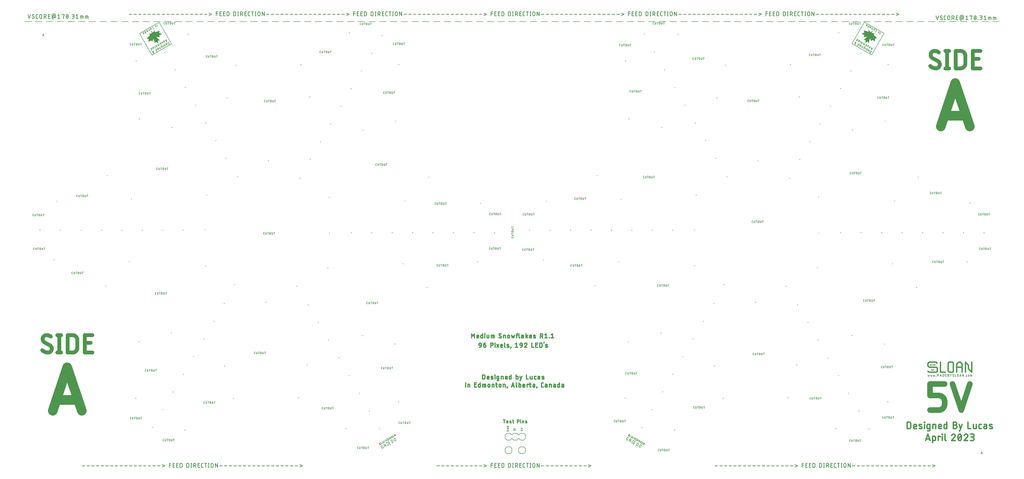
<source format=gbr>
G04 EAGLE Gerber RS-274X export*
G75*
%MOMM*%
%FSLAX34Y34*%
%LPD*%
%INSilkscreen Top*%
%IPPOS*%
%AMOC8*
5,1,8,0,0,1.08239X$1,22.5*%
G01*
%ADD10C,0.203200*%
%ADD11C,0.279400*%
%ADD12C,0.304800*%
%ADD13C,0.152400*%
%ADD14C,0.406400*%
%ADD15C,0.177800*%
%ADD16C,1.447800*%
%ADD17C,3.606800*%
%ADD18C,2.159000*%
%ADD19C,0.533400*%
%ADD20C,0.127000*%
%ADD21C,0.508000*%
%ADD22C,0.150000*%

G36*
X489374Y1620660D02*
X489374Y1620660D01*
X489377Y1620660D01*
X492968Y1627130D01*
X501809Y1621974D01*
X501810Y1621974D01*
X501810Y1621973D01*
X501812Y1621975D01*
X501815Y1621975D01*
X501815Y1621977D01*
X501816Y1621978D01*
X501770Y1632212D01*
X509170Y1632088D01*
X509171Y1632089D01*
X509173Y1632089D01*
X509173Y1632091D01*
X509175Y1632092D01*
X509173Y1632094D01*
X509173Y1632096D01*
X495894Y1644944D01*
X508489Y1643427D01*
X508490Y1643427D01*
X508491Y1643428D01*
X508494Y1643430D01*
X508493Y1643432D01*
X508494Y1643433D01*
X505785Y1650663D01*
X516315Y1655276D01*
X516315Y1655278D01*
X516317Y1655278D01*
X516316Y1655280D01*
X516317Y1655282D01*
X516315Y1655283D01*
X516315Y1655285D01*
X505740Y1660907D01*
X508697Y1668477D01*
X508697Y1668479D01*
X508698Y1668480D01*
X508696Y1668481D01*
X508695Y1668483D01*
X508693Y1668483D01*
X508691Y1668484D01*
X489661Y1663360D01*
X489661Y1663363D01*
X489661Y1663364D01*
X489662Y1663368D01*
X489662Y1663373D01*
X489665Y1663393D01*
X489665Y1663398D01*
X489666Y1663403D01*
X489666Y1663408D01*
X489668Y1663423D01*
X489669Y1663428D01*
X489669Y1663433D01*
X489670Y1663438D01*
X489672Y1663453D01*
X489672Y1663458D01*
X489673Y1663463D01*
X489674Y1663468D01*
X489676Y1663488D01*
X489677Y1663493D01*
X489677Y1663498D01*
X489678Y1663503D01*
X489680Y1663517D01*
X489680Y1663518D01*
X489680Y1663522D01*
X489680Y1663523D01*
X489681Y1663527D01*
X489681Y1663532D01*
X489684Y1663552D01*
X489684Y1663557D01*
X489685Y1663562D01*
X489686Y1663567D01*
X489687Y1663582D01*
X489688Y1663587D01*
X489689Y1663592D01*
X489689Y1663597D01*
X489692Y1663617D01*
X489692Y1663622D01*
X489693Y1663627D01*
X489693Y1663632D01*
X489695Y1663647D01*
X489696Y1663652D01*
X489696Y1663657D01*
X489697Y1663662D01*
X489699Y1663676D01*
X489699Y1663677D01*
X489699Y1663681D01*
X489699Y1663682D01*
X489700Y1663686D01*
X489701Y1663691D01*
X489703Y1663711D01*
X489704Y1663716D01*
X489704Y1663721D01*
X489705Y1663726D01*
X489707Y1663741D01*
X489707Y1663746D01*
X489708Y1663751D01*
X489708Y1663756D01*
X489711Y1663776D01*
X489711Y1663781D01*
X489712Y1663786D01*
X489713Y1663791D01*
X489714Y1663806D01*
X489715Y1663811D01*
X489716Y1663816D01*
X489716Y1663821D01*
X489719Y1663840D01*
X489719Y1663841D01*
X489719Y1663845D01*
X489720Y1663850D01*
X489720Y1663855D01*
X489722Y1663870D01*
X489723Y1663875D01*
X489723Y1663880D01*
X489724Y1663885D01*
X489726Y1663900D01*
X489726Y1663905D01*
X489727Y1663910D01*
X489728Y1663915D01*
X489730Y1663935D01*
X489731Y1663940D01*
X489731Y1663945D01*
X489732Y1663950D01*
X489734Y1663965D01*
X489734Y1663970D01*
X489735Y1663975D01*
X489735Y1663980D01*
X489738Y1663999D01*
X489738Y1664000D01*
X489738Y1664004D01*
X489739Y1664009D01*
X489739Y1664014D01*
X489740Y1664014D01*
X489741Y1664029D01*
X489742Y1664034D01*
X489742Y1664039D01*
X489743Y1664039D01*
X489742Y1664039D01*
X489743Y1664044D01*
X489745Y1664059D01*
X489745Y1664064D01*
X489746Y1664064D01*
X489745Y1664064D01*
X489746Y1664069D01*
X489747Y1664074D01*
X489749Y1664094D01*
X489750Y1664099D01*
X489750Y1664104D01*
X489751Y1664109D01*
X489753Y1664124D01*
X489753Y1664129D01*
X489754Y1664134D01*
X489754Y1664139D01*
X489757Y1664158D01*
X489757Y1664159D01*
X489757Y1664163D01*
X489758Y1664168D01*
X489759Y1664173D01*
X489760Y1664188D01*
X489761Y1664193D01*
X489762Y1664198D01*
X489762Y1664203D01*
X489765Y1664223D01*
X489765Y1664228D01*
X489766Y1664233D01*
X489766Y1664238D01*
X489768Y1664253D01*
X489769Y1664258D01*
X489769Y1664263D01*
X489770Y1664268D01*
X489772Y1664283D01*
X489772Y1664288D01*
X489773Y1664293D01*
X489774Y1664298D01*
X489776Y1664317D01*
X489776Y1664318D01*
X489777Y1664322D01*
X489777Y1664327D01*
X489778Y1664332D01*
X489780Y1664347D01*
X489780Y1664352D01*
X489781Y1664357D01*
X489781Y1664362D01*
X489784Y1664382D01*
X489784Y1664387D01*
X489785Y1664392D01*
X489786Y1664397D01*
X489787Y1664412D01*
X489788Y1664417D01*
X489789Y1664422D01*
X489789Y1664427D01*
X489792Y1664447D01*
X489792Y1664452D01*
X489793Y1664457D01*
X489793Y1664462D01*
X489795Y1664476D01*
X489795Y1664477D01*
X489796Y1664481D01*
X489796Y1664486D01*
X489797Y1664491D01*
X489799Y1664506D01*
X489799Y1664511D01*
X489800Y1664516D01*
X489801Y1664521D01*
X489803Y1664541D01*
X489804Y1664546D01*
X489804Y1664551D01*
X489805Y1664556D01*
X489807Y1664571D01*
X489807Y1664576D01*
X489808Y1664581D01*
X489808Y1664586D01*
X489811Y1664606D01*
X489811Y1664611D01*
X489812Y1664616D01*
X489813Y1664621D01*
X489814Y1664635D01*
X489814Y1664636D01*
X489815Y1664640D01*
X489816Y1664645D01*
X489816Y1664650D01*
X489818Y1664665D01*
X489819Y1664670D01*
X489819Y1664675D01*
X489820Y1664680D01*
X489822Y1664700D01*
X489823Y1664705D01*
X489823Y1664710D01*
X489824Y1664715D01*
X489826Y1664730D01*
X489826Y1664735D01*
X489827Y1664740D01*
X489827Y1664745D01*
X489828Y1664745D01*
X489827Y1664745D01*
X489830Y1664765D01*
X489830Y1664770D01*
X489831Y1664770D01*
X489830Y1664770D01*
X489831Y1664775D01*
X489832Y1664780D01*
X489833Y1664794D01*
X489834Y1664794D01*
X489833Y1664795D01*
X489834Y1664799D01*
X489835Y1664804D01*
X489835Y1664809D01*
X489838Y1664829D01*
X489838Y1664834D01*
X489839Y1664839D01*
X489839Y1664844D01*
X489841Y1664859D01*
X489842Y1664864D01*
X489842Y1664869D01*
X489843Y1664874D01*
X489845Y1664889D01*
X489845Y1664894D01*
X489846Y1664899D01*
X489847Y1664904D01*
X489849Y1664924D01*
X489850Y1664929D01*
X489850Y1664934D01*
X489851Y1664939D01*
X489853Y1664953D01*
X489853Y1664954D01*
X489853Y1664958D01*
X489854Y1664963D01*
X489854Y1664968D01*
X489857Y1664988D01*
X489857Y1664993D01*
X489858Y1664998D01*
X489859Y1665003D01*
X489860Y1665018D01*
X489861Y1665023D01*
X489862Y1665028D01*
X489862Y1665033D01*
X489865Y1665053D01*
X489865Y1665058D01*
X489866Y1665063D01*
X489866Y1665068D01*
X489868Y1665083D01*
X489869Y1665088D01*
X489869Y1665093D01*
X489870Y1665098D01*
X489872Y1665112D01*
X489872Y1665113D01*
X489872Y1665117D01*
X489873Y1665122D01*
X489874Y1665127D01*
X489876Y1665147D01*
X489877Y1665152D01*
X489877Y1665157D01*
X489878Y1665162D01*
X489880Y1665177D01*
X489880Y1665182D01*
X489881Y1665187D01*
X489881Y1665192D01*
X489884Y1665212D01*
X489884Y1665217D01*
X489885Y1665222D01*
X489886Y1665227D01*
X489887Y1665242D01*
X489888Y1665247D01*
X489889Y1665252D01*
X489889Y1665257D01*
X489891Y1665271D01*
X489891Y1665272D01*
X489892Y1665276D01*
X489892Y1665281D01*
X489893Y1665286D01*
X489895Y1665306D01*
X489896Y1665311D01*
X489896Y1665316D01*
X489897Y1665321D01*
X489899Y1665336D01*
X489899Y1665341D01*
X489900Y1665346D01*
X489901Y1665351D01*
X489903Y1665371D01*
X489904Y1665376D01*
X489904Y1665381D01*
X489905Y1665386D01*
X489907Y1665401D01*
X489907Y1665406D01*
X489908Y1665411D01*
X489908Y1665416D01*
X489911Y1665435D01*
X489911Y1665440D01*
X489912Y1665445D01*
X489912Y1665450D01*
X489913Y1665450D01*
X489914Y1665465D01*
X489915Y1665470D01*
X489915Y1665475D01*
X489916Y1665475D01*
X489915Y1665475D01*
X489916Y1665480D01*
X489918Y1665495D01*
X489918Y1665500D01*
X489919Y1665500D01*
X489918Y1665500D01*
X489919Y1665505D01*
X489920Y1665510D01*
X489922Y1665530D01*
X489923Y1665535D01*
X489923Y1665540D01*
X489924Y1665545D01*
X489926Y1665560D01*
X489926Y1665565D01*
X489927Y1665570D01*
X489927Y1665575D01*
X489930Y1665594D01*
X489930Y1665599D01*
X489931Y1665604D01*
X489932Y1665609D01*
X489933Y1665624D01*
X489934Y1665629D01*
X489935Y1665634D01*
X489935Y1665639D01*
X489938Y1665659D01*
X489938Y1665664D01*
X489939Y1665669D01*
X489939Y1665674D01*
X489941Y1665689D01*
X489942Y1665694D01*
X489942Y1665699D01*
X489943Y1665704D01*
X489945Y1665719D01*
X489945Y1665724D01*
X489946Y1665729D01*
X489947Y1665734D01*
X489949Y1665753D01*
X489950Y1665758D01*
X489950Y1665763D01*
X489951Y1665768D01*
X489953Y1665783D01*
X489953Y1665788D01*
X489954Y1665793D01*
X489954Y1665798D01*
X489957Y1665818D01*
X489957Y1665823D01*
X489958Y1665828D01*
X489959Y1665833D01*
X489960Y1665848D01*
X489961Y1665853D01*
X489962Y1665858D01*
X489962Y1665863D01*
X489965Y1665883D01*
X489965Y1665888D01*
X489966Y1665893D01*
X489968Y1665912D01*
X489969Y1665917D01*
X489969Y1665922D01*
X489970Y1665927D01*
X489972Y1665942D01*
X489972Y1665947D01*
X489973Y1665952D01*
X489974Y1665957D01*
X489976Y1665977D01*
X489977Y1665982D01*
X489977Y1665987D01*
X489978Y1665992D01*
X489980Y1666007D01*
X489980Y1666012D01*
X489981Y1666017D01*
X489981Y1666022D01*
X489984Y1666042D01*
X489984Y1666047D01*
X489985Y1666052D01*
X489986Y1666057D01*
X489987Y1666071D01*
X489988Y1666076D01*
X489989Y1666081D01*
X489989Y1666086D01*
X489991Y1666101D01*
X489992Y1666106D01*
X489992Y1666111D01*
X489993Y1666116D01*
X489995Y1666136D01*
X489996Y1666141D01*
X489996Y1666146D01*
X489997Y1666151D01*
X489999Y1666166D01*
X489999Y1666171D01*
X490000Y1666176D01*
X490000Y1666181D01*
X490001Y1666181D01*
X490000Y1666181D01*
X490003Y1666201D01*
X490003Y1666206D01*
X490004Y1666206D01*
X490003Y1666206D01*
X490004Y1666211D01*
X490005Y1666216D01*
X490006Y1666230D01*
X490007Y1666230D01*
X490006Y1666230D01*
X490007Y1666235D01*
X490008Y1666240D01*
X490008Y1666245D01*
X490011Y1666265D01*
X490011Y1666270D01*
X490012Y1666275D01*
X490012Y1666280D01*
X490014Y1666295D01*
X490015Y1666300D01*
X490015Y1666305D01*
X490016Y1666310D01*
X490018Y1666325D01*
X490018Y1666330D01*
X490019Y1666335D01*
X490020Y1666340D01*
X490022Y1666360D01*
X490023Y1666365D01*
X490023Y1666370D01*
X490024Y1666375D01*
X490026Y1666389D01*
X490026Y1666394D01*
X490027Y1666399D01*
X490027Y1666404D01*
X490030Y1666424D01*
X490030Y1666429D01*
X490031Y1666434D01*
X490032Y1666439D01*
X490033Y1666454D01*
X490034Y1666459D01*
X490035Y1666464D01*
X490035Y1666469D01*
X490038Y1666489D01*
X490038Y1666494D01*
X490039Y1666499D01*
X490041Y1666519D01*
X490042Y1666524D01*
X490042Y1666529D01*
X490043Y1666534D01*
X490045Y1666548D01*
X490045Y1666553D01*
X490046Y1666558D01*
X490047Y1666563D01*
X490049Y1666583D01*
X490050Y1666588D01*
X490050Y1666593D01*
X490051Y1666598D01*
X490053Y1666613D01*
X490053Y1666618D01*
X490054Y1666623D01*
X490054Y1666628D01*
X490057Y1666648D01*
X490057Y1666653D01*
X490058Y1666658D01*
X490059Y1666663D01*
X490060Y1666678D01*
X490061Y1666683D01*
X490062Y1666688D01*
X490062Y1666693D01*
X490064Y1666707D01*
X490065Y1666712D01*
X490065Y1666717D01*
X490066Y1666722D01*
X490068Y1666742D01*
X490069Y1666747D01*
X490069Y1666752D01*
X490070Y1666757D01*
X490072Y1666772D01*
X490072Y1666777D01*
X490073Y1666782D01*
X490074Y1666787D01*
X490076Y1666807D01*
X490077Y1666812D01*
X490077Y1666817D01*
X490078Y1666822D01*
X490080Y1666837D01*
X490080Y1666842D01*
X490081Y1666847D01*
X490081Y1666852D01*
X490084Y1666871D01*
X490084Y1666876D01*
X490085Y1666881D01*
X490085Y1666886D01*
X490086Y1666886D01*
X490087Y1666901D01*
X490088Y1666906D01*
X490088Y1666911D01*
X490089Y1666911D01*
X490088Y1666911D01*
X490089Y1666916D01*
X490091Y1666931D01*
X490091Y1666936D01*
X490092Y1666936D01*
X490091Y1666936D01*
X490092Y1666941D01*
X490093Y1666946D01*
X490095Y1666966D01*
X490096Y1666971D01*
X490096Y1666976D01*
X490097Y1666981D01*
X490099Y1666996D01*
X490099Y1667001D01*
X490100Y1667006D01*
X490100Y1667011D01*
X490103Y1667030D01*
X490103Y1667035D01*
X490104Y1667040D01*
X490105Y1667045D01*
X490106Y1667060D01*
X490107Y1667065D01*
X490108Y1667070D01*
X490108Y1667075D01*
X490111Y1667095D01*
X490111Y1667100D01*
X490112Y1667105D01*
X490112Y1667110D01*
X490114Y1667125D01*
X490115Y1667130D01*
X490115Y1667135D01*
X490116Y1667140D01*
X490118Y1667155D01*
X490118Y1667160D01*
X490119Y1667165D01*
X490120Y1667170D01*
X490122Y1667189D01*
X490123Y1667194D01*
X490123Y1667199D01*
X490124Y1667204D01*
X490126Y1667219D01*
X490126Y1667224D01*
X490127Y1667229D01*
X490127Y1667234D01*
X490130Y1667254D01*
X490130Y1667259D01*
X490131Y1667264D01*
X490132Y1667269D01*
X490133Y1667284D01*
X490134Y1667289D01*
X490135Y1667294D01*
X490135Y1667299D01*
X490137Y1667314D01*
X490138Y1667319D01*
X490138Y1667324D01*
X490139Y1667329D01*
X490141Y1667348D01*
X490142Y1667353D01*
X490142Y1667358D01*
X490143Y1667363D01*
X490145Y1667378D01*
X490145Y1667383D01*
X490146Y1667388D01*
X490147Y1667393D01*
X490149Y1667413D01*
X490150Y1667418D01*
X490150Y1667423D01*
X490151Y1667428D01*
X490153Y1667443D01*
X490153Y1667448D01*
X490154Y1667453D01*
X490154Y1667458D01*
X490157Y1667478D01*
X490157Y1667483D01*
X490158Y1667488D01*
X490159Y1667492D01*
X490159Y1667493D01*
X490160Y1667507D01*
X490161Y1667512D01*
X490162Y1667517D01*
X490162Y1667522D01*
X490164Y1667537D01*
X490165Y1667542D01*
X490165Y1667547D01*
X490166Y1667552D01*
X490168Y1667572D01*
X490169Y1667577D01*
X490169Y1667582D01*
X490170Y1667587D01*
X490172Y1667602D01*
X490172Y1667607D01*
X490173Y1667612D01*
X490173Y1667617D01*
X490174Y1667617D01*
X490173Y1667617D01*
X490176Y1667637D01*
X490176Y1667642D01*
X490177Y1667642D01*
X490176Y1667642D01*
X490177Y1667647D01*
X490178Y1667651D01*
X490178Y1667652D01*
X490179Y1667666D01*
X490180Y1667666D01*
X490179Y1667666D01*
X490180Y1667671D01*
X490181Y1667676D01*
X490181Y1667681D01*
X490184Y1667701D01*
X490184Y1667706D01*
X490185Y1667711D01*
X490185Y1667716D01*
X490187Y1667731D01*
X490188Y1667736D01*
X490188Y1667741D01*
X490189Y1667746D01*
X490191Y1667761D01*
X490191Y1667766D01*
X490192Y1667771D01*
X490193Y1667776D01*
X490195Y1667796D01*
X490196Y1667801D01*
X490196Y1667806D01*
X490197Y1667810D01*
X490197Y1667811D01*
X490199Y1667825D01*
X490199Y1667830D01*
X490200Y1667835D01*
X490200Y1667840D01*
X490203Y1667860D01*
X490203Y1667865D01*
X490204Y1667870D01*
X490205Y1667875D01*
X490206Y1667890D01*
X490207Y1667895D01*
X490208Y1667900D01*
X490208Y1667905D01*
X490210Y1667920D01*
X490211Y1667925D01*
X490211Y1667930D01*
X490212Y1667935D01*
X490214Y1667955D01*
X490215Y1667960D01*
X490215Y1667965D01*
X490216Y1667969D01*
X490216Y1667970D01*
X490218Y1667984D01*
X490218Y1667989D01*
X490219Y1667994D01*
X490220Y1667999D01*
X490222Y1668019D01*
X490223Y1668024D01*
X490223Y1668029D01*
X490224Y1668034D01*
X490226Y1668049D01*
X490226Y1668054D01*
X490227Y1668059D01*
X490227Y1668064D01*
X490230Y1668084D01*
X490230Y1668089D01*
X490231Y1668094D01*
X490232Y1668099D01*
X490233Y1668114D01*
X490234Y1668119D01*
X490235Y1668124D01*
X490235Y1668128D01*
X490235Y1668129D01*
X490237Y1668143D01*
X490238Y1668148D01*
X490238Y1668153D01*
X490239Y1668158D01*
X490241Y1668178D01*
X490242Y1668183D01*
X490242Y1668188D01*
X490243Y1668193D01*
X490245Y1668208D01*
X490245Y1668213D01*
X490246Y1668218D01*
X490247Y1668223D01*
X490249Y1668243D01*
X490250Y1668248D01*
X490250Y1668253D01*
X490251Y1668258D01*
X490253Y1668273D01*
X490253Y1668278D01*
X490254Y1668283D01*
X490254Y1668287D01*
X490254Y1668288D01*
X490257Y1668307D01*
X490257Y1668312D01*
X490258Y1668317D01*
X490258Y1668322D01*
X490259Y1668322D01*
X490260Y1668337D01*
X490261Y1668342D01*
X490261Y1668347D01*
X490262Y1668347D01*
X490261Y1668347D01*
X490262Y1668352D01*
X490264Y1668367D01*
X490264Y1668372D01*
X490265Y1668372D01*
X490264Y1668372D01*
X490265Y1668377D01*
X490266Y1668382D01*
X490268Y1668402D01*
X490269Y1668407D01*
X490269Y1668412D01*
X490270Y1668417D01*
X490272Y1668432D01*
X490272Y1668437D01*
X490273Y1668442D01*
X490273Y1668446D01*
X490273Y1668447D01*
X490276Y1668466D01*
X490276Y1668471D01*
X490277Y1668476D01*
X490278Y1668481D01*
X490279Y1668496D01*
X490280Y1668501D01*
X490281Y1668506D01*
X490281Y1668511D01*
X490283Y1668526D01*
X490284Y1668531D01*
X490284Y1668536D01*
X490285Y1668541D01*
X490287Y1668561D01*
X490288Y1668566D01*
X490288Y1668571D01*
X490289Y1668576D01*
X490291Y1668591D01*
X490291Y1668596D01*
X490292Y1668601D01*
X490293Y1668605D01*
X490293Y1668606D01*
X490295Y1668625D01*
X490296Y1668630D01*
X490296Y1668635D01*
X490297Y1668640D01*
X490299Y1668655D01*
X490299Y1668660D01*
X490300Y1668665D01*
X490300Y1668670D01*
X490303Y1668690D01*
X490303Y1668695D01*
X490304Y1668700D01*
X490305Y1668705D01*
X490306Y1668720D01*
X490307Y1668725D01*
X490308Y1668730D01*
X490308Y1668735D01*
X490310Y1668750D01*
X490311Y1668755D01*
X490311Y1668760D01*
X490312Y1668764D01*
X490312Y1668765D01*
X490314Y1668784D01*
X490315Y1668789D01*
X490315Y1668794D01*
X490316Y1668799D01*
X490318Y1668814D01*
X490318Y1668819D01*
X490319Y1668824D01*
X490320Y1668829D01*
X490322Y1668849D01*
X490323Y1668854D01*
X490323Y1668859D01*
X490324Y1668864D01*
X490326Y1668879D01*
X490326Y1668884D01*
X490327Y1668889D01*
X490327Y1668894D01*
X490330Y1668914D01*
X490330Y1668919D01*
X490331Y1668923D01*
X490331Y1668924D01*
X490332Y1668928D01*
X490332Y1668929D01*
X490333Y1668943D01*
X490334Y1668948D01*
X490335Y1668953D01*
X490335Y1668958D01*
X490337Y1668973D01*
X490338Y1668978D01*
X490338Y1668983D01*
X490339Y1668988D01*
X490341Y1669008D01*
X490342Y1669013D01*
X490342Y1669018D01*
X490343Y1669023D01*
X490345Y1669038D01*
X490345Y1669043D01*
X490346Y1669048D01*
X490346Y1669053D01*
X490347Y1669053D01*
X490346Y1669053D01*
X490349Y1669073D01*
X490349Y1669078D01*
X490350Y1669078D01*
X490349Y1669078D01*
X490350Y1669082D01*
X490350Y1669083D01*
X490351Y1669087D01*
X490351Y1669088D01*
X490352Y1669102D01*
X490353Y1669102D01*
X490352Y1669102D01*
X490353Y1669107D01*
X490354Y1669112D01*
X490354Y1669117D01*
X490357Y1669137D01*
X490357Y1669142D01*
X490358Y1669147D01*
X490360Y1669167D01*
X490361Y1669172D01*
X490361Y1669177D01*
X490362Y1669182D01*
X490364Y1669197D01*
X490364Y1669202D01*
X490365Y1669207D01*
X490366Y1669212D01*
X490368Y1669232D01*
X490369Y1669237D01*
X490369Y1669241D01*
X490369Y1669242D01*
X490370Y1669246D01*
X490370Y1669247D01*
X490372Y1669261D01*
X490372Y1669266D01*
X490373Y1669271D01*
X490373Y1669276D01*
X490376Y1669296D01*
X490376Y1669301D01*
X490377Y1669306D01*
X490378Y1669311D01*
X490379Y1669326D01*
X490380Y1669331D01*
X490381Y1669336D01*
X490381Y1669341D01*
X490383Y1669356D01*
X490384Y1669361D01*
X490384Y1669366D01*
X490385Y1669371D01*
X490387Y1669391D01*
X490388Y1669396D01*
X490388Y1669400D01*
X490388Y1669401D01*
X490389Y1669405D01*
X490389Y1669406D01*
X490391Y1669420D01*
X490391Y1669425D01*
X490392Y1669430D01*
X490393Y1669435D01*
X490395Y1669455D01*
X490396Y1669460D01*
X490396Y1669465D01*
X490397Y1669470D01*
X490399Y1669485D01*
X490399Y1669490D01*
X490400Y1669495D01*
X490400Y1669500D01*
X490403Y1669520D01*
X490403Y1669525D01*
X490404Y1669530D01*
X490405Y1669535D01*
X490406Y1669550D01*
X490407Y1669555D01*
X490408Y1669559D01*
X490408Y1669560D01*
X490408Y1669564D01*
X490408Y1669565D01*
X490410Y1669579D01*
X490411Y1669584D01*
X490411Y1669589D01*
X490412Y1669594D01*
X490414Y1669614D01*
X490415Y1669619D01*
X490415Y1669624D01*
X490416Y1669629D01*
X490418Y1669644D01*
X490418Y1669649D01*
X490419Y1669654D01*
X490419Y1669657D01*
X490418Y1669659D01*
X490419Y1669661D01*
X490417Y1669661D01*
X490416Y1669663D01*
X490414Y1669661D01*
X490411Y1669662D01*
X480687Y1661116D01*
X476880Y1667710D01*
X476877Y1667711D01*
X476876Y1667712D01*
X476875Y1667712D01*
X476874Y1667712D01*
X476874Y1667711D01*
X476873Y1667712D01*
X474674Y1666442D01*
X474672Y1666435D01*
X478479Y1659841D01*
X466216Y1655693D01*
X466215Y1655691D01*
X466213Y1655690D01*
X466214Y1655689D01*
X466213Y1655687D01*
X466215Y1655686D01*
X466216Y1655683D01*
X472048Y1653192D01*
X458096Y1639273D01*
X458096Y1639271D01*
X458095Y1639270D01*
X458096Y1639269D01*
X458095Y1639266D01*
X458098Y1639266D01*
X458099Y1639264D01*
X466134Y1638040D01*
X465714Y1626071D01*
X465715Y1626070D01*
X465715Y1626068D01*
X465717Y1626068D01*
X465719Y1626066D01*
X465720Y1626067D01*
X465722Y1626067D01*
X474982Y1632879D01*
X479889Y1626918D01*
X479890Y1626918D01*
X479890Y1626917D01*
X479892Y1626918D01*
X479896Y1626917D01*
X479896Y1626919D01*
X479898Y1626920D01*
X484881Y1638585D01*
X489368Y1620661D01*
X489369Y1620660D01*
X489369Y1620659D01*
X489371Y1620659D01*
X489373Y1620658D01*
X489374Y1620660D01*
G37*
G36*
X3174865Y1621752D02*
X3174865Y1621752D01*
X3174867Y1621751D01*
X3174868Y1621753D01*
X3174870Y1621754D01*
X3179357Y1639678D01*
X3184340Y1628012D01*
X3184341Y1628012D01*
X3184341Y1628011D01*
X3184343Y1628011D01*
X3184346Y1628010D01*
X3184347Y1628011D01*
X3184349Y1628011D01*
X3189256Y1633972D01*
X3198516Y1627160D01*
X3198517Y1627160D01*
X3198518Y1627159D01*
X3198520Y1627160D01*
X3198522Y1627160D01*
X3198522Y1627162D01*
X3198524Y1627164D01*
X3198104Y1639133D01*
X3206139Y1640357D01*
X3206140Y1640358D01*
X3206142Y1640358D01*
X3206142Y1640360D01*
X3206144Y1640362D01*
X3206142Y1640363D01*
X3206142Y1640365D01*
X3192190Y1654285D01*
X3198022Y1656776D01*
X3198023Y1656778D01*
X3198025Y1656779D01*
X3198024Y1656780D01*
X3198025Y1656782D01*
X3198023Y1656783D01*
X3198022Y1656785D01*
X3185759Y1660934D01*
X3189566Y1667528D01*
X3189565Y1667534D01*
X3189564Y1667534D01*
X3187365Y1668804D01*
X3187363Y1668804D01*
X3187363Y1668805D01*
X3187362Y1668805D01*
X3187361Y1668804D01*
X3187358Y1668803D01*
X3183551Y1662209D01*
X3173827Y1670755D01*
X3173825Y1670755D01*
X3173824Y1670756D01*
X3173823Y1670754D01*
X3173820Y1670754D01*
X3173820Y1670752D01*
X3173819Y1670750D01*
X3174577Y1664453D01*
X3155547Y1669577D01*
X3155545Y1669576D01*
X3155544Y1669577D01*
X3155543Y1669575D01*
X3155541Y1669574D01*
X3155542Y1669572D01*
X3155541Y1669570D01*
X3158498Y1662000D01*
X3147923Y1656378D01*
X3147922Y1656377D01*
X3147921Y1656376D01*
X3147922Y1656374D01*
X3147921Y1656372D01*
X3147923Y1656371D01*
X3147923Y1656369D01*
X3158453Y1651756D01*
X3155744Y1644526D01*
X3155745Y1644525D01*
X3155744Y1644524D01*
X3155745Y1644523D01*
X3155747Y1644520D01*
X3155748Y1644521D01*
X3155749Y1644520D01*
X3168344Y1646037D01*
X3155065Y1633189D01*
X3155065Y1633187D01*
X3155063Y1633186D01*
X3155064Y1633185D01*
X3155064Y1633183D01*
X3155067Y1633182D01*
X3155068Y1633181D01*
X3162468Y1633305D01*
X3162422Y1623071D01*
X3162423Y1623070D01*
X3162422Y1623069D01*
X3162424Y1623069D01*
X3162426Y1623066D01*
X3162428Y1623067D01*
X3162429Y1623067D01*
X3171270Y1628223D01*
X3174861Y1621753D01*
X3174863Y1621753D01*
X3174864Y1621751D01*
X3174865Y1621752D01*
G37*
D10*
X3666000Y1703141D02*
X3640549Y1703141D01*
X3625549Y1703141D02*
X3600099Y1703141D01*
X3585099Y1703141D02*
X3559648Y1703141D01*
X3544648Y1703141D02*
X3519198Y1703141D01*
X3504198Y1703141D02*
X3478747Y1703141D01*
X3463747Y1703141D02*
X3438297Y1703141D01*
X3423297Y1703141D02*
X3397846Y1703141D01*
X3382846Y1703141D02*
X3357396Y1703141D01*
X3342396Y1703141D02*
X3316945Y1703141D01*
X3301945Y1703141D02*
X3276495Y1703141D01*
X3261495Y1703141D02*
X3236044Y1703141D01*
X3221044Y1703141D02*
X3195593Y1703141D01*
X3180593Y1703141D02*
X3155143Y1703141D01*
X3140143Y1703141D02*
X3114692Y1703141D01*
X3099692Y1703141D02*
X3074242Y1703141D01*
X3059242Y1703141D02*
X3033791Y1703141D01*
X3018791Y1703141D02*
X2993341Y1703141D01*
X2978341Y1703141D02*
X2952890Y1703141D01*
X2937890Y1703141D02*
X2912440Y1703141D01*
X2897440Y1703141D02*
X2871989Y1703141D01*
X2856989Y1703141D02*
X2831538Y1703141D01*
X2816538Y1703141D02*
X2791088Y1703141D01*
X2776088Y1703141D02*
X2750637Y1703141D01*
X2735637Y1703141D02*
X2710187Y1703141D01*
X2695187Y1703141D02*
X2669736Y1703141D01*
X2654736Y1703141D02*
X2629286Y1703141D01*
X2614286Y1703141D02*
X2588835Y1703141D01*
X2573835Y1703141D02*
X2548385Y1703141D01*
X2533385Y1703141D02*
X2507934Y1703141D01*
X2492934Y1703141D02*
X2467484Y1703141D01*
X2452484Y1703141D02*
X2427033Y1703141D01*
X2412033Y1703141D02*
X2386582Y1703141D01*
X2371582Y1703141D02*
X2346132Y1703141D01*
X2331132Y1703141D02*
X2305681Y1703141D01*
X2290681Y1703141D02*
X2265231Y1703141D01*
X2250231Y1703141D02*
X2224780Y1703141D01*
X2209780Y1703141D02*
X2184330Y1703141D01*
X2169330Y1703141D02*
X2143879Y1703141D01*
X2128879Y1703141D02*
X2103429Y1703141D01*
X2088429Y1703141D02*
X2062978Y1703141D01*
X2047978Y1703141D02*
X2022527Y1703141D01*
X2007527Y1703141D02*
X1982077Y1703141D01*
X1967077Y1703141D02*
X1941626Y1703141D01*
X1926626Y1703141D02*
X1901176Y1703141D01*
X1886176Y1703141D02*
X1860725Y1703141D01*
X1845725Y1703141D02*
X1820275Y1703141D01*
X1805275Y1703141D02*
X1779824Y1703141D01*
X1764824Y1703141D02*
X1739374Y1703141D01*
X1724374Y1703141D02*
X1698923Y1703141D01*
X1683923Y1703141D02*
X1658473Y1703141D01*
X1643473Y1703141D02*
X1618022Y1703141D01*
X1603022Y1703141D02*
X1577571Y1703141D01*
X1562571Y1703141D02*
X1537121Y1703141D01*
X1522121Y1703141D02*
X1496670Y1703141D01*
X1481670Y1703141D02*
X1456220Y1703141D01*
X1441220Y1703141D02*
X1415769Y1703141D01*
X1400769Y1703141D02*
X1375319Y1703141D01*
X1360319Y1703141D02*
X1334868Y1703141D01*
X1319868Y1703141D02*
X1294418Y1703141D01*
X1279418Y1703141D02*
X1253967Y1703141D01*
X1238967Y1703141D02*
X1213516Y1703141D01*
X1198516Y1703141D02*
X1173066Y1703141D01*
X1158066Y1703141D02*
X1132615Y1703141D01*
X1117615Y1703141D02*
X1092165Y1703141D01*
X1077165Y1703141D02*
X1051714Y1703141D01*
X1036714Y1703141D02*
X1011264Y1703141D01*
X996264Y1703141D02*
X970813Y1703141D01*
X955813Y1703141D02*
X930363Y1703141D01*
X915363Y1703141D02*
X889912Y1703141D01*
X874912Y1703141D02*
X849462Y1703141D01*
X834462Y1703141D02*
X809011Y1703141D01*
X794011Y1703141D02*
X768560Y1703141D01*
X753560Y1703141D02*
X728110Y1703141D01*
X713110Y1703141D02*
X687659Y1703141D01*
X672659Y1703141D02*
X647209Y1703141D01*
X632209Y1703141D02*
X606758Y1703141D01*
X591758Y1703141D02*
X566308Y1703141D01*
X551308Y1703141D02*
X525857Y1703141D01*
X510857Y1703141D02*
X485407Y1703141D01*
X470407Y1703141D02*
X444956Y1703141D01*
X429956Y1703141D02*
X404506Y1703141D01*
X389506Y1703141D02*
X364055Y1703141D01*
X349055Y1703141D02*
X323604Y1703141D01*
X308604Y1703141D02*
X283154Y1703141D01*
X268154Y1703141D02*
X242703Y1703141D01*
X227703Y1703141D02*
X202253Y1703141D01*
X187253Y1703141D02*
X161802Y1703141D01*
X146802Y1703141D02*
X121352Y1703141D01*
X106352Y1703141D02*
X80901Y1703141D01*
X65901Y1703141D02*
X40451Y1703141D01*
X25451Y1703141D02*
X0Y1703141D01*
D11*
X16884Y1715152D02*
X11889Y1730138D01*
X21879Y1730138D02*
X16884Y1715152D01*
X32827Y1715152D02*
X32941Y1715154D01*
X33054Y1715160D01*
X33168Y1715169D01*
X33280Y1715183D01*
X33393Y1715200D01*
X33505Y1715222D01*
X33615Y1715247D01*
X33725Y1715275D01*
X33834Y1715308D01*
X33942Y1715344D01*
X34049Y1715384D01*
X34154Y1715428D01*
X34257Y1715475D01*
X34359Y1715525D01*
X34459Y1715579D01*
X34557Y1715637D01*
X34653Y1715698D01*
X34747Y1715762D01*
X34839Y1715829D01*
X34929Y1715899D01*
X35016Y1715972D01*
X35100Y1716048D01*
X35182Y1716127D01*
X35261Y1716209D01*
X35337Y1716294D01*
X35410Y1716380D01*
X35480Y1716470D01*
X35548Y1716562D01*
X35611Y1716656D01*
X35672Y1716752D01*
X35730Y1716850D01*
X35784Y1716950D01*
X35834Y1717052D01*
X35881Y1717155D01*
X35925Y1717260D01*
X35965Y1717367D01*
X36001Y1717475D01*
X36034Y1717584D01*
X36062Y1717694D01*
X36087Y1717804D01*
X36109Y1717916D01*
X36126Y1718029D01*
X36140Y1718141D01*
X36149Y1718255D01*
X36155Y1718368D01*
X36157Y1718482D01*
X32827Y1715152D02*
X32659Y1715154D01*
X32491Y1715160D01*
X32323Y1715170D01*
X32155Y1715184D01*
X31987Y1715202D01*
X31821Y1715224D01*
X31654Y1715250D01*
X31489Y1715280D01*
X31324Y1715314D01*
X31160Y1715352D01*
X30997Y1715394D01*
X30835Y1715440D01*
X30674Y1715490D01*
X30514Y1715543D01*
X30356Y1715600D01*
X30199Y1715661D01*
X30044Y1715726D01*
X29890Y1715794D01*
X29738Y1715867D01*
X29588Y1715942D01*
X29439Y1716022D01*
X29292Y1716104D01*
X29148Y1716191D01*
X29006Y1716280D01*
X28865Y1716374D01*
X28727Y1716470D01*
X28592Y1716570D01*
X28459Y1716673D01*
X28328Y1716779D01*
X28200Y1716888D01*
X28074Y1717000D01*
X27952Y1717115D01*
X27832Y1717233D01*
X28248Y1726807D02*
X28250Y1726921D01*
X28256Y1727034D01*
X28265Y1727148D01*
X28279Y1727260D01*
X28296Y1727373D01*
X28318Y1727485D01*
X28343Y1727595D01*
X28371Y1727705D01*
X28404Y1727814D01*
X28440Y1727922D01*
X28480Y1728029D01*
X28524Y1728134D01*
X28571Y1728237D01*
X28621Y1728339D01*
X28675Y1728439D01*
X28733Y1728537D01*
X28794Y1728633D01*
X28857Y1728727D01*
X28925Y1728819D01*
X28995Y1728909D01*
X29068Y1728995D01*
X29144Y1729080D01*
X29223Y1729162D01*
X29305Y1729241D01*
X29390Y1729317D01*
X29476Y1729390D01*
X29566Y1729460D01*
X29658Y1729528D01*
X29752Y1729591D01*
X29848Y1729652D01*
X29946Y1729710D01*
X30046Y1729764D01*
X30148Y1729814D01*
X30251Y1729861D01*
X30356Y1729905D01*
X30463Y1729945D01*
X30571Y1729981D01*
X30680Y1730014D01*
X30790Y1730042D01*
X30900Y1730067D01*
X31012Y1730089D01*
X31125Y1730106D01*
X31237Y1730120D01*
X31351Y1730129D01*
X31464Y1730135D01*
X31578Y1730137D01*
X31733Y1730135D01*
X31887Y1730129D01*
X32041Y1730120D01*
X32195Y1730106D01*
X32349Y1730089D01*
X32502Y1730068D01*
X32654Y1730044D01*
X32806Y1730015D01*
X32957Y1729983D01*
X33108Y1729947D01*
X33257Y1729907D01*
X33405Y1729864D01*
X33553Y1729817D01*
X33699Y1729766D01*
X33843Y1729712D01*
X33987Y1729654D01*
X34128Y1729592D01*
X34269Y1729528D01*
X34407Y1729459D01*
X34544Y1729388D01*
X34679Y1729312D01*
X34812Y1729234D01*
X34944Y1729152D01*
X35073Y1729067D01*
X35200Y1728979D01*
X35324Y1728888D01*
X29913Y1723893D02*
X29816Y1723952D01*
X29722Y1724015D01*
X29629Y1724080D01*
X29539Y1724149D01*
X29451Y1724220D01*
X29366Y1724295D01*
X29283Y1724372D01*
X29203Y1724452D01*
X29125Y1724534D01*
X29051Y1724620D01*
X28979Y1724707D01*
X28910Y1724797D01*
X28844Y1724889D01*
X28782Y1724984D01*
X28722Y1725080D01*
X28666Y1725178D01*
X28613Y1725279D01*
X28564Y1725381D01*
X28518Y1725484D01*
X28475Y1725589D01*
X28436Y1725695D01*
X28400Y1725803D01*
X28369Y1725912D01*
X28341Y1726021D01*
X28316Y1726132D01*
X28295Y1726243D01*
X28278Y1726355D01*
X28265Y1726468D01*
X28256Y1726581D01*
X28250Y1726694D01*
X28248Y1726807D01*
X34492Y1721396D02*
X34589Y1721337D01*
X34683Y1721274D01*
X34776Y1721209D01*
X34866Y1721140D01*
X34954Y1721069D01*
X35039Y1720994D01*
X35122Y1720917D01*
X35202Y1720837D01*
X35280Y1720755D01*
X35354Y1720669D01*
X35426Y1720582D01*
X35495Y1720492D01*
X35561Y1720400D01*
X35623Y1720305D01*
X35683Y1720209D01*
X35739Y1720111D01*
X35792Y1720010D01*
X35841Y1719908D01*
X35888Y1719805D01*
X35930Y1719700D01*
X35969Y1719594D01*
X36005Y1719486D01*
X36036Y1719377D01*
X36064Y1719268D01*
X36089Y1719157D01*
X36110Y1719046D01*
X36127Y1718934D01*
X36140Y1718821D01*
X36149Y1718708D01*
X36155Y1718595D01*
X36157Y1718482D01*
X34492Y1721396D02*
X29913Y1723893D01*
X46212Y1715152D02*
X49543Y1715152D01*
X46212Y1715152D02*
X46098Y1715154D01*
X45985Y1715160D01*
X45871Y1715169D01*
X45759Y1715183D01*
X45646Y1715200D01*
X45534Y1715222D01*
X45424Y1715247D01*
X45314Y1715275D01*
X45205Y1715308D01*
X45097Y1715344D01*
X44990Y1715384D01*
X44885Y1715428D01*
X44782Y1715475D01*
X44680Y1715525D01*
X44580Y1715579D01*
X44482Y1715637D01*
X44386Y1715698D01*
X44292Y1715761D01*
X44200Y1715829D01*
X44110Y1715899D01*
X44024Y1715972D01*
X43939Y1716048D01*
X43857Y1716127D01*
X43778Y1716209D01*
X43702Y1716294D01*
X43629Y1716380D01*
X43559Y1716470D01*
X43491Y1716562D01*
X43428Y1716656D01*
X43367Y1716752D01*
X43309Y1716850D01*
X43255Y1716950D01*
X43205Y1717052D01*
X43158Y1717155D01*
X43114Y1717260D01*
X43074Y1717367D01*
X43038Y1717475D01*
X43005Y1717584D01*
X42977Y1717694D01*
X42952Y1717804D01*
X42930Y1717916D01*
X42913Y1718029D01*
X42899Y1718141D01*
X42890Y1718255D01*
X42884Y1718368D01*
X42882Y1718482D01*
X42882Y1726807D01*
X42884Y1726921D01*
X42890Y1727034D01*
X42899Y1727148D01*
X42913Y1727260D01*
X42930Y1727373D01*
X42952Y1727485D01*
X42977Y1727595D01*
X43005Y1727705D01*
X43038Y1727814D01*
X43074Y1727922D01*
X43114Y1728029D01*
X43158Y1728134D01*
X43205Y1728237D01*
X43255Y1728339D01*
X43309Y1728439D01*
X43367Y1728537D01*
X43428Y1728633D01*
X43491Y1728727D01*
X43559Y1728819D01*
X43629Y1728909D01*
X43702Y1728995D01*
X43778Y1729080D01*
X43857Y1729162D01*
X43939Y1729241D01*
X44023Y1729317D01*
X44110Y1729390D01*
X44200Y1729460D01*
X44292Y1729527D01*
X44386Y1729591D01*
X44482Y1729652D01*
X44580Y1729710D01*
X44680Y1729764D01*
X44782Y1729814D01*
X44885Y1729861D01*
X44990Y1729905D01*
X45097Y1729945D01*
X45205Y1729981D01*
X45314Y1730014D01*
X45424Y1730042D01*
X45534Y1730067D01*
X45646Y1730089D01*
X45759Y1730106D01*
X45871Y1730120D01*
X45985Y1730129D01*
X46098Y1730135D01*
X46212Y1730137D01*
X46212Y1730138D02*
X49543Y1730138D01*
X55968Y1725975D02*
X55968Y1719314D01*
X55967Y1725975D02*
X55969Y1726103D01*
X55975Y1726231D01*
X55985Y1726359D01*
X55999Y1726487D01*
X56016Y1726614D01*
X56038Y1726740D01*
X56063Y1726866D01*
X56093Y1726990D01*
X56126Y1727114D01*
X56163Y1727237D01*
X56204Y1727359D01*
X56248Y1727479D01*
X56296Y1727598D01*
X56348Y1727715D01*
X56403Y1727831D01*
X56462Y1727944D01*
X56525Y1728057D01*
X56591Y1728167D01*
X56660Y1728274D01*
X56732Y1728380D01*
X56808Y1728484D01*
X56887Y1728585D01*
X56969Y1728684D01*
X57054Y1728780D01*
X57141Y1728873D01*
X57232Y1728964D01*
X57325Y1729051D01*
X57421Y1729136D01*
X57520Y1729218D01*
X57621Y1729297D01*
X57725Y1729373D01*
X57831Y1729445D01*
X57938Y1729514D01*
X58049Y1729580D01*
X58161Y1729643D01*
X58274Y1729702D01*
X58390Y1729757D01*
X58507Y1729809D01*
X58626Y1729857D01*
X58746Y1729901D01*
X58868Y1729942D01*
X58991Y1729979D01*
X59115Y1730012D01*
X59239Y1730042D01*
X59365Y1730067D01*
X59491Y1730089D01*
X59618Y1730106D01*
X59746Y1730120D01*
X59874Y1730130D01*
X60002Y1730136D01*
X60130Y1730138D01*
X60258Y1730136D01*
X60386Y1730130D01*
X60514Y1730120D01*
X60642Y1730106D01*
X60769Y1730089D01*
X60895Y1730067D01*
X61021Y1730042D01*
X61145Y1730012D01*
X61269Y1729979D01*
X61392Y1729942D01*
X61514Y1729901D01*
X61634Y1729857D01*
X61753Y1729809D01*
X61870Y1729757D01*
X61986Y1729702D01*
X62099Y1729643D01*
X62212Y1729580D01*
X62322Y1729514D01*
X62429Y1729445D01*
X62535Y1729373D01*
X62639Y1729297D01*
X62740Y1729218D01*
X62839Y1729136D01*
X62935Y1729051D01*
X63028Y1728964D01*
X63119Y1728873D01*
X63206Y1728780D01*
X63291Y1728684D01*
X63373Y1728585D01*
X63452Y1728484D01*
X63528Y1728380D01*
X63600Y1728274D01*
X63669Y1728167D01*
X63735Y1728057D01*
X63798Y1727944D01*
X63857Y1727831D01*
X63912Y1727715D01*
X63964Y1727598D01*
X64012Y1727479D01*
X64056Y1727359D01*
X64097Y1727237D01*
X64134Y1727114D01*
X64167Y1726990D01*
X64197Y1726866D01*
X64222Y1726740D01*
X64244Y1726614D01*
X64261Y1726487D01*
X64275Y1726359D01*
X64285Y1726231D01*
X64291Y1726103D01*
X64293Y1725975D01*
X64293Y1719314D01*
X64291Y1719186D01*
X64285Y1719058D01*
X64275Y1718930D01*
X64261Y1718802D01*
X64244Y1718675D01*
X64222Y1718549D01*
X64197Y1718423D01*
X64167Y1718299D01*
X64134Y1718175D01*
X64097Y1718052D01*
X64056Y1717930D01*
X64012Y1717810D01*
X63964Y1717691D01*
X63912Y1717574D01*
X63857Y1717458D01*
X63798Y1717345D01*
X63735Y1717233D01*
X63669Y1717122D01*
X63600Y1717015D01*
X63528Y1716909D01*
X63452Y1716805D01*
X63373Y1716704D01*
X63291Y1716605D01*
X63206Y1716509D01*
X63119Y1716416D01*
X63028Y1716325D01*
X62935Y1716238D01*
X62839Y1716153D01*
X62740Y1716071D01*
X62639Y1715992D01*
X62535Y1715916D01*
X62429Y1715844D01*
X62322Y1715775D01*
X62211Y1715709D01*
X62099Y1715646D01*
X61986Y1715587D01*
X61870Y1715532D01*
X61753Y1715480D01*
X61634Y1715432D01*
X61514Y1715388D01*
X61392Y1715347D01*
X61269Y1715310D01*
X61145Y1715277D01*
X61021Y1715247D01*
X60895Y1715222D01*
X60769Y1715200D01*
X60642Y1715183D01*
X60514Y1715169D01*
X60386Y1715159D01*
X60258Y1715153D01*
X60130Y1715151D01*
X60002Y1715153D01*
X59874Y1715159D01*
X59746Y1715169D01*
X59618Y1715183D01*
X59491Y1715200D01*
X59365Y1715222D01*
X59239Y1715247D01*
X59115Y1715277D01*
X58991Y1715310D01*
X58868Y1715347D01*
X58746Y1715388D01*
X58626Y1715432D01*
X58507Y1715480D01*
X58390Y1715532D01*
X58274Y1715587D01*
X58161Y1715646D01*
X58048Y1715709D01*
X57938Y1715775D01*
X57831Y1715844D01*
X57725Y1715916D01*
X57621Y1715992D01*
X57520Y1716071D01*
X57421Y1716153D01*
X57325Y1716238D01*
X57232Y1716325D01*
X57141Y1716416D01*
X57054Y1716509D01*
X56969Y1716605D01*
X56887Y1716704D01*
X56808Y1716805D01*
X56732Y1716909D01*
X56660Y1717015D01*
X56591Y1717122D01*
X56525Y1717233D01*
X56462Y1717345D01*
X56403Y1717458D01*
X56348Y1717574D01*
X56296Y1717691D01*
X56248Y1717810D01*
X56204Y1717930D01*
X56163Y1718052D01*
X56126Y1718175D01*
X56093Y1718299D01*
X56063Y1718423D01*
X56038Y1718549D01*
X56016Y1718675D01*
X55999Y1718802D01*
X55985Y1718930D01*
X55975Y1719058D01*
X55969Y1719186D01*
X55967Y1719314D01*
X72258Y1715152D02*
X72258Y1730138D01*
X76421Y1730138D01*
X76549Y1730136D01*
X76677Y1730130D01*
X76805Y1730120D01*
X76933Y1730106D01*
X77060Y1730089D01*
X77186Y1730067D01*
X77312Y1730042D01*
X77436Y1730012D01*
X77560Y1729979D01*
X77683Y1729942D01*
X77805Y1729901D01*
X77925Y1729857D01*
X78044Y1729809D01*
X78161Y1729757D01*
X78277Y1729702D01*
X78390Y1729643D01*
X78503Y1729580D01*
X78613Y1729514D01*
X78720Y1729445D01*
X78826Y1729373D01*
X78930Y1729297D01*
X79031Y1729218D01*
X79130Y1729136D01*
X79226Y1729051D01*
X79319Y1728964D01*
X79410Y1728873D01*
X79497Y1728780D01*
X79582Y1728684D01*
X79664Y1728585D01*
X79743Y1728484D01*
X79819Y1728380D01*
X79891Y1728274D01*
X79960Y1728167D01*
X80026Y1728057D01*
X80089Y1727944D01*
X80148Y1727831D01*
X80203Y1727715D01*
X80255Y1727598D01*
X80303Y1727479D01*
X80347Y1727359D01*
X80388Y1727237D01*
X80425Y1727114D01*
X80458Y1726990D01*
X80488Y1726866D01*
X80513Y1726740D01*
X80535Y1726614D01*
X80552Y1726487D01*
X80566Y1726359D01*
X80576Y1726231D01*
X80582Y1726103D01*
X80584Y1725975D01*
X80582Y1725847D01*
X80576Y1725719D01*
X80566Y1725591D01*
X80552Y1725463D01*
X80535Y1725336D01*
X80513Y1725210D01*
X80488Y1725084D01*
X80458Y1724960D01*
X80425Y1724836D01*
X80388Y1724713D01*
X80347Y1724591D01*
X80303Y1724471D01*
X80255Y1724352D01*
X80203Y1724235D01*
X80148Y1724119D01*
X80089Y1724006D01*
X80026Y1723894D01*
X79960Y1723783D01*
X79891Y1723676D01*
X79819Y1723570D01*
X79743Y1723466D01*
X79664Y1723365D01*
X79582Y1723266D01*
X79497Y1723170D01*
X79410Y1723077D01*
X79319Y1722986D01*
X79226Y1722899D01*
X79130Y1722814D01*
X79031Y1722732D01*
X78930Y1722653D01*
X78826Y1722577D01*
X78720Y1722505D01*
X78613Y1722436D01*
X78503Y1722370D01*
X78390Y1722307D01*
X78277Y1722248D01*
X78161Y1722193D01*
X78044Y1722141D01*
X77925Y1722093D01*
X77805Y1722049D01*
X77683Y1722008D01*
X77560Y1721971D01*
X77436Y1721938D01*
X77312Y1721908D01*
X77186Y1721883D01*
X77060Y1721861D01*
X76933Y1721844D01*
X76805Y1721830D01*
X76677Y1721820D01*
X76549Y1721814D01*
X76421Y1721812D01*
X72258Y1721812D01*
X77253Y1721812D02*
X80584Y1715152D01*
X88317Y1715152D02*
X94978Y1715152D01*
X88317Y1715152D02*
X88317Y1730138D01*
X94978Y1730138D01*
X93312Y1723477D02*
X88317Y1723477D01*
X109108Y1727640D02*
X111606Y1727640D01*
X109108Y1727640D02*
X109010Y1727638D01*
X108912Y1727632D01*
X108814Y1727623D01*
X108717Y1727609D01*
X108621Y1727592D01*
X108525Y1727571D01*
X108430Y1727546D01*
X108336Y1727518D01*
X108243Y1727486D01*
X108152Y1727450D01*
X108062Y1727411D01*
X107974Y1727368D01*
X107887Y1727322D01*
X107803Y1727272D01*
X107720Y1727219D01*
X107640Y1727163D01*
X107562Y1727104D01*
X107486Y1727042D01*
X107412Y1726976D01*
X107342Y1726908D01*
X107274Y1726838D01*
X107209Y1726764D01*
X107146Y1726689D01*
X107087Y1726610D01*
X107031Y1726530D01*
X106978Y1726447D01*
X106929Y1726363D01*
X106882Y1726276D01*
X106839Y1726188D01*
X106800Y1726098D01*
X106764Y1726007D01*
X106732Y1725914D01*
X106704Y1725820D01*
X106679Y1725725D01*
X106658Y1725629D01*
X106641Y1725533D01*
X106627Y1725436D01*
X106618Y1725338D01*
X106612Y1725240D01*
X106610Y1725142D01*
X106611Y1725142D02*
X106611Y1720147D01*
X106610Y1720147D02*
X106612Y1720049D01*
X106618Y1719951D01*
X106627Y1719853D01*
X106641Y1719756D01*
X106658Y1719660D01*
X106679Y1719564D01*
X106704Y1719469D01*
X106732Y1719375D01*
X106764Y1719282D01*
X106800Y1719191D01*
X106839Y1719101D01*
X106882Y1719013D01*
X106929Y1718926D01*
X106978Y1718842D01*
X107031Y1718759D01*
X107087Y1718679D01*
X107146Y1718601D01*
X107209Y1718525D01*
X107274Y1718451D01*
X107342Y1718381D01*
X107412Y1718313D01*
X107486Y1718248D01*
X107562Y1718185D01*
X107640Y1718126D01*
X107720Y1718070D01*
X107803Y1718017D01*
X107887Y1717968D01*
X107974Y1717921D01*
X108062Y1717878D01*
X108152Y1717839D01*
X108243Y1717803D01*
X108336Y1717771D01*
X108430Y1717743D01*
X108525Y1717718D01*
X108621Y1717697D01*
X108717Y1717680D01*
X108814Y1717666D01*
X108912Y1717657D01*
X109010Y1717651D01*
X109108Y1717649D01*
X109206Y1717651D01*
X109304Y1717657D01*
X109402Y1717666D01*
X109499Y1717680D01*
X109595Y1717697D01*
X109691Y1717718D01*
X109786Y1717743D01*
X109880Y1717771D01*
X109973Y1717803D01*
X110064Y1717839D01*
X110154Y1717878D01*
X110242Y1717921D01*
X110329Y1717968D01*
X110413Y1718017D01*
X110496Y1718070D01*
X110576Y1718126D01*
X110654Y1718185D01*
X110730Y1718248D01*
X110804Y1718313D01*
X110874Y1718381D01*
X110942Y1718451D01*
X111007Y1718525D01*
X111070Y1718601D01*
X111129Y1718679D01*
X111185Y1718759D01*
X111238Y1718842D01*
X111287Y1718926D01*
X111334Y1719013D01*
X111377Y1719101D01*
X111416Y1719191D01*
X111452Y1719282D01*
X111484Y1719375D01*
X111512Y1719469D01*
X111537Y1719564D01*
X111558Y1719660D01*
X111575Y1719756D01*
X111589Y1719853D01*
X111598Y1719951D01*
X111604Y1720049D01*
X111606Y1720147D01*
X111606Y1719731D02*
X111606Y1727640D01*
X111606Y1719731D02*
X111608Y1719641D01*
X111614Y1719552D01*
X111623Y1719463D01*
X111637Y1719375D01*
X111654Y1719287D01*
X111675Y1719200D01*
X111700Y1719114D01*
X111728Y1719029D01*
X111760Y1718945D01*
X111796Y1718863D01*
X111835Y1718782D01*
X111877Y1718703D01*
X111923Y1718627D01*
X111972Y1718552D01*
X112025Y1718479D01*
X112080Y1718409D01*
X112139Y1718341D01*
X112200Y1718275D01*
X112264Y1718213D01*
X112330Y1718153D01*
X112400Y1718096D01*
X112471Y1718042D01*
X112545Y1717991D01*
X112621Y1717944D01*
X112699Y1717900D01*
X112778Y1717859D01*
X112860Y1717822D01*
X112943Y1717788D01*
X113027Y1717757D01*
X113112Y1717731D01*
X113199Y1717708D01*
X113287Y1717689D01*
X113375Y1717674D01*
X113464Y1717662D01*
X113553Y1717654D01*
X113642Y1717650D01*
X113732Y1717650D01*
X113821Y1717654D01*
X113910Y1717662D01*
X113999Y1717674D01*
X114087Y1717689D01*
X114175Y1717708D01*
X114262Y1717731D01*
X114347Y1717757D01*
X114431Y1717788D01*
X114514Y1717822D01*
X114596Y1717859D01*
X114675Y1717900D01*
X114753Y1717944D01*
X114829Y1717991D01*
X114903Y1718042D01*
X114974Y1718096D01*
X115044Y1718153D01*
X115110Y1718213D01*
X115174Y1718275D01*
X115235Y1718341D01*
X115294Y1718409D01*
X115349Y1718479D01*
X115402Y1718552D01*
X115451Y1718627D01*
X115497Y1718703D01*
X115539Y1718782D01*
X115578Y1718863D01*
X115614Y1718945D01*
X115646Y1719029D01*
X115674Y1719114D01*
X115699Y1719200D01*
X115720Y1719287D01*
X115737Y1719375D01*
X115751Y1719463D01*
X115760Y1719552D01*
X115766Y1719641D01*
X115768Y1719731D01*
X115769Y1719731D02*
X115769Y1725975D01*
X115768Y1725975D02*
X115766Y1726137D01*
X115760Y1726299D01*
X115750Y1726461D01*
X115736Y1726623D01*
X115719Y1726784D01*
X115697Y1726945D01*
X115671Y1727105D01*
X115642Y1727264D01*
X115609Y1727423D01*
X115571Y1727581D01*
X115530Y1727738D01*
X115486Y1727894D01*
X115437Y1728048D01*
X115385Y1728202D01*
X115329Y1728354D01*
X115269Y1728505D01*
X115205Y1728654D01*
X115138Y1728802D01*
X115068Y1728948D01*
X114993Y1729092D01*
X114916Y1729235D01*
X114835Y1729375D01*
X114750Y1729513D01*
X114662Y1729650D01*
X114571Y1729784D01*
X114477Y1729916D01*
X114379Y1730045D01*
X114279Y1730173D01*
X114175Y1730297D01*
X114068Y1730419D01*
X113958Y1730539D01*
X113846Y1730656D01*
X113731Y1730770D01*
X113612Y1730881D01*
X113492Y1730989D01*
X113368Y1731094D01*
X113242Y1731196D01*
X113114Y1731296D01*
X112983Y1731392D01*
X112850Y1731484D01*
X112715Y1731574D01*
X112577Y1731660D01*
X112438Y1731743D01*
X112297Y1731822D01*
X112153Y1731898D01*
X112008Y1731970D01*
X111861Y1732039D01*
X111713Y1732105D01*
X111563Y1732166D01*
X111411Y1732224D01*
X111258Y1732278D01*
X111104Y1732329D01*
X110949Y1732376D01*
X110793Y1732418D01*
X110635Y1732458D01*
X110477Y1732493D01*
X110318Y1732524D01*
X110158Y1732552D01*
X109997Y1732575D01*
X109836Y1732595D01*
X109675Y1732611D01*
X109513Y1732623D01*
X109351Y1732631D01*
X109189Y1732635D01*
X109027Y1732635D01*
X108865Y1732631D01*
X108703Y1732623D01*
X108541Y1732611D01*
X108380Y1732595D01*
X108219Y1732575D01*
X108058Y1732552D01*
X107898Y1732524D01*
X107739Y1732493D01*
X107581Y1732458D01*
X107423Y1732418D01*
X107267Y1732376D01*
X107112Y1732329D01*
X106958Y1732278D01*
X106805Y1732224D01*
X106653Y1732166D01*
X106503Y1732105D01*
X106355Y1732039D01*
X106208Y1731970D01*
X106063Y1731898D01*
X105919Y1731822D01*
X105778Y1731743D01*
X105639Y1731660D01*
X105501Y1731574D01*
X105366Y1731484D01*
X105233Y1731392D01*
X105102Y1731296D01*
X104974Y1731196D01*
X104848Y1731094D01*
X104724Y1730989D01*
X104604Y1730881D01*
X104485Y1730770D01*
X104370Y1730656D01*
X104258Y1730539D01*
X104148Y1730419D01*
X104041Y1730297D01*
X103937Y1730173D01*
X103837Y1730045D01*
X103739Y1729916D01*
X103645Y1729784D01*
X103554Y1729650D01*
X103466Y1729513D01*
X103381Y1729375D01*
X103300Y1729235D01*
X103223Y1729092D01*
X103148Y1728948D01*
X103078Y1728802D01*
X103011Y1728654D01*
X102947Y1728505D01*
X102887Y1728354D01*
X102831Y1728202D01*
X102779Y1728048D01*
X102730Y1727894D01*
X102686Y1727738D01*
X102645Y1727581D01*
X102607Y1727423D01*
X102574Y1727264D01*
X102545Y1727105D01*
X102519Y1726945D01*
X102497Y1726784D01*
X102480Y1726623D01*
X102466Y1726461D01*
X102456Y1726299D01*
X102450Y1726137D01*
X102448Y1725975D01*
X102448Y1718898D01*
X102450Y1718741D01*
X102456Y1718585D01*
X102466Y1718428D01*
X102479Y1718272D01*
X102497Y1718117D01*
X102518Y1717962D01*
X102544Y1717807D01*
X102573Y1717653D01*
X102606Y1717500D01*
X102643Y1717348D01*
X102684Y1717196D01*
X102728Y1717046D01*
X102776Y1716897D01*
X102828Y1716749D01*
X102884Y1716603D01*
X102943Y1716458D01*
X103006Y1716314D01*
X103073Y1716172D01*
X103143Y1716032D01*
X103216Y1715894D01*
X103293Y1715757D01*
X103373Y1715623D01*
X103457Y1715490D01*
X103544Y1715360D01*
X103634Y1715232D01*
X103727Y1715106D01*
X103824Y1714983D01*
X103923Y1714862D01*
X104026Y1714743D01*
X104131Y1714627D01*
X104240Y1714514D01*
X104351Y1714404D01*
X104465Y1714296D01*
X104581Y1714191D01*
X104700Y1714090D01*
X104822Y1713991D01*
X104946Y1713895D01*
X105072Y1713803D01*
X105201Y1713713D01*
X105332Y1713627D01*
X105465Y1713544D01*
X105600Y1713465D01*
X105737Y1713389D01*
X105876Y1713316D01*
X106016Y1713247D01*
X106158Y1713181D01*
X106302Y1713119D01*
X106448Y1713061D01*
X106594Y1713006D01*
X106743Y1712955D01*
X106892Y1712908D01*
X107042Y1712864D01*
X107194Y1712825D01*
X107346Y1712789D01*
X107500Y1712757D01*
X107654Y1712728D01*
X107809Y1712704D01*
X107964Y1712683D01*
X108120Y1712667D01*
X108276Y1712654D01*
X124224Y1726807D02*
X128387Y1730138D01*
X128387Y1715152D01*
X124224Y1715152D02*
X132550Y1715152D01*
X139855Y1728472D02*
X139855Y1730138D01*
X148181Y1730138D01*
X144018Y1715152D01*
X155486Y1722645D02*
X155490Y1722940D01*
X155500Y1723234D01*
X155518Y1723529D01*
X155542Y1723823D01*
X155574Y1724116D01*
X155612Y1724408D01*
X155658Y1724699D01*
X155711Y1724989D01*
X155770Y1725278D01*
X155836Y1725565D01*
X155909Y1725851D01*
X155989Y1726135D01*
X156076Y1726417D01*
X156169Y1726696D01*
X156269Y1726974D01*
X156376Y1727248D01*
X156489Y1727521D01*
X156609Y1727790D01*
X156735Y1728057D01*
X156735Y1728056D02*
X156773Y1728159D01*
X156814Y1728260D01*
X156858Y1728359D01*
X156906Y1728458D01*
X156957Y1728554D01*
X157012Y1728648D01*
X157070Y1728741D01*
X157131Y1728831D01*
X157196Y1728919D01*
X157263Y1729005D01*
X157334Y1729088D01*
X157407Y1729169D01*
X157483Y1729247D01*
X157562Y1729323D01*
X157644Y1729395D01*
X157728Y1729465D01*
X157815Y1729531D01*
X157903Y1729595D01*
X157994Y1729655D01*
X158088Y1729712D01*
X158183Y1729766D01*
X158280Y1729816D01*
X158378Y1729863D01*
X158478Y1729906D01*
X158580Y1729946D01*
X158683Y1729982D01*
X158787Y1730014D01*
X158893Y1730043D01*
X158999Y1730068D01*
X159106Y1730089D01*
X159214Y1730106D01*
X159322Y1730120D01*
X159431Y1730129D01*
X159540Y1730135D01*
X159649Y1730137D01*
X159758Y1730135D01*
X159867Y1730129D01*
X159976Y1730120D01*
X160084Y1730106D01*
X160192Y1730089D01*
X160299Y1730068D01*
X160405Y1730043D01*
X160511Y1730014D01*
X160615Y1729982D01*
X160718Y1729946D01*
X160820Y1729906D01*
X160920Y1729863D01*
X161018Y1729816D01*
X161115Y1729766D01*
X161210Y1729712D01*
X161304Y1729655D01*
X161395Y1729595D01*
X161483Y1729531D01*
X161570Y1729465D01*
X161654Y1729395D01*
X161736Y1729323D01*
X161815Y1729247D01*
X161891Y1729169D01*
X161964Y1729088D01*
X162035Y1729005D01*
X162102Y1728919D01*
X162167Y1728831D01*
X162228Y1728741D01*
X162286Y1728648D01*
X162341Y1728554D01*
X162392Y1728458D01*
X162440Y1728359D01*
X162484Y1728260D01*
X162525Y1728159D01*
X162563Y1728056D01*
X162563Y1728057D02*
X162689Y1727790D01*
X162809Y1727521D01*
X162922Y1727248D01*
X163029Y1726974D01*
X163129Y1726696D01*
X163222Y1726417D01*
X163309Y1726135D01*
X163389Y1725851D01*
X163462Y1725565D01*
X163528Y1725278D01*
X163587Y1724989D01*
X163640Y1724699D01*
X163686Y1724408D01*
X163724Y1724116D01*
X163756Y1723823D01*
X163780Y1723529D01*
X163798Y1723234D01*
X163808Y1722940D01*
X163812Y1722645D01*
X155486Y1722645D02*
X155490Y1722350D01*
X155500Y1722056D01*
X155518Y1721761D01*
X155542Y1721467D01*
X155574Y1721174D01*
X155612Y1720882D01*
X155658Y1720591D01*
X155711Y1720301D01*
X155770Y1720012D01*
X155836Y1719725D01*
X155909Y1719439D01*
X155989Y1719155D01*
X156076Y1718873D01*
X156169Y1718594D01*
X156269Y1718316D01*
X156376Y1718042D01*
X156489Y1717769D01*
X156609Y1717500D01*
X156735Y1717233D01*
X156773Y1717130D01*
X156814Y1717029D01*
X156858Y1716930D01*
X156906Y1716831D01*
X156957Y1716735D01*
X157012Y1716641D01*
X157070Y1716548D01*
X157131Y1716458D01*
X157196Y1716370D01*
X157263Y1716284D01*
X157334Y1716201D01*
X157407Y1716120D01*
X157483Y1716042D01*
X157562Y1715966D01*
X157644Y1715894D01*
X157728Y1715824D01*
X157815Y1715758D01*
X157903Y1715694D01*
X157994Y1715634D01*
X158088Y1715577D01*
X158183Y1715523D01*
X158280Y1715473D01*
X158378Y1715426D01*
X158478Y1715383D01*
X158580Y1715343D01*
X158683Y1715307D01*
X158787Y1715275D01*
X158893Y1715246D01*
X158999Y1715221D01*
X159106Y1715200D01*
X159214Y1715183D01*
X159322Y1715169D01*
X159431Y1715160D01*
X159540Y1715154D01*
X159649Y1715152D01*
X162563Y1717233D02*
X162689Y1717500D01*
X162809Y1717769D01*
X162922Y1718042D01*
X163029Y1718316D01*
X163129Y1718594D01*
X163222Y1718873D01*
X163309Y1719155D01*
X163389Y1719439D01*
X163462Y1719725D01*
X163528Y1720012D01*
X163587Y1720301D01*
X163640Y1720591D01*
X163686Y1720882D01*
X163724Y1721174D01*
X163756Y1721467D01*
X163780Y1721761D01*
X163798Y1722056D01*
X163808Y1722350D01*
X163812Y1722645D01*
X162563Y1717233D02*
X162525Y1717130D01*
X162484Y1717029D01*
X162440Y1716930D01*
X162392Y1716831D01*
X162341Y1716735D01*
X162286Y1716641D01*
X162228Y1716548D01*
X162167Y1716458D01*
X162102Y1716370D01*
X162035Y1716284D01*
X161964Y1716201D01*
X161891Y1716120D01*
X161815Y1716042D01*
X161736Y1715966D01*
X161654Y1715894D01*
X161570Y1715824D01*
X161483Y1715758D01*
X161395Y1715694D01*
X161303Y1715634D01*
X161210Y1715577D01*
X161115Y1715523D01*
X161018Y1715473D01*
X160920Y1715426D01*
X160820Y1715383D01*
X160718Y1715343D01*
X160615Y1715307D01*
X160511Y1715275D01*
X160405Y1715246D01*
X160299Y1715221D01*
X160192Y1715200D01*
X160084Y1715183D01*
X159976Y1715169D01*
X159867Y1715160D01*
X159758Y1715154D01*
X159649Y1715152D01*
X156319Y1718482D02*
X162980Y1726807D01*
X170175Y1715984D02*
X170175Y1715152D01*
X170175Y1715984D02*
X171007Y1715984D01*
X171007Y1715152D01*
X170175Y1715152D01*
X177370Y1715152D02*
X181533Y1715152D01*
X181533Y1715151D02*
X181661Y1715153D01*
X181789Y1715159D01*
X181917Y1715169D01*
X182045Y1715183D01*
X182172Y1715200D01*
X182298Y1715222D01*
X182424Y1715247D01*
X182548Y1715277D01*
X182672Y1715310D01*
X182795Y1715347D01*
X182917Y1715388D01*
X183037Y1715432D01*
X183156Y1715480D01*
X183273Y1715532D01*
X183389Y1715587D01*
X183502Y1715646D01*
X183615Y1715709D01*
X183725Y1715775D01*
X183832Y1715844D01*
X183938Y1715916D01*
X184042Y1715992D01*
X184143Y1716071D01*
X184242Y1716153D01*
X184338Y1716238D01*
X184431Y1716325D01*
X184522Y1716416D01*
X184609Y1716509D01*
X184694Y1716605D01*
X184776Y1716704D01*
X184855Y1716805D01*
X184931Y1716909D01*
X185003Y1717015D01*
X185072Y1717122D01*
X185138Y1717233D01*
X185201Y1717345D01*
X185260Y1717458D01*
X185315Y1717574D01*
X185367Y1717691D01*
X185415Y1717810D01*
X185459Y1717930D01*
X185500Y1718052D01*
X185537Y1718175D01*
X185570Y1718299D01*
X185600Y1718423D01*
X185625Y1718549D01*
X185647Y1718675D01*
X185664Y1718802D01*
X185678Y1718930D01*
X185688Y1719058D01*
X185694Y1719186D01*
X185696Y1719314D01*
X185694Y1719442D01*
X185688Y1719570D01*
X185678Y1719698D01*
X185664Y1719826D01*
X185647Y1719953D01*
X185625Y1720079D01*
X185600Y1720205D01*
X185570Y1720329D01*
X185537Y1720453D01*
X185500Y1720576D01*
X185459Y1720698D01*
X185415Y1720818D01*
X185367Y1720937D01*
X185315Y1721054D01*
X185260Y1721170D01*
X185201Y1721283D01*
X185138Y1721396D01*
X185072Y1721506D01*
X185003Y1721613D01*
X184931Y1721719D01*
X184855Y1721823D01*
X184776Y1721924D01*
X184694Y1722023D01*
X184609Y1722119D01*
X184522Y1722212D01*
X184431Y1722303D01*
X184338Y1722390D01*
X184242Y1722475D01*
X184143Y1722557D01*
X184042Y1722636D01*
X183938Y1722712D01*
X183832Y1722784D01*
X183725Y1722853D01*
X183615Y1722919D01*
X183502Y1722982D01*
X183389Y1723041D01*
X183273Y1723096D01*
X183156Y1723148D01*
X183037Y1723196D01*
X182917Y1723240D01*
X182795Y1723281D01*
X182672Y1723318D01*
X182548Y1723351D01*
X182424Y1723381D01*
X182298Y1723406D01*
X182172Y1723428D01*
X182045Y1723445D01*
X181917Y1723459D01*
X181789Y1723469D01*
X181661Y1723475D01*
X181533Y1723477D01*
X182366Y1730138D02*
X177370Y1730138D01*
X182366Y1730137D02*
X182480Y1730135D01*
X182593Y1730129D01*
X182707Y1730120D01*
X182819Y1730106D01*
X182932Y1730089D01*
X183044Y1730067D01*
X183154Y1730042D01*
X183264Y1730014D01*
X183373Y1729981D01*
X183481Y1729945D01*
X183588Y1729905D01*
X183693Y1729861D01*
X183796Y1729814D01*
X183898Y1729764D01*
X183998Y1729710D01*
X184096Y1729652D01*
X184192Y1729591D01*
X184286Y1729528D01*
X184378Y1729460D01*
X184468Y1729390D01*
X184554Y1729317D01*
X184639Y1729241D01*
X184721Y1729162D01*
X184800Y1729080D01*
X184876Y1728995D01*
X184949Y1728909D01*
X185019Y1728819D01*
X185087Y1728727D01*
X185150Y1728633D01*
X185211Y1728537D01*
X185269Y1728439D01*
X185323Y1728339D01*
X185373Y1728237D01*
X185420Y1728134D01*
X185464Y1728029D01*
X185504Y1727922D01*
X185540Y1727814D01*
X185573Y1727705D01*
X185601Y1727595D01*
X185626Y1727485D01*
X185648Y1727373D01*
X185665Y1727260D01*
X185679Y1727148D01*
X185688Y1727034D01*
X185694Y1726921D01*
X185696Y1726807D01*
X185694Y1726693D01*
X185688Y1726580D01*
X185679Y1726466D01*
X185665Y1726354D01*
X185648Y1726241D01*
X185626Y1726129D01*
X185601Y1726019D01*
X185573Y1725909D01*
X185540Y1725800D01*
X185504Y1725692D01*
X185464Y1725585D01*
X185420Y1725480D01*
X185373Y1725377D01*
X185323Y1725275D01*
X185269Y1725175D01*
X185211Y1725077D01*
X185150Y1724981D01*
X185087Y1724887D01*
X185019Y1724795D01*
X184949Y1724705D01*
X184876Y1724619D01*
X184800Y1724534D01*
X184721Y1724452D01*
X184639Y1724373D01*
X184554Y1724297D01*
X184468Y1724224D01*
X184378Y1724154D01*
X184286Y1724086D01*
X184192Y1724023D01*
X184096Y1723962D01*
X183998Y1723904D01*
X183898Y1723850D01*
X183796Y1723800D01*
X183693Y1723753D01*
X183588Y1723709D01*
X183481Y1723669D01*
X183373Y1723633D01*
X183264Y1723600D01*
X183154Y1723572D01*
X183044Y1723547D01*
X182932Y1723525D01*
X182819Y1723508D01*
X182707Y1723494D01*
X182593Y1723485D01*
X182480Y1723479D01*
X182366Y1723477D01*
X179035Y1723477D01*
X193001Y1726807D02*
X197164Y1730138D01*
X197164Y1715152D01*
X193001Y1715152D02*
X201327Y1715152D01*
X209363Y1715152D02*
X209363Y1725142D01*
X216856Y1725142D01*
X216856Y1725143D02*
X216954Y1725141D01*
X217052Y1725135D01*
X217150Y1725126D01*
X217247Y1725112D01*
X217343Y1725095D01*
X217439Y1725074D01*
X217534Y1725049D01*
X217628Y1725021D01*
X217721Y1724989D01*
X217812Y1724953D01*
X217902Y1724914D01*
X217990Y1724871D01*
X218077Y1724824D01*
X218161Y1724775D01*
X218244Y1724722D01*
X218324Y1724666D01*
X218402Y1724607D01*
X218478Y1724544D01*
X218552Y1724479D01*
X218622Y1724411D01*
X218690Y1724341D01*
X218755Y1724267D01*
X218818Y1724191D01*
X218877Y1724113D01*
X218933Y1724033D01*
X218986Y1723950D01*
X219035Y1723866D01*
X219082Y1723779D01*
X219125Y1723691D01*
X219164Y1723601D01*
X219200Y1723510D01*
X219232Y1723417D01*
X219260Y1723323D01*
X219285Y1723228D01*
X219306Y1723132D01*
X219323Y1723036D01*
X219337Y1722939D01*
X219346Y1722841D01*
X219352Y1722743D01*
X219354Y1722645D01*
X219354Y1715152D01*
X214359Y1715152D02*
X214359Y1725142D01*
X228121Y1725142D02*
X228121Y1715152D01*
X228121Y1725142D02*
X235614Y1725142D01*
X235614Y1725143D02*
X235712Y1725141D01*
X235810Y1725135D01*
X235908Y1725126D01*
X236005Y1725112D01*
X236101Y1725095D01*
X236197Y1725074D01*
X236292Y1725049D01*
X236386Y1725021D01*
X236479Y1724989D01*
X236570Y1724953D01*
X236660Y1724914D01*
X236748Y1724871D01*
X236835Y1724824D01*
X236919Y1724775D01*
X237002Y1724722D01*
X237082Y1724666D01*
X237160Y1724607D01*
X237236Y1724544D01*
X237310Y1724479D01*
X237380Y1724411D01*
X237448Y1724341D01*
X237513Y1724267D01*
X237576Y1724191D01*
X237635Y1724113D01*
X237691Y1724033D01*
X237744Y1723950D01*
X237793Y1723866D01*
X237840Y1723779D01*
X237883Y1723691D01*
X237922Y1723601D01*
X237958Y1723510D01*
X237990Y1723417D01*
X238018Y1723323D01*
X238043Y1723228D01*
X238064Y1723132D01*
X238081Y1723036D01*
X238095Y1722939D01*
X238104Y1722841D01*
X238110Y1722743D01*
X238112Y1722645D01*
X238111Y1722645D02*
X238111Y1715152D01*
X233116Y1715152D02*
X233116Y1725142D01*
X3426889Y1725139D02*
X3431884Y1710153D01*
X3436879Y1725139D01*
X3451157Y1713483D02*
X3451155Y1713369D01*
X3451149Y1713256D01*
X3451140Y1713142D01*
X3451126Y1713030D01*
X3451109Y1712917D01*
X3451087Y1712805D01*
X3451062Y1712695D01*
X3451034Y1712585D01*
X3451001Y1712476D01*
X3450965Y1712368D01*
X3450925Y1712261D01*
X3450881Y1712156D01*
X3450834Y1712053D01*
X3450784Y1711951D01*
X3450730Y1711851D01*
X3450672Y1711753D01*
X3450611Y1711657D01*
X3450548Y1711563D01*
X3450480Y1711471D01*
X3450410Y1711381D01*
X3450337Y1711295D01*
X3450261Y1711210D01*
X3450182Y1711128D01*
X3450100Y1711049D01*
X3450016Y1710973D01*
X3449929Y1710900D01*
X3449839Y1710830D01*
X3449747Y1710763D01*
X3449653Y1710699D01*
X3449557Y1710638D01*
X3449459Y1710580D01*
X3449359Y1710526D01*
X3449257Y1710476D01*
X3449154Y1710429D01*
X3449049Y1710385D01*
X3448942Y1710345D01*
X3448834Y1710309D01*
X3448725Y1710276D01*
X3448615Y1710248D01*
X3448505Y1710223D01*
X3448393Y1710201D01*
X3448280Y1710184D01*
X3448168Y1710170D01*
X3448054Y1710161D01*
X3447941Y1710155D01*
X3447827Y1710153D01*
X3447659Y1710155D01*
X3447491Y1710161D01*
X3447323Y1710171D01*
X3447155Y1710185D01*
X3446987Y1710203D01*
X3446821Y1710225D01*
X3446654Y1710251D01*
X3446489Y1710281D01*
X3446324Y1710315D01*
X3446160Y1710353D01*
X3445997Y1710395D01*
X3445835Y1710441D01*
X3445674Y1710491D01*
X3445514Y1710544D01*
X3445356Y1710601D01*
X3445199Y1710662D01*
X3445044Y1710727D01*
X3444890Y1710795D01*
X3444738Y1710868D01*
X3444588Y1710943D01*
X3444439Y1711023D01*
X3444292Y1711105D01*
X3444148Y1711192D01*
X3444006Y1711281D01*
X3443865Y1711375D01*
X3443727Y1711471D01*
X3443592Y1711571D01*
X3443459Y1711674D01*
X3443328Y1711780D01*
X3443200Y1711889D01*
X3443074Y1712001D01*
X3442952Y1712116D01*
X3442832Y1712234D01*
X3443248Y1721808D02*
X3443250Y1721922D01*
X3443256Y1722035D01*
X3443265Y1722149D01*
X3443279Y1722261D01*
X3443296Y1722374D01*
X3443318Y1722486D01*
X3443343Y1722596D01*
X3443371Y1722706D01*
X3443404Y1722815D01*
X3443440Y1722923D01*
X3443480Y1723030D01*
X3443524Y1723135D01*
X3443571Y1723238D01*
X3443621Y1723340D01*
X3443675Y1723440D01*
X3443733Y1723538D01*
X3443794Y1723634D01*
X3443857Y1723728D01*
X3443925Y1723820D01*
X3443995Y1723910D01*
X3444068Y1723996D01*
X3444144Y1724081D01*
X3444223Y1724163D01*
X3444305Y1724242D01*
X3444390Y1724318D01*
X3444476Y1724391D01*
X3444566Y1724461D01*
X3444658Y1724529D01*
X3444752Y1724592D01*
X3444848Y1724653D01*
X3444946Y1724711D01*
X3445046Y1724765D01*
X3445148Y1724815D01*
X3445251Y1724862D01*
X3445356Y1724906D01*
X3445463Y1724946D01*
X3445571Y1724982D01*
X3445680Y1725015D01*
X3445790Y1725043D01*
X3445900Y1725068D01*
X3446012Y1725090D01*
X3446125Y1725107D01*
X3446237Y1725121D01*
X3446351Y1725130D01*
X3446464Y1725136D01*
X3446578Y1725138D01*
X3446733Y1725136D01*
X3446887Y1725130D01*
X3447041Y1725121D01*
X3447195Y1725107D01*
X3447349Y1725090D01*
X3447502Y1725069D01*
X3447654Y1725045D01*
X3447806Y1725016D01*
X3447957Y1724984D01*
X3448108Y1724948D01*
X3448257Y1724908D01*
X3448405Y1724865D01*
X3448553Y1724818D01*
X3448699Y1724767D01*
X3448843Y1724713D01*
X3448987Y1724655D01*
X3449128Y1724593D01*
X3449269Y1724529D01*
X3449407Y1724460D01*
X3449544Y1724389D01*
X3449679Y1724313D01*
X3449812Y1724235D01*
X3449944Y1724153D01*
X3450073Y1724068D01*
X3450200Y1723980D01*
X3450324Y1723889D01*
X3444913Y1718894D02*
X3444816Y1718953D01*
X3444722Y1719016D01*
X3444629Y1719081D01*
X3444539Y1719150D01*
X3444451Y1719221D01*
X3444366Y1719296D01*
X3444283Y1719373D01*
X3444203Y1719453D01*
X3444125Y1719535D01*
X3444051Y1719621D01*
X3443979Y1719708D01*
X3443910Y1719798D01*
X3443844Y1719890D01*
X3443782Y1719985D01*
X3443722Y1720081D01*
X3443666Y1720179D01*
X3443613Y1720280D01*
X3443564Y1720382D01*
X3443518Y1720485D01*
X3443475Y1720590D01*
X3443436Y1720696D01*
X3443400Y1720804D01*
X3443369Y1720913D01*
X3443341Y1721022D01*
X3443316Y1721133D01*
X3443295Y1721244D01*
X3443278Y1721356D01*
X3443265Y1721469D01*
X3443256Y1721582D01*
X3443250Y1721695D01*
X3443248Y1721808D01*
X3449492Y1716397D02*
X3449589Y1716338D01*
X3449683Y1716275D01*
X3449776Y1716210D01*
X3449866Y1716141D01*
X3449954Y1716070D01*
X3450039Y1715995D01*
X3450122Y1715918D01*
X3450202Y1715838D01*
X3450280Y1715756D01*
X3450354Y1715670D01*
X3450426Y1715583D01*
X3450495Y1715493D01*
X3450561Y1715401D01*
X3450623Y1715306D01*
X3450683Y1715210D01*
X3450739Y1715112D01*
X3450792Y1715011D01*
X3450841Y1714909D01*
X3450888Y1714806D01*
X3450930Y1714701D01*
X3450969Y1714595D01*
X3451005Y1714487D01*
X3451036Y1714378D01*
X3451064Y1714269D01*
X3451089Y1714158D01*
X3451110Y1714047D01*
X3451127Y1713935D01*
X3451140Y1713822D01*
X3451149Y1713709D01*
X3451155Y1713596D01*
X3451157Y1713483D01*
X3449492Y1716397D02*
X3444913Y1718894D01*
X3461212Y1710153D02*
X3464543Y1710153D01*
X3461212Y1710153D02*
X3461098Y1710155D01*
X3460985Y1710161D01*
X3460871Y1710170D01*
X3460759Y1710184D01*
X3460646Y1710201D01*
X3460534Y1710223D01*
X3460424Y1710248D01*
X3460314Y1710276D01*
X3460205Y1710309D01*
X3460097Y1710345D01*
X3459990Y1710385D01*
X3459885Y1710429D01*
X3459782Y1710476D01*
X3459680Y1710526D01*
X3459580Y1710580D01*
X3459482Y1710638D01*
X3459386Y1710699D01*
X3459292Y1710762D01*
X3459200Y1710830D01*
X3459110Y1710900D01*
X3459024Y1710973D01*
X3458939Y1711049D01*
X3458857Y1711128D01*
X3458778Y1711210D01*
X3458702Y1711295D01*
X3458629Y1711381D01*
X3458559Y1711471D01*
X3458491Y1711563D01*
X3458428Y1711657D01*
X3458367Y1711753D01*
X3458309Y1711851D01*
X3458255Y1711951D01*
X3458205Y1712053D01*
X3458158Y1712156D01*
X3458114Y1712261D01*
X3458074Y1712368D01*
X3458038Y1712476D01*
X3458005Y1712585D01*
X3457977Y1712695D01*
X3457952Y1712805D01*
X3457930Y1712917D01*
X3457913Y1713030D01*
X3457899Y1713142D01*
X3457890Y1713256D01*
X3457884Y1713369D01*
X3457882Y1713483D01*
X3457882Y1721808D01*
X3457884Y1721922D01*
X3457890Y1722035D01*
X3457899Y1722149D01*
X3457913Y1722261D01*
X3457930Y1722374D01*
X3457952Y1722486D01*
X3457977Y1722596D01*
X3458005Y1722706D01*
X3458038Y1722815D01*
X3458074Y1722923D01*
X3458114Y1723030D01*
X3458158Y1723135D01*
X3458205Y1723238D01*
X3458255Y1723340D01*
X3458309Y1723440D01*
X3458367Y1723538D01*
X3458428Y1723634D01*
X3458491Y1723728D01*
X3458559Y1723820D01*
X3458629Y1723910D01*
X3458702Y1723996D01*
X3458778Y1724081D01*
X3458857Y1724163D01*
X3458939Y1724242D01*
X3459023Y1724318D01*
X3459110Y1724391D01*
X3459200Y1724461D01*
X3459292Y1724528D01*
X3459386Y1724592D01*
X3459482Y1724653D01*
X3459580Y1724711D01*
X3459680Y1724765D01*
X3459782Y1724815D01*
X3459885Y1724862D01*
X3459990Y1724906D01*
X3460097Y1724946D01*
X3460205Y1724982D01*
X3460314Y1725015D01*
X3460424Y1725043D01*
X3460534Y1725068D01*
X3460646Y1725090D01*
X3460759Y1725107D01*
X3460871Y1725121D01*
X3460985Y1725130D01*
X3461098Y1725136D01*
X3461212Y1725138D01*
X3461212Y1725139D02*
X3464543Y1725139D01*
X3470968Y1720976D02*
X3470968Y1714315D01*
X3470967Y1720976D02*
X3470969Y1721104D01*
X3470975Y1721232D01*
X3470985Y1721360D01*
X3470999Y1721488D01*
X3471016Y1721615D01*
X3471038Y1721741D01*
X3471063Y1721867D01*
X3471093Y1721991D01*
X3471126Y1722115D01*
X3471163Y1722238D01*
X3471204Y1722360D01*
X3471248Y1722480D01*
X3471296Y1722599D01*
X3471348Y1722716D01*
X3471403Y1722832D01*
X3471462Y1722945D01*
X3471525Y1723058D01*
X3471591Y1723168D01*
X3471660Y1723275D01*
X3471732Y1723381D01*
X3471808Y1723485D01*
X3471887Y1723586D01*
X3471969Y1723685D01*
X3472054Y1723781D01*
X3472141Y1723874D01*
X3472232Y1723965D01*
X3472325Y1724052D01*
X3472421Y1724137D01*
X3472520Y1724219D01*
X3472621Y1724298D01*
X3472725Y1724374D01*
X3472831Y1724446D01*
X3472938Y1724515D01*
X3473049Y1724581D01*
X3473161Y1724644D01*
X3473274Y1724703D01*
X3473390Y1724758D01*
X3473507Y1724810D01*
X3473626Y1724858D01*
X3473746Y1724902D01*
X3473868Y1724943D01*
X3473991Y1724980D01*
X3474115Y1725013D01*
X3474239Y1725043D01*
X3474365Y1725068D01*
X3474491Y1725090D01*
X3474618Y1725107D01*
X3474746Y1725121D01*
X3474874Y1725131D01*
X3475002Y1725137D01*
X3475130Y1725139D01*
X3475258Y1725137D01*
X3475386Y1725131D01*
X3475514Y1725121D01*
X3475642Y1725107D01*
X3475769Y1725090D01*
X3475895Y1725068D01*
X3476021Y1725043D01*
X3476145Y1725013D01*
X3476269Y1724980D01*
X3476392Y1724943D01*
X3476514Y1724902D01*
X3476634Y1724858D01*
X3476753Y1724810D01*
X3476870Y1724758D01*
X3476986Y1724703D01*
X3477099Y1724644D01*
X3477212Y1724581D01*
X3477322Y1724515D01*
X3477429Y1724446D01*
X3477535Y1724374D01*
X3477639Y1724298D01*
X3477740Y1724219D01*
X3477839Y1724137D01*
X3477935Y1724052D01*
X3478028Y1723965D01*
X3478119Y1723874D01*
X3478206Y1723781D01*
X3478291Y1723685D01*
X3478373Y1723586D01*
X3478452Y1723485D01*
X3478528Y1723381D01*
X3478600Y1723275D01*
X3478669Y1723168D01*
X3478735Y1723058D01*
X3478798Y1722945D01*
X3478857Y1722832D01*
X3478912Y1722716D01*
X3478964Y1722599D01*
X3479012Y1722480D01*
X3479056Y1722360D01*
X3479097Y1722238D01*
X3479134Y1722115D01*
X3479167Y1721991D01*
X3479197Y1721867D01*
X3479222Y1721741D01*
X3479244Y1721615D01*
X3479261Y1721488D01*
X3479275Y1721360D01*
X3479285Y1721232D01*
X3479291Y1721104D01*
X3479293Y1720976D01*
X3479293Y1714315D01*
X3479291Y1714187D01*
X3479285Y1714059D01*
X3479275Y1713931D01*
X3479261Y1713803D01*
X3479244Y1713676D01*
X3479222Y1713550D01*
X3479197Y1713424D01*
X3479167Y1713300D01*
X3479134Y1713176D01*
X3479097Y1713053D01*
X3479056Y1712931D01*
X3479012Y1712811D01*
X3478964Y1712692D01*
X3478912Y1712575D01*
X3478857Y1712459D01*
X3478798Y1712346D01*
X3478735Y1712234D01*
X3478669Y1712123D01*
X3478600Y1712016D01*
X3478528Y1711910D01*
X3478452Y1711806D01*
X3478373Y1711705D01*
X3478291Y1711606D01*
X3478206Y1711510D01*
X3478119Y1711417D01*
X3478028Y1711326D01*
X3477935Y1711239D01*
X3477839Y1711154D01*
X3477740Y1711072D01*
X3477639Y1710993D01*
X3477535Y1710917D01*
X3477429Y1710845D01*
X3477322Y1710776D01*
X3477212Y1710710D01*
X3477099Y1710647D01*
X3476986Y1710588D01*
X3476870Y1710533D01*
X3476753Y1710481D01*
X3476634Y1710433D01*
X3476514Y1710389D01*
X3476392Y1710348D01*
X3476269Y1710311D01*
X3476145Y1710278D01*
X3476021Y1710248D01*
X3475895Y1710223D01*
X3475769Y1710201D01*
X3475642Y1710184D01*
X3475514Y1710170D01*
X3475386Y1710160D01*
X3475258Y1710154D01*
X3475130Y1710152D01*
X3475002Y1710154D01*
X3474874Y1710160D01*
X3474746Y1710170D01*
X3474618Y1710184D01*
X3474491Y1710201D01*
X3474365Y1710223D01*
X3474239Y1710248D01*
X3474115Y1710278D01*
X3473991Y1710311D01*
X3473868Y1710348D01*
X3473746Y1710389D01*
X3473626Y1710433D01*
X3473507Y1710481D01*
X3473390Y1710533D01*
X3473274Y1710588D01*
X3473161Y1710647D01*
X3473049Y1710710D01*
X3472938Y1710776D01*
X3472831Y1710845D01*
X3472725Y1710917D01*
X3472621Y1710993D01*
X3472520Y1711072D01*
X3472421Y1711154D01*
X3472325Y1711239D01*
X3472232Y1711326D01*
X3472141Y1711417D01*
X3472054Y1711510D01*
X3471969Y1711606D01*
X3471887Y1711705D01*
X3471808Y1711806D01*
X3471732Y1711910D01*
X3471660Y1712016D01*
X3471591Y1712123D01*
X3471525Y1712234D01*
X3471462Y1712346D01*
X3471403Y1712459D01*
X3471348Y1712575D01*
X3471296Y1712692D01*
X3471248Y1712811D01*
X3471204Y1712931D01*
X3471163Y1713053D01*
X3471126Y1713176D01*
X3471093Y1713300D01*
X3471063Y1713424D01*
X3471038Y1713550D01*
X3471016Y1713676D01*
X3470999Y1713803D01*
X3470985Y1713931D01*
X3470975Y1714059D01*
X3470969Y1714187D01*
X3470967Y1714315D01*
X3487258Y1710153D02*
X3487258Y1725139D01*
X3491421Y1725139D01*
X3491549Y1725137D01*
X3491677Y1725131D01*
X3491805Y1725121D01*
X3491933Y1725107D01*
X3492060Y1725090D01*
X3492186Y1725068D01*
X3492312Y1725043D01*
X3492436Y1725013D01*
X3492560Y1724980D01*
X3492683Y1724943D01*
X3492805Y1724902D01*
X3492925Y1724858D01*
X3493044Y1724810D01*
X3493161Y1724758D01*
X3493277Y1724703D01*
X3493390Y1724644D01*
X3493503Y1724581D01*
X3493613Y1724515D01*
X3493720Y1724446D01*
X3493826Y1724374D01*
X3493930Y1724298D01*
X3494031Y1724219D01*
X3494130Y1724137D01*
X3494226Y1724052D01*
X3494319Y1723965D01*
X3494410Y1723874D01*
X3494497Y1723781D01*
X3494582Y1723685D01*
X3494664Y1723586D01*
X3494743Y1723485D01*
X3494819Y1723381D01*
X3494891Y1723275D01*
X3494960Y1723168D01*
X3495026Y1723058D01*
X3495089Y1722945D01*
X3495148Y1722832D01*
X3495203Y1722716D01*
X3495255Y1722599D01*
X3495303Y1722480D01*
X3495347Y1722360D01*
X3495388Y1722238D01*
X3495425Y1722115D01*
X3495458Y1721991D01*
X3495488Y1721867D01*
X3495513Y1721741D01*
X3495535Y1721615D01*
X3495552Y1721488D01*
X3495566Y1721360D01*
X3495576Y1721232D01*
X3495582Y1721104D01*
X3495584Y1720976D01*
X3495582Y1720848D01*
X3495576Y1720720D01*
X3495566Y1720592D01*
X3495552Y1720464D01*
X3495535Y1720337D01*
X3495513Y1720211D01*
X3495488Y1720085D01*
X3495458Y1719961D01*
X3495425Y1719837D01*
X3495388Y1719714D01*
X3495347Y1719592D01*
X3495303Y1719472D01*
X3495255Y1719353D01*
X3495203Y1719236D01*
X3495148Y1719120D01*
X3495089Y1719007D01*
X3495026Y1718895D01*
X3494960Y1718784D01*
X3494891Y1718677D01*
X3494819Y1718571D01*
X3494743Y1718467D01*
X3494664Y1718366D01*
X3494582Y1718267D01*
X3494497Y1718171D01*
X3494410Y1718078D01*
X3494319Y1717987D01*
X3494226Y1717900D01*
X3494130Y1717815D01*
X3494031Y1717733D01*
X3493930Y1717654D01*
X3493826Y1717578D01*
X3493720Y1717506D01*
X3493613Y1717437D01*
X3493503Y1717371D01*
X3493390Y1717308D01*
X3493277Y1717249D01*
X3493161Y1717194D01*
X3493044Y1717142D01*
X3492925Y1717094D01*
X3492805Y1717050D01*
X3492683Y1717009D01*
X3492560Y1716972D01*
X3492436Y1716939D01*
X3492312Y1716909D01*
X3492186Y1716884D01*
X3492060Y1716862D01*
X3491933Y1716845D01*
X3491805Y1716831D01*
X3491677Y1716821D01*
X3491549Y1716815D01*
X3491421Y1716813D01*
X3487258Y1716813D01*
X3492253Y1716813D02*
X3495584Y1710153D01*
X3503317Y1710153D02*
X3509978Y1710153D01*
X3503317Y1710153D02*
X3503317Y1725139D01*
X3509978Y1725139D01*
X3508312Y1718478D02*
X3503317Y1718478D01*
X3524108Y1722641D02*
X3526606Y1722641D01*
X3524108Y1722641D02*
X3524010Y1722639D01*
X3523912Y1722633D01*
X3523814Y1722624D01*
X3523717Y1722610D01*
X3523621Y1722593D01*
X3523525Y1722572D01*
X3523430Y1722547D01*
X3523336Y1722519D01*
X3523243Y1722487D01*
X3523152Y1722451D01*
X3523062Y1722412D01*
X3522974Y1722369D01*
X3522887Y1722323D01*
X3522803Y1722273D01*
X3522720Y1722220D01*
X3522640Y1722164D01*
X3522562Y1722105D01*
X3522486Y1722043D01*
X3522412Y1721977D01*
X3522342Y1721909D01*
X3522274Y1721839D01*
X3522209Y1721765D01*
X3522146Y1721690D01*
X3522087Y1721611D01*
X3522031Y1721531D01*
X3521978Y1721448D01*
X3521929Y1721364D01*
X3521882Y1721277D01*
X3521839Y1721189D01*
X3521800Y1721099D01*
X3521764Y1721008D01*
X3521732Y1720915D01*
X3521704Y1720821D01*
X3521679Y1720726D01*
X3521658Y1720630D01*
X3521641Y1720534D01*
X3521627Y1720437D01*
X3521618Y1720339D01*
X3521612Y1720241D01*
X3521610Y1720143D01*
X3521611Y1720143D02*
X3521611Y1715148D01*
X3521610Y1715148D02*
X3521612Y1715050D01*
X3521618Y1714952D01*
X3521627Y1714854D01*
X3521641Y1714757D01*
X3521658Y1714661D01*
X3521679Y1714565D01*
X3521704Y1714470D01*
X3521732Y1714376D01*
X3521764Y1714283D01*
X3521800Y1714192D01*
X3521839Y1714102D01*
X3521882Y1714014D01*
X3521929Y1713927D01*
X3521978Y1713843D01*
X3522031Y1713760D01*
X3522087Y1713680D01*
X3522146Y1713602D01*
X3522209Y1713526D01*
X3522274Y1713452D01*
X3522342Y1713382D01*
X3522412Y1713314D01*
X3522486Y1713249D01*
X3522562Y1713186D01*
X3522640Y1713127D01*
X3522720Y1713071D01*
X3522803Y1713018D01*
X3522887Y1712969D01*
X3522974Y1712922D01*
X3523062Y1712879D01*
X3523152Y1712840D01*
X3523243Y1712804D01*
X3523336Y1712772D01*
X3523430Y1712744D01*
X3523525Y1712719D01*
X3523621Y1712698D01*
X3523717Y1712681D01*
X3523814Y1712667D01*
X3523912Y1712658D01*
X3524010Y1712652D01*
X3524108Y1712650D01*
X3524206Y1712652D01*
X3524304Y1712658D01*
X3524402Y1712667D01*
X3524499Y1712681D01*
X3524595Y1712698D01*
X3524691Y1712719D01*
X3524786Y1712744D01*
X3524880Y1712772D01*
X3524973Y1712804D01*
X3525064Y1712840D01*
X3525154Y1712879D01*
X3525242Y1712922D01*
X3525329Y1712969D01*
X3525413Y1713018D01*
X3525496Y1713071D01*
X3525576Y1713127D01*
X3525654Y1713186D01*
X3525730Y1713249D01*
X3525804Y1713314D01*
X3525874Y1713382D01*
X3525942Y1713452D01*
X3526007Y1713526D01*
X3526070Y1713602D01*
X3526129Y1713680D01*
X3526185Y1713760D01*
X3526238Y1713843D01*
X3526287Y1713927D01*
X3526334Y1714014D01*
X3526377Y1714102D01*
X3526416Y1714192D01*
X3526452Y1714283D01*
X3526484Y1714376D01*
X3526512Y1714470D01*
X3526537Y1714565D01*
X3526558Y1714661D01*
X3526575Y1714757D01*
X3526589Y1714854D01*
X3526598Y1714952D01*
X3526604Y1715050D01*
X3526606Y1715148D01*
X3526606Y1714732D02*
X3526606Y1722641D01*
X3526606Y1714732D02*
X3526608Y1714642D01*
X3526614Y1714553D01*
X3526623Y1714464D01*
X3526637Y1714376D01*
X3526654Y1714288D01*
X3526675Y1714201D01*
X3526700Y1714115D01*
X3526728Y1714030D01*
X3526760Y1713946D01*
X3526796Y1713864D01*
X3526835Y1713783D01*
X3526877Y1713704D01*
X3526923Y1713628D01*
X3526972Y1713553D01*
X3527025Y1713480D01*
X3527080Y1713410D01*
X3527139Y1713342D01*
X3527200Y1713276D01*
X3527264Y1713214D01*
X3527330Y1713154D01*
X3527400Y1713097D01*
X3527471Y1713043D01*
X3527545Y1712992D01*
X3527621Y1712945D01*
X3527699Y1712901D01*
X3527778Y1712860D01*
X3527860Y1712823D01*
X3527943Y1712789D01*
X3528027Y1712758D01*
X3528112Y1712732D01*
X3528199Y1712709D01*
X3528287Y1712690D01*
X3528375Y1712675D01*
X3528464Y1712663D01*
X3528553Y1712655D01*
X3528642Y1712651D01*
X3528732Y1712651D01*
X3528821Y1712655D01*
X3528910Y1712663D01*
X3528999Y1712675D01*
X3529087Y1712690D01*
X3529175Y1712709D01*
X3529262Y1712732D01*
X3529347Y1712758D01*
X3529431Y1712789D01*
X3529514Y1712823D01*
X3529596Y1712860D01*
X3529675Y1712901D01*
X3529753Y1712945D01*
X3529829Y1712992D01*
X3529903Y1713043D01*
X3529974Y1713097D01*
X3530044Y1713154D01*
X3530110Y1713214D01*
X3530174Y1713276D01*
X3530235Y1713342D01*
X3530294Y1713410D01*
X3530349Y1713480D01*
X3530402Y1713553D01*
X3530451Y1713628D01*
X3530497Y1713704D01*
X3530539Y1713783D01*
X3530578Y1713864D01*
X3530614Y1713946D01*
X3530646Y1714030D01*
X3530674Y1714115D01*
X3530699Y1714201D01*
X3530720Y1714288D01*
X3530737Y1714376D01*
X3530751Y1714464D01*
X3530760Y1714553D01*
X3530766Y1714642D01*
X3530768Y1714732D01*
X3530769Y1714732D02*
X3530769Y1720976D01*
X3530768Y1720976D02*
X3530766Y1721138D01*
X3530760Y1721300D01*
X3530750Y1721462D01*
X3530736Y1721624D01*
X3530719Y1721785D01*
X3530697Y1721946D01*
X3530671Y1722106D01*
X3530642Y1722265D01*
X3530609Y1722424D01*
X3530571Y1722582D01*
X3530530Y1722739D01*
X3530486Y1722895D01*
X3530437Y1723049D01*
X3530385Y1723203D01*
X3530329Y1723355D01*
X3530269Y1723506D01*
X3530205Y1723655D01*
X3530138Y1723803D01*
X3530068Y1723949D01*
X3529993Y1724093D01*
X3529916Y1724236D01*
X3529835Y1724376D01*
X3529750Y1724514D01*
X3529662Y1724651D01*
X3529571Y1724785D01*
X3529477Y1724917D01*
X3529379Y1725046D01*
X3529279Y1725174D01*
X3529175Y1725298D01*
X3529068Y1725420D01*
X3528958Y1725540D01*
X3528846Y1725657D01*
X3528731Y1725771D01*
X3528612Y1725882D01*
X3528492Y1725990D01*
X3528368Y1726095D01*
X3528242Y1726197D01*
X3528114Y1726297D01*
X3527983Y1726393D01*
X3527850Y1726485D01*
X3527715Y1726575D01*
X3527577Y1726661D01*
X3527438Y1726744D01*
X3527297Y1726823D01*
X3527153Y1726899D01*
X3527008Y1726971D01*
X3526861Y1727040D01*
X3526713Y1727106D01*
X3526563Y1727167D01*
X3526411Y1727225D01*
X3526258Y1727279D01*
X3526104Y1727330D01*
X3525949Y1727377D01*
X3525793Y1727419D01*
X3525635Y1727459D01*
X3525477Y1727494D01*
X3525318Y1727525D01*
X3525158Y1727553D01*
X3524997Y1727576D01*
X3524836Y1727596D01*
X3524675Y1727612D01*
X3524513Y1727624D01*
X3524351Y1727632D01*
X3524189Y1727636D01*
X3524027Y1727636D01*
X3523865Y1727632D01*
X3523703Y1727624D01*
X3523541Y1727612D01*
X3523380Y1727596D01*
X3523219Y1727576D01*
X3523058Y1727553D01*
X3522898Y1727525D01*
X3522739Y1727494D01*
X3522581Y1727459D01*
X3522423Y1727419D01*
X3522267Y1727377D01*
X3522112Y1727330D01*
X3521958Y1727279D01*
X3521805Y1727225D01*
X3521653Y1727167D01*
X3521503Y1727106D01*
X3521355Y1727040D01*
X3521208Y1726971D01*
X3521063Y1726899D01*
X3520919Y1726823D01*
X3520778Y1726744D01*
X3520639Y1726661D01*
X3520501Y1726575D01*
X3520366Y1726485D01*
X3520233Y1726393D01*
X3520102Y1726297D01*
X3519974Y1726197D01*
X3519848Y1726095D01*
X3519724Y1725990D01*
X3519604Y1725882D01*
X3519485Y1725771D01*
X3519370Y1725657D01*
X3519258Y1725540D01*
X3519148Y1725420D01*
X3519041Y1725298D01*
X3518937Y1725174D01*
X3518837Y1725046D01*
X3518739Y1724917D01*
X3518645Y1724785D01*
X3518554Y1724651D01*
X3518466Y1724514D01*
X3518381Y1724376D01*
X3518300Y1724236D01*
X3518223Y1724093D01*
X3518148Y1723949D01*
X3518078Y1723803D01*
X3518011Y1723655D01*
X3517947Y1723506D01*
X3517887Y1723355D01*
X3517831Y1723203D01*
X3517779Y1723049D01*
X3517730Y1722895D01*
X3517686Y1722739D01*
X3517645Y1722582D01*
X3517607Y1722424D01*
X3517574Y1722265D01*
X3517545Y1722106D01*
X3517519Y1721946D01*
X3517497Y1721785D01*
X3517480Y1721624D01*
X3517466Y1721462D01*
X3517456Y1721300D01*
X3517450Y1721138D01*
X3517448Y1720976D01*
X3517448Y1713899D01*
X3517450Y1713742D01*
X3517456Y1713586D01*
X3517466Y1713429D01*
X3517479Y1713273D01*
X3517497Y1713118D01*
X3517518Y1712963D01*
X3517544Y1712808D01*
X3517573Y1712654D01*
X3517606Y1712501D01*
X3517643Y1712349D01*
X3517684Y1712197D01*
X3517728Y1712047D01*
X3517776Y1711898D01*
X3517828Y1711750D01*
X3517884Y1711604D01*
X3517943Y1711459D01*
X3518006Y1711315D01*
X3518073Y1711173D01*
X3518143Y1711033D01*
X3518216Y1710895D01*
X3518293Y1710758D01*
X3518373Y1710624D01*
X3518457Y1710491D01*
X3518544Y1710361D01*
X3518634Y1710233D01*
X3518727Y1710107D01*
X3518824Y1709984D01*
X3518923Y1709863D01*
X3519026Y1709744D01*
X3519131Y1709628D01*
X3519240Y1709515D01*
X3519351Y1709405D01*
X3519465Y1709297D01*
X3519581Y1709192D01*
X3519700Y1709091D01*
X3519822Y1708992D01*
X3519946Y1708896D01*
X3520072Y1708804D01*
X3520201Y1708714D01*
X3520332Y1708628D01*
X3520465Y1708545D01*
X3520600Y1708466D01*
X3520737Y1708390D01*
X3520876Y1708317D01*
X3521016Y1708248D01*
X3521158Y1708182D01*
X3521302Y1708120D01*
X3521448Y1708062D01*
X3521594Y1708007D01*
X3521743Y1707956D01*
X3521892Y1707909D01*
X3522042Y1707865D01*
X3522194Y1707826D01*
X3522346Y1707790D01*
X3522500Y1707758D01*
X3522654Y1707729D01*
X3522809Y1707705D01*
X3522964Y1707684D01*
X3523120Y1707668D01*
X3523276Y1707655D01*
X3539224Y1721808D02*
X3543387Y1725139D01*
X3543387Y1710153D01*
X3539224Y1710153D02*
X3547550Y1710153D01*
X3554855Y1723473D02*
X3554855Y1725139D01*
X3563181Y1725139D01*
X3559018Y1710153D01*
X3570486Y1717646D02*
X3570490Y1717941D01*
X3570500Y1718235D01*
X3570518Y1718530D01*
X3570542Y1718824D01*
X3570574Y1719117D01*
X3570612Y1719409D01*
X3570658Y1719700D01*
X3570711Y1719990D01*
X3570770Y1720279D01*
X3570836Y1720566D01*
X3570909Y1720852D01*
X3570989Y1721136D01*
X3571076Y1721418D01*
X3571169Y1721697D01*
X3571269Y1721975D01*
X3571376Y1722249D01*
X3571489Y1722522D01*
X3571609Y1722791D01*
X3571735Y1723058D01*
X3571735Y1723057D02*
X3571773Y1723160D01*
X3571814Y1723261D01*
X3571858Y1723360D01*
X3571906Y1723459D01*
X3571957Y1723555D01*
X3572012Y1723649D01*
X3572070Y1723742D01*
X3572131Y1723832D01*
X3572196Y1723920D01*
X3572263Y1724006D01*
X3572334Y1724089D01*
X3572407Y1724170D01*
X3572483Y1724248D01*
X3572562Y1724324D01*
X3572644Y1724396D01*
X3572728Y1724466D01*
X3572815Y1724532D01*
X3572903Y1724596D01*
X3572994Y1724656D01*
X3573088Y1724713D01*
X3573183Y1724767D01*
X3573280Y1724817D01*
X3573378Y1724864D01*
X3573478Y1724907D01*
X3573580Y1724947D01*
X3573683Y1724983D01*
X3573787Y1725015D01*
X3573893Y1725044D01*
X3573999Y1725069D01*
X3574106Y1725090D01*
X3574214Y1725107D01*
X3574322Y1725121D01*
X3574431Y1725130D01*
X3574540Y1725136D01*
X3574649Y1725138D01*
X3574758Y1725136D01*
X3574867Y1725130D01*
X3574976Y1725121D01*
X3575084Y1725107D01*
X3575192Y1725090D01*
X3575299Y1725069D01*
X3575405Y1725044D01*
X3575511Y1725015D01*
X3575615Y1724983D01*
X3575718Y1724947D01*
X3575820Y1724907D01*
X3575920Y1724864D01*
X3576018Y1724817D01*
X3576115Y1724767D01*
X3576210Y1724713D01*
X3576304Y1724656D01*
X3576395Y1724596D01*
X3576483Y1724532D01*
X3576570Y1724466D01*
X3576654Y1724396D01*
X3576736Y1724324D01*
X3576815Y1724248D01*
X3576891Y1724170D01*
X3576964Y1724089D01*
X3577035Y1724006D01*
X3577102Y1723920D01*
X3577167Y1723832D01*
X3577228Y1723742D01*
X3577286Y1723649D01*
X3577341Y1723555D01*
X3577392Y1723459D01*
X3577440Y1723360D01*
X3577484Y1723261D01*
X3577525Y1723160D01*
X3577563Y1723057D01*
X3577563Y1723058D02*
X3577689Y1722791D01*
X3577809Y1722522D01*
X3577922Y1722249D01*
X3578029Y1721975D01*
X3578129Y1721697D01*
X3578222Y1721418D01*
X3578309Y1721136D01*
X3578389Y1720852D01*
X3578462Y1720566D01*
X3578528Y1720279D01*
X3578587Y1719990D01*
X3578640Y1719700D01*
X3578686Y1719409D01*
X3578724Y1719117D01*
X3578756Y1718824D01*
X3578780Y1718530D01*
X3578798Y1718235D01*
X3578808Y1717941D01*
X3578812Y1717646D01*
X3570486Y1717646D02*
X3570490Y1717351D01*
X3570500Y1717057D01*
X3570518Y1716762D01*
X3570542Y1716468D01*
X3570574Y1716175D01*
X3570612Y1715883D01*
X3570658Y1715592D01*
X3570711Y1715302D01*
X3570770Y1715013D01*
X3570836Y1714726D01*
X3570909Y1714440D01*
X3570989Y1714156D01*
X3571076Y1713874D01*
X3571169Y1713595D01*
X3571269Y1713317D01*
X3571376Y1713043D01*
X3571489Y1712770D01*
X3571609Y1712501D01*
X3571735Y1712234D01*
X3571773Y1712131D01*
X3571814Y1712030D01*
X3571858Y1711931D01*
X3571906Y1711832D01*
X3571957Y1711736D01*
X3572012Y1711642D01*
X3572070Y1711549D01*
X3572131Y1711459D01*
X3572196Y1711371D01*
X3572263Y1711285D01*
X3572334Y1711202D01*
X3572407Y1711121D01*
X3572483Y1711043D01*
X3572562Y1710967D01*
X3572644Y1710895D01*
X3572728Y1710825D01*
X3572815Y1710759D01*
X3572903Y1710695D01*
X3572994Y1710635D01*
X3573088Y1710578D01*
X3573183Y1710524D01*
X3573280Y1710474D01*
X3573378Y1710427D01*
X3573478Y1710384D01*
X3573580Y1710344D01*
X3573683Y1710308D01*
X3573787Y1710276D01*
X3573893Y1710247D01*
X3573999Y1710222D01*
X3574106Y1710201D01*
X3574214Y1710184D01*
X3574322Y1710170D01*
X3574431Y1710161D01*
X3574540Y1710155D01*
X3574649Y1710153D01*
X3577563Y1712234D02*
X3577689Y1712501D01*
X3577809Y1712770D01*
X3577922Y1713043D01*
X3578029Y1713317D01*
X3578129Y1713595D01*
X3578222Y1713874D01*
X3578309Y1714156D01*
X3578389Y1714440D01*
X3578462Y1714726D01*
X3578528Y1715013D01*
X3578587Y1715302D01*
X3578640Y1715592D01*
X3578686Y1715883D01*
X3578724Y1716175D01*
X3578756Y1716468D01*
X3578780Y1716762D01*
X3578798Y1717057D01*
X3578808Y1717351D01*
X3578812Y1717646D01*
X3577563Y1712234D02*
X3577525Y1712131D01*
X3577484Y1712030D01*
X3577440Y1711931D01*
X3577392Y1711832D01*
X3577341Y1711736D01*
X3577286Y1711642D01*
X3577228Y1711549D01*
X3577167Y1711459D01*
X3577102Y1711371D01*
X3577035Y1711285D01*
X3576964Y1711202D01*
X3576891Y1711121D01*
X3576815Y1711043D01*
X3576736Y1710967D01*
X3576654Y1710895D01*
X3576570Y1710825D01*
X3576483Y1710759D01*
X3576395Y1710695D01*
X3576303Y1710635D01*
X3576210Y1710578D01*
X3576115Y1710524D01*
X3576018Y1710474D01*
X3575920Y1710427D01*
X3575820Y1710384D01*
X3575718Y1710344D01*
X3575615Y1710308D01*
X3575511Y1710276D01*
X3575405Y1710247D01*
X3575299Y1710222D01*
X3575192Y1710201D01*
X3575084Y1710184D01*
X3574976Y1710170D01*
X3574867Y1710161D01*
X3574758Y1710155D01*
X3574649Y1710153D01*
X3571319Y1713483D02*
X3577980Y1721808D01*
X3585175Y1710985D02*
X3585175Y1710153D01*
X3585175Y1710985D02*
X3586007Y1710985D01*
X3586007Y1710153D01*
X3585175Y1710153D01*
X3592370Y1710153D02*
X3596533Y1710153D01*
X3596533Y1710152D02*
X3596661Y1710154D01*
X3596789Y1710160D01*
X3596917Y1710170D01*
X3597045Y1710184D01*
X3597172Y1710201D01*
X3597298Y1710223D01*
X3597424Y1710248D01*
X3597548Y1710278D01*
X3597672Y1710311D01*
X3597795Y1710348D01*
X3597917Y1710389D01*
X3598037Y1710433D01*
X3598156Y1710481D01*
X3598273Y1710533D01*
X3598389Y1710588D01*
X3598502Y1710647D01*
X3598615Y1710710D01*
X3598725Y1710776D01*
X3598832Y1710845D01*
X3598938Y1710917D01*
X3599042Y1710993D01*
X3599143Y1711072D01*
X3599242Y1711154D01*
X3599338Y1711239D01*
X3599431Y1711326D01*
X3599522Y1711417D01*
X3599609Y1711510D01*
X3599694Y1711606D01*
X3599776Y1711705D01*
X3599855Y1711806D01*
X3599931Y1711910D01*
X3600003Y1712016D01*
X3600072Y1712123D01*
X3600138Y1712234D01*
X3600201Y1712346D01*
X3600260Y1712459D01*
X3600315Y1712575D01*
X3600367Y1712692D01*
X3600415Y1712811D01*
X3600459Y1712931D01*
X3600500Y1713053D01*
X3600537Y1713176D01*
X3600570Y1713300D01*
X3600600Y1713424D01*
X3600625Y1713550D01*
X3600647Y1713676D01*
X3600664Y1713803D01*
X3600678Y1713931D01*
X3600688Y1714059D01*
X3600694Y1714187D01*
X3600696Y1714315D01*
X3600694Y1714443D01*
X3600688Y1714571D01*
X3600678Y1714699D01*
X3600664Y1714827D01*
X3600647Y1714954D01*
X3600625Y1715080D01*
X3600600Y1715206D01*
X3600570Y1715330D01*
X3600537Y1715454D01*
X3600500Y1715577D01*
X3600459Y1715699D01*
X3600415Y1715819D01*
X3600367Y1715938D01*
X3600315Y1716055D01*
X3600260Y1716171D01*
X3600201Y1716284D01*
X3600138Y1716397D01*
X3600072Y1716507D01*
X3600003Y1716614D01*
X3599931Y1716720D01*
X3599855Y1716824D01*
X3599776Y1716925D01*
X3599694Y1717024D01*
X3599609Y1717120D01*
X3599522Y1717213D01*
X3599431Y1717304D01*
X3599338Y1717391D01*
X3599242Y1717476D01*
X3599143Y1717558D01*
X3599042Y1717637D01*
X3598938Y1717713D01*
X3598832Y1717785D01*
X3598725Y1717854D01*
X3598615Y1717920D01*
X3598502Y1717983D01*
X3598389Y1718042D01*
X3598273Y1718097D01*
X3598156Y1718149D01*
X3598037Y1718197D01*
X3597917Y1718241D01*
X3597795Y1718282D01*
X3597672Y1718319D01*
X3597548Y1718352D01*
X3597424Y1718382D01*
X3597298Y1718407D01*
X3597172Y1718429D01*
X3597045Y1718446D01*
X3596917Y1718460D01*
X3596789Y1718470D01*
X3596661Y1718476D01*
X3596533Y1718478D01*
X3597366Y1725139D02*
X3592370Y1725139D01*
X3597366Y1725138D02*
X3597480Y1725136D01*
X3597593Y1725130D01*
X3597707Y1725121D01*
X3597819Y1725107D01*
X3597932Y1725090D01*
X3598044Y1725068D01*
X3598154Y1725043D01*
X3598264Y1725015D01*
X3598373Y1724982D01*
X3598481Y1724946D01*
X3598588Y1724906D01*
X3598693Y1724862D01*
X3598796Y1724815D01*
X3598898Y1724765D01*
X3598998Y1724711D01*
X3599096Y1724653D01*
X3599192Y1724592D01*
X3599286Y1724529D01*
X3599378Y1724461D01*
X3599468Y1724391D01*
X3599554Y1724318D01*
X3599639Y1724242D01*
X3599721Y1724163D01*
X3599800Y1724081D01*
X3599876Y1723996D01*
X3599949Y1723910D01*
X3600019Y1723820D01*
X3600087Y1723728D01*
X3600150Y1723634D01*
X3600211Y1723538D01*
X3600269Y1723440D01*
X3600323Y1723340D01*
X3600373Y1723238D01*
X3600420Y1723135D01*
X3600464Y1723030D01*
X3600504Y1722923D01*
X3600540Y1722815D01*
X3600573Y1722706D01*
X3600601Y1722596D01*
X3600626Y1722486D01*
X3600648Y1722374D01*
X3600665Y1722261D01*
X3600679Y1722149D01*
X3600688Y1722035D01*
X3600694Y1721922D01*
X3600696Y1721808D01*
X3600694Y1721694D01*
X3600688Y1721581D01*
X3600679Y1721467D01*
X3600665Y1721355D01*
X3600648Y1721242D01*
X3600626Y1721130D01*
X3600601Y1721020D01*
X3600573Y1720910D01*
X3600540Y1720801D01*
X3600504Y1720693D01*
X3600464Y1720586D01*
X3600420Y1720481D01*
X3600373Y1720378D01*
X3600323Y1720276D01*
X3600269Y1720176D01*
X3600211Y1720078D01*
X3600150Y1719982D01*
X3600087Y1719888D01*
X3600019Y1719796D01*
X3599949Y1719706D01*
X3599876Y1719620D01*
X3599800Y1719535D01*
X3599721Y1719453D01*
X3599639Y1719374D01*
X3599554Y1719298D01*
X3599468Y1719225D01*
X3599378Y1719155D01*
X3599286Y1719087D01*
X3599192Y1719024D01*
X3599096Y1718963D01*
X3598998Y1718905D01*
X3598898Y1718851D01*
X3598796Y1718801D01*
X3598693Y1718754D01*
X3598588Y1718710D01*
X3598481Y1718670D01*
X3598373Y1718634D01*
X3598264Y1718601D01*
X3598154Y1718573D01*
X3598044Y1718548D01*
X3597932Y1718526D01*
X3597819Y1718509D01*
X3597707Y1718495D01*
X3597593Y1718486D01*
X3597480Y1718480D01*
X3597366Y1718478D01*
X3594035Y1718478D01*
X3608001Y1721808D02*
X3612164Y1725139D01*
X3612164Y1710153D01*
X3608001Y1710153D02*
X3616327Y1710153D01*
X3624363Y1710153D02*
X3624363Y1720143D01*
X3631856Y1720143D01*
X3631856Y1720144D02*
X3631954Y1720142D01*
X3632052Y1720136D01*
X3632150Y1720127D01*
X3632247Y1720113D01*
X3632343Y1720096D01*
X3632439Y1720075D01*
X3632534Y1720050D01*
X3632628Y1720022D01*
X3632721Y1719990D01*
X3632812Y1719954D01*
X3632902Y1719915D01*
X3632990Y1719872D01*
X3633077Y1719825D01*
X3633161Y1719776D01*
X3633244Y1719723D01*
X3633324Y1719667D01*
X3633402Y1719608D01*
X3633478Y1719545D01*
X3633552Y1719480D01*
X3633622Y1719412D01*
X3633690Y1719342D01*
X3633755Y1719268D01*
X3633818Y1719192D01*
X3633877Y1719114D01*
X3633933Y1719034D01*
X3633986Y1718951D01*
X3634035Y1718867D01*
X3634082Y1718780D01*
X3634125Y1718692D01*
X3634164Y1718602D01*
X3634200Y1718511D01*
X3634232Y1718418D01*
X3634260Y1718324D01*
X3634285Y1718229D01*
X3634306Y1718133D01*
X3634323Y1718037D01*
X3634337Y1717940D01*
X3634346Y1717842D01*
X3634352Y1717744D01*
X3634354Y1717646D01*
X3634354Y1710153D01*
X3629359Y1710153D02*
X3629359Y1720143D01*
X3643121Y1720143D02*
X3643121Y1710153D01*
X3643121Y1720143D02*
X3650614Y1720143D01*
X3650614Y1720144D02*
X3650712Y1720142D01*
X3650810Y1720136D01*
X3650908Y1720127D01*
X3651005Y1720113D01*
X3651101Y1720096D01*
X3651197Y1720075D01*
X3651292Y1720050D01*
X3651386Y1720022D01*
X3651479Y1719990D01*
X3651570Y1719954D01*
X3651660Y1719915D01*
X3651748Y1719872D01*
X3651835Y1719825D01*
X3651919Y1719776D01*
X3652002Y1719723D01*
X3652082Y1719667D01*
X3652160Y1719608D01*
X3652236Y1719545D01*
X3652310Y1719480D01*
X3652380Y1719412D01*
X3652448Y1719342D01*
X3652513Y1719268D01*
X3652576Y1719192D01*
X3652635Y1719114D01*
X3652691Y1719034D01*
X3652744Y1718951D01*
X3652793Y1718867D01*
X3652840Y1718780D01*
X3652883Y1718692D01*
X3652922Y1718602D01*
X3652958Y1718511D01*
X3652990Y1718418D01*
X3653018Y1718324D01*
X3653043Y1718229D01*
X3653064Y1718133D01*
X3653081Y1718037D01*
X3653095Y1717940D01*
X3653104Y1717842D01*
X3653110Y1717744D01*
X3653112Y1717646D01*
X3653111Y1717646D02*
X3653111Y1710153D01*
X3648116Y1710153D02*
X3648116Y1720143D01*
X225978Y30981D02*
X215987Y30981D01*
X233703Y30981D02*
X243693Y30981D01*
X251418Y30981D02*
X261409Y30981D01*
X269134Y30981D02*
X279124Y30981D01*
X286849Y30981D02*
X296840Y30981D01*
X304564Y30981D02*
X314555Y30981D01*
X322280Y30981D02*
X332270Y30981D01*
X339995Y30981D02*
X349986Y30981D01*
X357711Y30981D02*
X367701Y30981D01*
X375426Y30981D02*
X385417Y30981D01*
X393141Y30981D02*
X403132Y30981D01*
X410857Y30981D02*
X420847Y30981D01*
X428572Y30981D02*
X438563Y30981D01*
X446288Y30981D02*
X456278Y30981D01*
X464003Y30981D02*
X473994Y30981D01*
X481718Y30981D02*
X491709Y30981D01*
X499434Y30981D02*
X509424Y30981D01*
X517149Y35144D02*
X527140Y30981D01*
X517149Y26819D01*
X543558Y25154D02*
X543558Y40140D01*
X550218Y40140D01*
X550218Y33479D02*
X543558Y33479D01*
X557105Y25154D02*
X563765Y25154D01*
X557105Y25154D02*
X557105Y40140D01*
X563765Y40140D01*
X562100Y33479D02*
X557105Y33479D01*
X570652Y25154D02*
X577312Y25154D01*
X570652Y25154D02*
X570652Y40140D01*
X577312Y40140D01*
X575647Y33479D02*
X570652Y33479D01*
X584154Y40140D02*
X584154Y25154D01*
X584154Y40140D02*
X588317Y40140D01*
X588445Y40138D01*
X588573Y40132D01*
X588701Y40122D01*
X588829Y40108D01*
X588956Y40091D01*
X589082Y40069D01*
X589208Y40044D01*
X589332Y40014D01*
X589456Y39981D01*
X589579Y39944D01*
X589701Y39903D01*
X589821Y39859D01*
X589940Y39811D01*
X590057Y39759D01*
X590173Y39704D01*
X590286Y39645D01*
X590399Y39582D01*
X590509Y39516D01*
X590616Y39447D01*
X590722Y39375D01*
X590826Y39299D01*
X590927Y39220D01*
X591026Y39138D01*
X591122Y39053D01*
X591215Y38966D01*
X591306Y38875D01*
X591393Y38782D01*
X591478Y38686D01*
X591560Y38587D01*
X591639Y38486D01*
X591715Y38382D01*
X591787Y38276D01*
X591856Y38169D01*
X591922Y38059D01*
X591985Y37946D01*
X592044Y37833D01*
X592099Y37717D01*
X592151Y37600D01*
X592199Y37481D01*
X592243Y37361D01*
X592284Y37239D01*
X592321Y37116D01*
X592354Y36992D01*
X592384Y36868D01*
X592409Y36742D01*
X592431Y36616D01*
X592448Y36489D01*
X592462Y36361D01*
X592472Y36233D01*
X592478Y36105D01*
X592480Y35977D01*
X592479Y35977D02*
X592479Y29316D01*
X592480Y29316D02*
X592478Y29188D01*
X592472Y29060D01*
X592462Y28932D01*
X592448Y28804D01*
X592431Y28677D01*
X592409Y28551D01*
X592384Y28425D01*
X592354Y28301D01*
X592321Y28177D01*
X592284Y28054D01*
X592243Y27932D01*
X592199Y27812D01*
X592151Y27693D01*
X592099Y27576D01*
X592044Y27460D01*
X591985Y27347D01*
X591922Y27234D01*
X591856Y27124D01*
X591787Y27017D01*
X591715Y26911D01*
X591639Y26807D01*
X591560Y26706D01*
X591478Y26607D01*
X591393Y26511D01*
X591306Y26418D01*
X591215Y26327D01*
X591122Y26240D01*
X591026Y26155D01*
X590927Y26073D01*
X590826Y25994D01*
X590722Y25918D01*
X590616Y25846D01*
X590509Y25777D01*
X590399Y25711D01*
X590286Y25648D01*
X590173Y25589D01*
X590057Y25534D01*
X589940Y25482D01*
X589821Y25434D01*
X589701Y25390D01*
X589579Y25349D01*
X589456Y25312D01*
X589332Y25279D01*
X589208Y25249D01*
X589082Y25224D01*
X588956Y25202D01*
X588829Y25185D01*
X588701Y25171D01*
X588573Y25161D01*
X588445Y25155D01*
X588317Y25153D01*
X588317Y25154D02*
X584154Y25154D01*
X609164Y25154D02*
X609164Y40140D01*
X613327Y40140D01*
X613455Y40138D01*
X613583Y40132D01*
X613711Y40122D01*
X613839Y40108D01*
X613966Y40091D01*
X614092Y40069D01*
X614218Y40044D01*
X614342Y40014D01*
X614466Y39981D01*
X614589Y39944D01*
X614711Y39903D01*
X614831Y39859D01*
X614950Y39811D01*
X615067Y39759D01*
X615183Y39704D01*
X615296Y39645D01*
X615409Y39582D01*
X615519Y39516D01*
X615626Y39447D01*
X615732Y39375D01*
X615836Y39299D01*
X615937Y39220D01*
X616036Y39138D01*
X616132Y39053D01*
X616225Y38966D01*
X616316Y38875D01*
X616403Y38782D01*
X616488Y38686D01*
X616570Y38587D01*
X616649Y38486D01*
X616725Y38382D01*
X616797Y38276D01*
X616866Y38169D01*
X616932Y38059D01*
X616995Y37946D01*
X617054Y37833D01*
X617109Y37717D01*
X617161Y37600D01*
X617209Y37481D01*
X617253Y37361D01*
X617294Y37239D01*
X617331Y37116D01*
X617364Y36992D01*
X617394Y36868D01*
X617419Y36742D01*
X617441Y36616D01*
X617458Y36489D01*
X617472Y36361D01*
X617482Y36233D01*
X617488Y36105D01*
X617490Y35977D01*
X617489Y35977D02*
X617489Y29316D01*
X617490Y29316D02*
X617488Y29188D01*
X617482Y29060D01*
X617472Y28932D01*
X617458Y28804D01*
X617441Y28677D01*
X617419Y28551D01*
X617394Y28425D01*
X617364Y28301D01*
X617331Y28177D01*
X617294Y28054D01*
X617253Y27932D01*
X617209Y27812D01*
X617161Y27693D01*
X617109Y27576D01*
X617054Y27460D01*
X616995Y27347D01*
X616932Y27234D01*
X616866Y27124D01*
X616797Y27017D01*
X616725Y26911D01*
X616649Y26807D01*
X616570Y26706D01*
X616488Y26607D01*
X616403Y26511D01*
X616316Y26418D01*
X616225Y26327D01*
X616132Y26240D01*
X616036Y26155D01*
X615937Y26073D01*
X615836Y25994D01*
X615732Y25918D01*
X615626Y25846D01*
X615519Y25777D01*
X615409Y25711D01*
X615296Y25648D01*
X615183Y25589D01*
X615067Y25534D01*
X614950Y25482D01*
X614831Y25434D01*
X614711Y25390D01*
X614589Y25349D01*
X614466Y25312D01*
X614342Y25279D01*
X614218Y25249D01*
X614092Y25224D01*
X613966Y25202D01*
X613839Y25185D01*
X613711Y25171D01*
X613583Y25161D01*
X613455Y25155D01*
X613327Y25153D01*
X613327Y25154D02*
X609164Y25154D01*
X626353Y25154D02*
X626353Y40140D01*
X624688Y25154D02*
X628018Y25154D01*
X628018Y40140D02*
X624688Y40140D01*
X635354Y40140D02*
X635354Y25154D01*
X635354Y40140D02*
X639517Y40140D01*
X639645Y40138D01*
X639773Y40132D01*
X639901Y40122D01*
X640029Y40108D01*
X640156Y40091D01*
X640282Y40069D01*
X640408Y40044D01*
X640532Y40014D01*
X640656Y39981D01*
X640779Y39944D01*
X640901Y39903D01*
X641021Y39859D01*
X641140Y39811D01*
X641257Y39759D01*
X641373Y39704D01*
X641486Y39645D01*
X641599Y39582D01*
X641709Y39516D01*
X641816Y39447D01*
X641922Y39375D01*
X642026Y39299D01*
X642127Y39220D01*
X642226Y39138D01*
X642322Y39053D01*
X642415Y38966D01*
X642506Y38875D01*
X642593Y38782D01*
X642678Y38686D01*
X642760Y38587D01*
X642839Y38486D01*
X642915Y38382D01*
X642987Y38276D01*
X643056Y38169D01*
X643122Y38058D01*
X643185Y37946D01*
X643244Y37833D01*
X643299Y37717D01*
X643351Y37600D01*
X643399Y37481D01*
X643443Y37361D01*
X643484Y37239D01*
X643521Y37116D01*
X643554Y36992D01*
X643584Y36868D01*
X643609Y36742D01*
X643631Y36616D01*
X643648Y36489D01*
X643662Y36361D01*
X643672Y36233D01*
X643678Y36105D01*
X643680Y35977D01*
X643678Y35849D01*
X643672Y35721D01*
X643662Y35593D01*
X643648Y35465D01*
X643631Y35338D01*
X643609Y35212D01*
X643584Y35086D01*
X643554Y34962D01*
X643521Y34838D01*
X643484Y34715D01*
X643443Y34593D01*
X643399Y34473D01*
X643351Y34354D01*
X643299Y34237D01*
X643244Y34121D01*
X643185Y34008D01*
X643122Y33895D01*
X643056Y33785D01*
X642987Y33678D01*
X642915Y33572D01*
X642839Y33468D01*
X642760Y33367D01*
X642678Y33268D01*
X642593Y33172D01*
X642506Y33079D01*
X642415Y32988D01*
X642322Y32901D01*
X642226Y32816D01*
X642127Y32734D01*
X642026Y32655D01*
X641922Y32579D01*
X641816Y32507D01*
X641709Y32438D01*
X641599Y32372D01*
X641486Y32309D01*
X641373Y32250D01*
X641257Y32195D01*
X641140Y32143D01*
X641021Y32095D01*
X640901Y32051D01*
X640779Y32010D01*
X640656Y31973D01*
X640532Y31940D01*
X640408Y31910D01*
X640282Y31885D01*
X640156Y31863D01*
X640029Y31846D01*
X639901Y31832D01*
X639773Y31822D01*
X639645Y31816D01*
X639517Y31814D01*
X635354Y31814D01*
X640349Y31814D02*
X643680Y25154D01*
X651413Y25154D02*
X658074Y25154D01*
X651413Y25154D02*
X651413Y40140D01*
X658074Y40140D01*
X656408Y33479D02*
X651413Y33479D01*
X667665Y25154D02*
X670995Y25154D01*
X667665Y25154D02*
X667551Y25156D01*
X667438Y25162D01*
X667324Y25171D01*
X667212Y25185D01*
X667099Y25202D01*
X666987Y25224D01*
X666877Y25249D01*
X666767Y25277D01*
X666658Y25310D01*
X666550Y25346D01*
X666443Y25386D01*
X666338Y25430D01*
X666235Y25477D01*
X666133Y25527D01*
X666033Y25581D01*
X665935Y25639D01*
X665839Y25700D01*
X665745Y25763D01*
X665653Y25831D01*
X665563Y25901D01*
X665477Y25974D01*
X665392Y26050D01*
X665310Y26129D01*
X665231Y26211D01*
X665155Y26296D01*
X665082Y26382D01*
X665012Y26472D01*
X664944Y26564D01*
X664881Y26658D01*
X664820Y26754D01*
X664762Y26852D01*
X664708Y26952D01*
X664658Y27054D01*
X664611Y27157D01*
X664567Y27262D01*
X664527Y27369D01*
X664491Y27477D01*
X664458Y27586D01*
X664430Y27696D01*
X664405Y27806D01*
X664383Y27918D01*
X664366Y28031D01*
X664352Y28143D01*
X664343Y28257D01*
X664337Y28370D01*
X664335Y28484D01*
X664335Y36809D01*
X664337Y36923D01*
X664343Y37036D01*
X664352Y37150D01*
X664366Y37262D01*
X664383Y37375D01*
X664405Y37487D01*
X664430Y37597D01*
X664458Y37707D01*
X664491Y37816D01*
X664527Y37924D01*
X664567Y38031D01*
X664611Y38136D01*
X664658Y38239D01*
X664708Y38341D01*
X664762Y38441D01*
X664820Y38539D01*
X664881Y38635D01*
X664944Y38729D01*
X665012Y38821D01*
X665082Y38911D01*
X665155Y38997D01*
X665231Y39082D01*
X665310Y39164D01*
X665392Y39243D01*
X665476Y39319D01*
X665563Y39392D01*
X665653Y39462D01*
X665745Y39529D01*
X665839Y39593D01*
X665935Y39654D01*
X666033Y39712D01*
X666133Y39766D01*
X666235Y39816D01*
X666338Y39863D01*
X666443Y39907D01*
X666550Y39947D01*
X666658Y39983D01*
X666767Y40016D01*
X666877Y40044D01*
X666987Y40069D01*
X667099Y40091D01*
X667212Y40108D01*
X667324Y40122D01*
X667438Y40131D01*
X667551Y40137D01*
X667665Y40139D01*
X667665Y40140D02*
X670995Y40140D01*
X680541Y40140D02*
X680541Y25154D01*
X676378Y40140D02*
X684704Y40140D01*
X692004Y40140D02*
X692004Y25154D01*
X690339Y25154D02*
X693669Y25154D01*
X693669Y40140D02*
X690339Y40140D01*
X700346Y35977D02*
X700346Y29316D01*
X700346Y35977D02*
X700348Y36105D01*
X700354Y36233D01*
X700364Y36361D01*
X700378Y36489D01*
X700395Y36616D01*
X700417Y36742D01*
X700442Y36868D01*
X700472Y36992D01*
X700505Y37116D01*
X700542Y37239D01*
X700583Y37361D01*
X700627Y37481D01*
X700675Y37600D01*
X700727Y37717D01*
X700782Y37833D01*
X700841Y37946D01*
X700904Y38059D01*
X700970Y38169D01*
X701039Y38276D01*
X701111Y38382D01*
X701187Y38486D01*
X701266Y38587D01*
X701348Y38686D01*
X701433Y38782D01*
X701520Y38875D01*
X701611Y38966D01*
X701704Y39053D01*
X701800Y39138D01*
X701899Y39220D01*
X702000Y39299D01*
X702104Y39375D01*
X702210Y39447D01*
X702317Y39516D01*
X702428Y39582D01*
X702540Y39645D01*
X702653Y39704D01*
X702769Y39759D01*
X702886Y39811D01*
X703005Y39859D01*
X703125Y39903D01*
X703247Y39944D01*
X703370Y39981D01*
X703494Y40014D01*
X703618Y40044D01*
X703744Y40069D01*
X703870Y40091D01*
X703997Y40108D01*
X704125Y40122D01*
X704253Y40132D01*
X704381Y40138D01*
X704509Y40140D01*
X704637Y40138D01*
X704765Y40132D01*
X704893Y40122D01*
X705021Y40108D01*
X705148Y40091D01*
X705274Y40069D01*
X705400Y40044D01*
X705524Y40014D01*
X705648Y39981D01*
X705771Y39944D01*
X705893Y39903D01*
X706013Y39859D01*
X706132Y39811D01*
X706249Y39759D01*
X706365Y39704D01*
X706478Y39645D01*
X706591Y39582D01*
X706701Y39516D01*
X706808Y39447D01*
X706914Y39375D01*
X707018Y39299D01*
X707119Y39220D01*
X707218Y39138D01*
X707314Y39053D01*
X707407Y38966D01*
X707498Y38875D01*
X707585Y38782D01*
X707670Y38686D01*
X707752Y38587D01*
X707831Y38486D01*
X707907Y38382D01*
X707979Y38276D01*
X708048Y38169D01*
X708114Y38059D01*
X708177Y37946D01*
X708236Y37833D01*
X708291Y37717D01*
X708343Y37600D01*
X708391Y37481D01*
X708435Y37361D01*
X708476Y37239D01*
X708513Y37116D01*
X708546Y36992D01*
X708576Y36868D01*
X708601Y36742D01*
X708623Y36616D01*
X708640Y36489D01*
X708654Y36361D01*
X708664Y36233D01*
X708670Y36105D01*
X708672Y35977D01*
X708672Y29316D01*
X708670Y29188D01*
X708664Y29060D01*
X708654Y28932D01*
X708640Y28804D01*
X708623Y28677D01*
X708601Y28551D01*
X708576Y28425D01*
X708546Y28301D01*
X708513Y28177D01*
X708476Y28054D01*
X708435Y27932D01*
X708391Y27812D01*
X708343Y27693D01*
X708291Y27576D01*
X708236Y27460D01*
X708177Y27347D01*
X708114Y27234D01*
X708048Y27124D01*
X707979Y27017D01*
X707907Y26911D01*
X707831Y26807D01*
X707752Y26706D01*
X707670Y26607D01*
X707585Y26511D01*
X707498Y26418D01*
X707407Y26327D01*
X707314Y26240D01*
X707218Y26155D01*
X707119Y26073D01*
X707018Y25994D01*
X706914Y25918D01*
X706808Y25846D01*
X706701Y25777D01*
X706591Y25711D01*
X706478Y25648D01*
X706365Y25589D01*
X706249Y25534D01*
X706132Y25482D01*
X706013Y25434D01*
X705893Y25390D01*
X705771Y25349D01*
X705648Y25312D01*
X705524Y25279D01*
X705400Y25249D01*
X705274Y25224D01*
X705148Y25202D01*
X705021Y25185D01*
X704893Y25171D01*
X704765Y25161D01*
X704637Y25155D01*
X704509Y25153D01*
X704381Y25155D01*
X704253Y25161D01*
X704125Y25171D01*
X703997Y25185D01*
X703870Y25202D01*
X703744Y25224D01*
X703618Y25249D01*
X703494Y25279D01*
X703370Y25312D01*
X703247Y25349D01*
X703125Y25390D01*
X703005Y25434D01*
X702886Y25482D01*
X702769Y25534D01*
X702653Y25589D01*
X702540Y25648D01*
X702428Y25711D01*
X702317Y25777D01*
X702210Y25846D01*
X702104Y25918D01*
X702000Y25994D01*
X701899Y26073D01*
X701800Y26155D01*
X701704Y26240D01*
X701611Y26327D01*
X701520Y26418D01*
X701433Y26511D01*
X701348Y26607D01*
X701266Y26706D01*
X701187Y26807D01*
X701111Y26911D01*
X701039Y27017D01*
X700970Y27124D01*
X700904Y27235D01*
X700841Y27347D01*
X700782Y27460D01*
X700727Y27576D01*
X700675Y27693D01*
X700627Y27812D01*
X700583Y27932D01*
X700542Y28054D01*
X700505Y28177D01*
X700472Y28301D01*
X700442Y28425D01*
X700417Y28551D01*
X700395Y28677D01*
X700378Y28804D01*
X700364Y28932D01*
X700354Y29060D01*
X700348Y29188D01*
X700346Y29316D01*
X716498Y25154D02*
X716498Y40140D01*
X724824Y25154D01*
X724824Y40140D01*
X732860Y30981D02*
X742851Y30981D01*
X750576Y30981D02*
X760566Y30981D01*
X768291Y30981D02*
X778282Y30981D01*
X786006Y30981D02*
X795997Y30981D01*
X803722Y30981D02*
X813712Y30981D01*
X821437Y30981D02*
X831428Y30981D01*
X839153Y30981D02*
X849143Y30981D01*
X856868Y30981D02*
X866859Y30981D01*
X874583Y30981D02*
X884574Y30981D01*
X892299Y30981D02*
X902290Y30981D01*
X910014Y30981D02*
X920005Y30981D01*
X927730Y30981D02*
X937720Y30981D01*
X945445Y30981D02*
X955436Y30981D01*
X963160Y30981D02*
X973151Y30981D01*
X980876Y30981D02*
X990867Y30981D01*
X998591Y30981D02*
X1008582Y30981D01*
X1016307Y30981D02*
X1026297Y30981D01*
X1034022Y35144D02*
X1044013Y30981D01*
X1034022Y26819D01*
X402232Y1730979D02*
X392241Y1730979D01*
X409957Y1730979D02*
X419948Y1730979D01*
X427672Y1730979D02*
X437663Y1730979D01*
X445388Y1730979D02*
X455378Y1730979D01*
X463103Y1730979D02*
X473094Y1730979D01*
X480819Y1730979D02*
X490809Y1730979D01*
X498534Y1730979D02*
X508525Y1730979D01*
X516249Y1730979D02*
X526240Y1730979D01*
X533965Y1730979D02*
X543955Y1730979D01*
X551680Y1730979D02*
X561671Y1730979D01*
X569396Y1730979D02*
X579386Y1730979D01*
X587111Y1730979D02*
X597102Y1730979D01*
X604826Y1730979D02*
X614817Y1730979D01*
X622542Y1730979D02*
X632532Y1730979D01*
X640257Y1730979D02*
X650248Y1730979D01*
X657973Y1730979D02*
X667963Y1730979D01*
X675688Y1730979D02*
X685679Y1730979D01*
X693403Y1735142D02*
X703394Y1730979D01*
X693403Y1726817D01*
X719812Y1725152D02*
X719812Y1740138D01*
X726472Y1740138D01*
X726472Y1733477D02*
X719812Y1733477D01*
X733359Y1725152D02*
X740019Y1725152D01*
X733359Y1725152D02*
X733359Y1740138D01*
X740019Y1740138D01*
X738354Y1733477D02*
X733359Y1733477D01*
X746906Y1725152D02*
X753566Y1725152D01*
X746906Y1725152D02*
X746906Y1740138D01*
X753566Y1740138D01*
X751901Y1733477D02*
X746906Y1733477D01*
X760408Y1740138D02*
X760408Y1725152D01*
X760408Y1740138D02*
X764571Y1740138D01*
X764699Y1740136D01*
X764827Y1740130D01*
X764955Y1740120D01*
X765083Y1740106D01*
X765210Y1740089D01*
X765336Y1740067D01*
X765462Y1740042D01*
X765586Y1740012D01*
X765710Y1739979D01*
X765833Y1739942D01*
X765955Y1739901D01*
X766075Y1739857D01*
X766194Y1739809D01*
X766311Y1739757D01*
X766427Y1739702D01*
X766540Y1739643D01*
X766653Y1739580D01*
X766763Y1739514D01*
X766870Y1739445D01*
X766976Y1739373D01*
X767080Y1739297D01*
X767181Y1739218D01*
X767280Y1739136D01*
X767376Y1739051D01*
X767469Y1738964D01*
X767560Y1738873D01*
X767647Y1738780D01*
X767732Y1738684D01*
X767814Y1738585D01*
X767893Y1738484D01*
X767969Y1738380D01*
X768041Y1738274D01*
X768110Y1738167D01*
X768176Y1738057D01*
X768239Y1737944D01*
X768298Y1737831D01*
X768353Y1737715D01*
X768405Y1737598D01*
X768453Y1737479D01*
X768497Y1737359D01*
X768538Y1737237D01*
X768575Y1737114D01*
X768608Y1736990D01*
X768638Y1736866D01*
X768663Y1736740D01*
X768685Y1736614D01*
X768702Y1736487D01*
X768716Y1736359D01*
X768726Y1736231D01*
X768732Y1736103D01*
X768734Y1735975D01*
X768734Y1729314D01*
X768732Y1729186D01*
X768726Y1729058D01*
X768716Y1728930D01*
X768702Y1728802D01*
X768685Y1728675D01*
X768663Y1728549D01*
X768638Y1728423D01*
X768608Y1728299D01*
X768575Y1728175D01*
X768538Y1728052D01*
X768497Y1727930D01*
X768453Y1727810D01*
X768405Y1727691D01*
X768353Y1727574D01*
X768298Y1727458D01*
X768239Y1727345D01*
X768176Y1727233D01*
X768110Y1727122D01*
X768041Y1727015D01*
X767969Y1726909D01*
X767893Y1726805D01*
X767814Y1726704D01*
X767732Y1726605D01*
X767647Y1726509D01*
X767560Y1726416D01*
X767469Y1726325D01*
X767376Y1726238D01*
X767280Y1726153D01*
X767181Y1726071D01*
X767080Y1725992D01*
X766976Y1725916D01*
X766870Y1725844D01*
X766763Y1725775D01*
X766653Y1725709D01*
X766540Y1725646D01*
X766427Y1725587D01*
X766311Y1725532D01*
X766194Y1725480D01*
X766075Y1725432D01*
X765955Y1725388D01*
X765833Y1725347D01*
X765710Y1725310D01*
X765586Y1725277D01*
X765462Y1725247D01*
X765336Y1725222D01*
X765210Y1725200D01*
X765083Y1725183D01*
X764955Y1725169D01*
X764827Y1725159D01*
X764699Y1725153D01*
X764571Y1725151D01*
X764571Y1725152D02*
X760408Y1725152D01*
X785418Y1725152D02*
X785418Y1740138D01*
X789581Y1740138D01*
X789709Y1740136D01*
X789837Y1740130D01*
X789965Y1740120D01*
X790093Y1740106D01*
X790220Y1740089D01*
X790346Y1740067D01*
X790472Y1740042D01*
X790596Y1740012D01*
X790720Y1739979D01*
X790843Y1739942D01*
X790965Y1739901D01*
X791085Y1739857D01*
X791204Y1739809D01*
X791321Y1739757D01*
X791437Y1739702D01*
X791550Y1739643D01*
X791663Y1739580D01*
X791773Y1739514D01*
X791880Y1739445D01*
X791986Y1739373D01*
X792090Y1739297D01*
X792191Y1739218D01*
X792290Y1739136D01*
X792386Y1739051D01*
X792479Y1738964D01*
X792570Y1738873D01*
X792657Y1738780D01*
X792742Y1738684D01*
X792824Y1738585D01*
X792903Y1738484D01*
X792979Y1738380D01*
X793051Y1738274D01*
X793120Y1738167D01*
X793186Y1738057D01*
X793249Y1737944D01*
X793308Y1737831D01*
X793363Y1737715D01*
X793415Y1737598D01*
X793463Y1737479D01*
X793507Y1737359D01*
X793548Y1737237D01*
X793585Y1737114D01*
X793618Y1736990D01*
X793648Y1736866D01*
X793673Y1736740D01*
X793695Y1736614D01*
X793712Y1736487D01*
X793726Y1736359D01*
X793736Y1736231D01*
X793742Y1736103D01*
X793744Y1735975D01*
X793744Y1729314D01*
X793742Y1729186D01*
X793736Y1729058D01*
X793726Y1728930D01*
X793712Y1728802D01*
X793695Y1728675D01*
X793673Y1728549D01*
X793648Y1728423D01*
X793618Y1728299D01*
X793585Y1728175D01*
X793548Y1728052D01*
X793507Y1727930D01*
X793463Y1727810D01*
X793415Y1727691D01*
X793363Y1727574D01*
X793308Y1727458D01*
X793249Y1727345D01*
X793186Y1727233D01*
X793120Y1727122D01*
X793051Y1727015D01*
X792979Y1726909D01*
X792903Y1726805D01*
X792824Y1726704D01*
X792742Y1726605D01*
X792657Y1726509D01*
X792570Y1726416D01*
X792479Y1726325D01*
X792386Y1726238D01*
X792290Y1726153D01*
X792191Y1726071D01*
X792090Y1725992D01*
X791986Y1725916D01*
X791880Y1725844D01*
X791773Y1725775D01*
X791663Y1725709D01*
X791550Y1725646D01*
X791437Y1725587D01*
X791321Y1725532D01*
X791204Y1725480D01*
X791085Y1725432D01*
X790965Y1725388D01*
X790843Y1725347D01*
X790720Y1725310D01*
X790596Y1725277D01*
X790472Y1725247D01*
X790346Y1725222D01*
X790220Y1725200D01*
X790093Y1725183D01*
X789965Y1725169D01*
X789837Y1725159D01*
X789709Y1725153D01*
X789581Y1725151D01*
X789581Y1725152D02*
X785418Y1725152D01*
X802607Y1725152D02*
X802607Y1740138D01*
X800942Y1725152D02*
X804272Y1725152D01*
X804272Y1740138D02*
X800942Y1740138D01*
X811608Y1740138D02*
X811608Y1725152D01*
X811608Y1740138D02*
X815771Y1740138D01*
X815899Y1740136D01*
X816027Y1740130D01*
X816155Y1740120D01*
X816283Y1740106D01*
X816410Y1740089D01*
X816536Y1740067D01*
X816662Y1740042D01*
X816786Y1740012D01*
X816910Y1739979D01*
X817033Y1739942D01*
X817155Y1739901D01*
X817275Y1739857D01*
X817394Y1739809D01*
X817511Y1739757D01*
X817627Y1739702D01*
X817740Y1739643D01*
X817853Y1739580D01*
X817963Y1739514D01*
X818070Y1739445D01*
X818176Y1739373D01*
X818280Y1739297D01*
X818381Y1739218D01*
X818480Y1739136D01*
X818576Y1739051D01*
X818669Y1738964D01*
X818760Y1738873D01*
X818847Y1738780D01*
X818932Y1738684D01*
X819014Y1738585D01*
X819093Y1738484D01*
X819169Y1738380D01*
X819241Y1738274D01*
X819310Y1738167D01*
X819376Y1738057D01*
X819439Y1737944D01*
X819498Y1737831D01*
X819553Y1737715D01*
X819605Y1737598D01*
X819653Y1737479D01*
X819697Y1737359D01*
X819738Y1737237D01*
X819775Y1737114D01*
X819808Y1736990D01*
X819838Y1736866D01*
X819863Y1736740D01*
X819885Y1736614D01*
X819902Y1736487D01*
X819916Y1736359D01*
X819926Y1736231D01*
X819932Y1736103D01*
X819934Y1735975D01*
X819932Y1735847D01*
X819926Y1735719D01*
X819916Y1735591D01*
X819902Y1735463D01*
X819885Y1735336D01*
X819863Y1735210D01*
X819838Y1735084D01*
X819808Y1734960D01*
X819775Y1734836D01*
X819738Y1734713D01*
X819697Y1734591D01*
X819653Y1734471D01*
X819605Y1734352D01*
X819553Y1734235D01*
X819498Y1734119D01*
X819439Y1734006D01*
X819376Y1733894D01*
X819310Y1733783D01*
X819241Y1733676D01*
X819169Y1733570D01*
X819093Y1733466D01*
X819014Y1733365D01*
X818932Y1733266D01*
X818847Y1733170D01*
X818760Y1733077D01*
X818669Y1732986D01*
X818576Y1732899D01*
X818480Y1732814D01*
X818381Y1732732D01*
X818280Y1732653D01*
X818176Y1732577D01*
X818070Y1732505D01*
X817963Y1732436D01*
X817853Y1732370D01*
X817740Y1732307D01*
X817627Y1732248D01*
X817511Y1732193D01*
X817394Y1732141D01*
X817275Y1732093D01*
X817155Y1732049D01*
X817033Y1732008D01*
X816910Y1731971D01*
X816786Y1731938D01*
X816662Y1731908D01*
X816536Y1731883D01*
X816410Y1731861D01*
X816283Y1731844D01*
X816155Y1731830D01*
X816027Y1731820D01*
X815899Y1731814D01*
X815771Y1731812D01*
X811608Y1731812D01*
X816604Y1731812D02*
X819934Y1725152D01*
X827667Y1725152D02*
X834328Y1725152D01*
X827667Y1725152D02*
X827667Y1740138D01*
X834328Y1740138D01*
X832663Y1733477D02*
X827667Y1733477D01*
X843919Y1725152D02*
X847249Y1725152D01*
X843919Y1725152D02*
X843805Y1725154D01*
X843692Y1725160D01*
X843578Y1725169D01*
X843466Y1725183D01*
X843353Y1725200D01*
X843241Y1725222D01*
X843131Y1725247D01*
X843021Y1725275D01*
X842912Y1725308D01*
X842804Y1725344D01*
X842697Y1725384D01*
X842592Y1725428D01*
X842489Y1725475D01*
X842387Y1725525D01*
X842287Y1725579D01*
X842189Y1725637D01*
X842093Y1725698D01*
X841999Y1725761D01*
X841907Y1725829D01*
X841817Y1725899D01*
X841731Y1725972D01*
X841646Y1726048D01*
X841564Y1726127D01*
X841485Y1726209D01*
X841409Y1726294D01*
X841336Y1726380D01*
X841266Y1726470D01*
X841198Y1726562D01*
X841135Y1726656D01*
X841074Y1726752D01*
X841016Y1726850D01*
X840962Y1726950D01*
X840912Y1727052D01*
X840865Y1727155D01*
X840821Y1727260D01*
X840781Y1727367D01*
X840745Y1727475D01*
X840712Y1727584D01*
X840684Y1727694D01*
X840659Y1727804D01*
X840637Y1727916D01*
X840620Y1728029D01*
X840606Y1728141D01*
X840597Y1728255D01*
X840591Y1728368D01*
X840589Y1728482D01*
X840589Y1736807D01*
X840591Y1736921D01*
X840597Y1737034D01*
X840606Y1737148D01*
X840620Y1737260D01*
X840637Y1737373D01*
X840659Y1737485D01*
X840684Y1737595D01*
X840712Y1737705D01*
X840745Y1737814D01*
X840781Y1737922D01*
X840821Y1738029D01*
X840865Y1738134D01*
X840912Y1738237D01*
X840962Y1738339D01*
X841016Y1738439D01*
X841074Y1738537D01*
X841135Y1738633D01*
X841198Y1738727D01*
X841266Y1738819D01*
X841336Y1738909D01*
X841409Y1738995D01*
X841485Y1739080D01*
X841564Y1739162D01*
X841646Y1739241D01*
X841730Y1739317D01*
X841817Y1739390D01*
X841907Y1739460D01*
X841999Y1739527D01*
X842093Y1739591D01*
X842189Y1739652D01*
X842287Y1739710D01*
X842387Y1739764D01*
X842489Y1739814D01*
X842592Y1739861D01*
X842697Y1739905D01*
X842804Y1739945D01*
X842912Y1739981D01*
X843021Y1740014D01*
X843131Y1740042D01*
X843241Y1740067D01*
X843353Y1740089D01*
X843466Y1740106D01*
X843578Y1740120D01*
X843692Y1740129D01*
X843805Y1740135D01*
X843919Y1740137D01*
X843919Y1740138D02*
X847249Y1740138D01*
X856795Y1740138D02*
X856795Y1725152D01*
X852632Y1740138D02*
X860958Y1740138D01*
X868258Y1740138D02*
X868258Y1725152D01*
X866593Y1725152D02*
X869923Y1725152D01*
X869923Y1740138D02*
X866593Y1740138D01*
X876600Y1735975D02*
X876600Y1729314D01*
X876600Y1735975D02*
X876602Y1736103D01*
X876608Y1736231D01*
X876618Y1736359D01*
X876632Y1736487D01*
X876649Y1736614D01*
X876671Y1736740D01*
X876696Y1736866D01*
X876726Y1736990D01*
X876759Y1737114D01*
X876796Y1737237D01*
X876837Y1737359D01*
X876881Y1737479D01*
X876929Y1737598D01*
X876981Y1737715D01*
X877036Y1737831D01*
X877095Y1737944D01*
X877158Y1738057D01*
X877224Y1738167D01*
X877293Y1738274D01*
X877365Y1738380D01*
X877441Y1738484D01*
X877520Y1738585D01*
X877602Y1738684D01*
X877687Y1738780D01*
X877774Y1738873D01*
X877865Y1738964D01*
X877958Y1739051D01*
X878054Y1739136D01*
X878153Y1739218D01*
X878254Y1739297D01*
X878358Y1739373D01*
X878464Y1739445D01*
X878571Y1739514D01*
X878682Y1739580D01*
X878794Y1739643D01*
X878907Y1739702D01*
X879023Y1739757D01*
X879140Y1739809D01*
X879259Y1739857D01*
X879379Y1739901D01*
X879501Y1739942D01*
X879624Y1739979D01*
X879748Y1740012D01*
X879872Y1740042D01*
X879998Y1740067D01*
X880124Y1740089D01*
X880251Y1740106D01*
X880379Y1740120D01*
X880507Y1740130D01*
X880635Y1740136D01*
X880763Y1740138D01*
X880891Y1740136D01*
X881019Y1740130D01*
X881147Y1740120D01*
X881275Y1740106D01*
X881402Y1740089D01*
X881528Y1740067D01*
X881654Y1740042D01*
X881778Y1740012D01*
X881902Y1739979D01*
X882025Y1739942D01*
X882147Y1739901D01*
X882267Y1739857D01*
X882386Y1739809D01*
X882503Y1739757D01*
X882619Y1739702D01*
X882732Y1739643D01*
X882845Y1739580D01*
X882955Y1739514D01*
X883062Y1739445D01*
X883168Y1739373D01*
X883272Y1739297D01*
X883373Y1739218D01*
X883472Y1739136D01*
X883568Y1739051D01*
X883661Y1738964D01*
X883752Y1738873D01*
X883839Y1738780D01*
X883924Y1738684D01*
X884006Y1738585D01*
X884085Y1738484D01*
X884161Y1738380D01*
X884233Y1738274D01*
X884302Y1738167D01*
X884368Y1738057D01*
X884431Y1737944D01*
X884490Y1737831D01*
X884545Y1737715D01*
X884597Y1737598D01*
X884645Y1737479D01*
X884689Y1737359D01*
X884730Y1737237D01*
X884767Y1737114D01*
X884800Y1736990D01*
X884830Y1736866D01*
X884855Y1736740D01*
X884877Y1736614D01*
X884894Y1736487D01*
X884908Y1736359D01*
X884918Y1736231D01*
X884924Y1736103D01*
X884926Y1735975D01*
X884926Y1729314D01*
X884924Y1729186D01*
X884918Y1729058D01*
X884908Y1728930D01*
X884894Y1728802D01*
X884877Y1728675D01*
X884855Y1728549D01*
X884830Y1728423D01*
X884800Y1728299D01*
X884767Y1728175D01*
X884730Y1728052D01*
X884689Y1727930D01*
X884645Y1727810D01*
X884597Y1727691D01*
X884545Y1727574D01*
X884490Y1727458D01*
X884431Y1727345D01*
X884368Y1727233D01*
X884302Y1727122D01*
X884233Y1727015D01*
X884161Y1726909D01*
X884085Y1726805D01*
X884006Y1726704D01*
X883924Y1726605D01*
X883839Y1726509D01*
X883752Y1726416D01*
X883661Y1726325D01*
X883568Y1726238D01*
X883472Y1726153D01*
X883373Y1726071D01*
X883272Y1725992D01*
X883168Y1725916D01*
X883062Y1725844D01*
X882955Y1725775D01*
X882845Y1725709D01*
X882732Y1725646D01*
X882619Y1725587D01*
X882503Y1725532D01*
X882386Y1725480D01*
X882267Y1725432D01*
X882147Y1725388D01*
X882025Y1725347D01*
X881902Y1725310D01*
X881778Y1725277D01*
X881654Y1725247D01*
X881528Y1725222D01*
X881402Y1725200D01*
X881275Y1725183D01*
X881147Y1725169D01*
X881019Y1725159D01*
X880891Y1725153D01*
X880763Y1725151D01*
X880635Y1725153D01*
X880507Y1725159D01*
X880379Y1725169D01*
X880251Y1725183D01*
X880124Y1725200D01*
X879998Y1725222D01*
X879872Y1725247D01*
X879748Y1725277D01*
X879624Y1725310D01*
X879501Y1725347D01*
X879379Y1725388D01*
X879259Y1725432D01*
X879140Y1725480D01*
X879023Y1725532D01*
X878907Y1725587D01*
X878794Y1725646D01*
X878682Y1725709D01*
X878571Y1725775D01*
X878464Y1725844D01*
X878358Y1725916D01*
X878254Y1725992D01*
X878153Y1726071D01*
X878054Y1726153D01*
X877958Y1726238D01*
X877865Y1726325D01*
X877774Y1726416D01*
X877687Y1726509D01*
X877602Y1726605D01*
X877520Y1726704D01*
X877441Y1726805D01*
X877365Y1726909D01*
X877293Y1727015D01*
X877224Y1727122D01*
X877158Y1727233D01*
X877095Y1727345D01*
X877036Y1727458D01*
X876981Y1727574D01*
X876929Y1727691D01*
X876881Y1727810D01*
X876837Y1727930D01*
X876796Y1728052D01*
X876759Y1728175D01*
X876726Y1728299D01*
X876696Y1728423D01*
X876671Y1728549D01*
X876649Y1728675D01*
X876632Y1728802D01*
X876618Y1728930D01*
X876608Y1729058D01*
X876602Y1729186D01*
X876600Y1729314D01*
X892753Y1725152D02*
X892753Y1740138D01*
X901078Y1725152D01*
X901078Y1740138D01*
X909114Y1730979D02*
X919105Y1730979D01*
X926830Y1730979D02*
X936820Y1730979D01*
X944545Y1730979D02*
X954536Y1730979D01*
X962261Y1730979D02*
X972251Y1730979D01*
X979976Y1730979D02*
X989967Y1730979D01*
X997691Y1730979D02*
X1007682Y1730979D01*
X1015407Y1730979D02*
X1025397Y1730979D01*
X1033122Y1730979D02*
X1043113Y1730979D01*
X1050838Y1730979D02*
X1060828Y1730979D01*
X1068553Y1730979D02*
X1078544Y1730979D01*
X1086268Y1730979D02*
X1096259Y1730979D01*
X1103984Y1730979D02*
X1113975Y1730979D01*
X1121699Y1730979D02*
X1131690Y1730979D01*
X1139415Y1730979D02*
X1149405Y1730979D01*
X1157130Y1730979D02*
X1167121Y1730979D01*
X1174845Y1730979D02*
X1184836Y1730979D01*
X1192561Y1730979D02*
X1202552Y1730979D01*
X1210276Y1735142D02*
X1220267Y1730979D01*
X1210276Y1726817D01*
X1236685Y1725152D02*
X1236685Y1740138D01*
X1243345Y1740138D01*
X1243345Y1733477D02*
X1236685Y1733477D01*
X1250232Y1725152D02*
X1256892Y1725152D01*
X1250232Y1725152D02*
X1250232Y1740138D01*
X1256892Y1740138D01*
X1255227Y1733477D02*
X1250232Y1733477D01*
X1263779Y1725152D02*
X1270439Y1725152D01*
X1263779Y1725152D02*
X1263779Y1740138D01*
X1270439Y1740138D01*
X1268774Y1733477D02*
X1263779Y1733477D01*
X1277281Y1740138D02*
X1277281Y1725152D01*
X1277281Y1740138D02*
X1281444Y1740138D01*
X1281572Y1740136D01*
X1281700Y1740130D01*
X1281828Y1740120D01*
X1281956Y1740106D01*
X1282083Y1740089D01*
X1282209Y1740067D01*
X1282335Y1740042D01*
X1282459Y1740012D01*
X1282583Y1739979D01*
X1282706Y1739942D01*
X1282828Y1739901D01*
X1282948Y1739857D01*
X1283067Y1739809D01*
X1283184Y1739757D01*
X1283300Y1739702D01*
X1283413Y1739643D01*
X1283526Y1739580D01*
X1283636Y1739514D01*
X1283743Y1739445D01*
X1283849Y1739373D01*
X1283953Y1739297D01*
X1284054Y1739218D01*
X1284153Y1739136D01*
X1284249Y1739051D01*
X1284342Y1738964D01*
X1284433Y1738873D01*
X1284520Y1738780D01*
X1284605Y1738684D01*
X1284687Y1738585D01*
X1284766Y1738484D01*
X1284842Y1738380D01*
X1284914Y1738274D01*
X1284983Y1738167D01*
X1285049Y1738057D01*
X1285112Y1737944D01*
X1285171Y1737831D01*
X1285226Y1737715D01*
X1285278Y1737598D01*
X1285326Y1737479D01*
X1285370Y1737359D01*
X1285411Y1737237D01*
X1285448Y1737114D01*
X1285481Y1736990D01*
X1285511Y1736866D01*
X1285536Y1736740D01*
X1285558Y1736614D01*
X1285575Y1736487D01*
X1285589Y1736359D01*
X1285599Y1736231D01*
X1285605Y1736103D01*
X1285607Y1735975D01*
X1285607Y1729314D01*
X1285605Y1729186D01*
X1285599Y1729058D01*
X1285589Y1728930D01*
X1285575Y1728802D01*
X1285558Y1728675D01*
X1285536Y1728549D01*
X1285511Y1728423D01*
X1285481Y1728299D01*
X1285448Y1728175D01*
X1285411Y1728052D01*
X1285370Y1727930D01*
X1285326Y1727810D01*
X1285278Y1727691D01*
X1285226Y1727574D01*
X1285171Y1727458D01*
X1285112Y1727345D01*
X1285049Y1727233D01*
X1284983Y1727122D01*
X1284914Y1727015D01*
X1284842Y1726909D01*
X1284766Y1726805D01*
X1284687Y1726704D01*
X1284605Y1726605D01*
X1284520Y1726509D01*
X1284433Y1726416D01*
X1284342Y1726325D01*
X1284249Y1726238D01*
X1284153Y1726153D01*
X1284054Y1726071D01*
X1283953Y1725992D01*
X1283849Y1725916D01*
X1283743Y1725844D01*
X1283636Y1725775D01*
X1283526Y1725709D01*
X1283413Y1725646D01*
X1283300Y1725587D01*
X1283184Y1725532D01*
X1283067Y1725480D01*
X1282948Y1725432D01*
X1282828Y1725388D01*
X1282706Y1725347D01*
X1282583Y1725310D01*
X1282459Y1725277D01*
X1282335Y1725247D01*
X1282209Y1725222D01*
X1282083Y1725200D01*
X1281956Y1725183D01*
X1281828Y1725169D01*
X1281700Y1725159D01*
X1281572Y1725153D01*
X1281444Y1725151D01*
X1281444Y1725152D02*
X1277281Y1725152D01*
X1302291Y1725152D02*
X1302291Y1740138D01*
X1306454Y1740138D01*
X1306582Y1740136D01*
X1306710Y1740130D01*
X1306838Y1740120D01*
X1306966Y1740106D01*
X1307093Y1740089D01*
X1307219Y1740067D01*
X1307345Y1740042D01*
X1307469Y1740012D01*
X1307593Y1739979D01*
X1307716Y1739942D01*
X1307838Y1739901D01*
X1307958Y1739857D01*
X1308077Y1739809D01*
X1308194Y1739757D01*
X1308310Y1739702D01*
X1308423Y1739643D01*
X1308536Y1739580D01*
X1308646Y1739514D01*
X1308753Y1739445D01*
X1308859Y1739373D01*
X1308963Y1739297D01*
X1309064Y1739218D01*
X1309163Y1739136D01*
X1309259Y1739051D01*
X1309352Y1738964D01*
X1309443Y1738873D01*
X1309530Y1738780D01*
X1309615Y1738684D01*
X1309697Y1738585D01*
X1309776Y1738484D01*
X1309852Y1738380D01*
X1309924Y1738274D01*
X1309993Y1738167D01*
X1310059Y1738057D01*
X1310122Y1737944D01*
X1310181Y1737831D01*
X1310236Y1737715D01*
X1310288Y1737598D01*
X1310336Y1737479D01*
X1310380Y1737359D01*
X1310421Y1737237D01*
X1310458Y1737114D01*
X1310491Y1736990D01*
X1310521Y1736866D01*
X1310546Y1736740D01*
X1310568Y1736614D01*
X1310585Y1736487D01*
X1310599Y1736359D01*
X1310609Y1736231D01*
X1310615Y1736103D01*
X1310617Y1735975D01*
X1310617Y1729314D01*
X1310615Y1729186D01*
X1310609Y1729058D01*
X1310599Y1728930D01*
X1310585Y1728802D01*
X1310568Y1728675D01*
X1310546Y1728549D01*
X1310521Y1728423D01*
X1310491Y1728299D01*
X1310458Y1728175D01*
X1310421Y1728052D01*
X1310380Y1727930D01*
X1310336Y1727810D01*
X1310288Y1727691D01*
X1310236Y1727574D01*
X1310181Y1727458D01*
X1310122Y1727345D01*
X1310059Y1727233D01*
X1309993Y1727122D01*
X1309924Y1727015D01*
X1309852Y1726909D01*
X1309776Y1726805D01*
X1309697Y1726704D01*
X1309615Y1726605D01*
X1309530Y1726509D01*
X1309443Y1726416D01*
X1309352Y1726325D01*
X1309259Y1726238D01*
X1309163Y1726153D01*
X1309064Y1726071D01*
X1308963Y1725992D01*
X1308859Y1725916D01*
X1308753Y1725844D01*
X1308646Y1725775D01*
X1308536Y1725709D01*
X1308423Y1725646D01*
X1308310Y1725587D01*
X1308194Y1725532D01*
X1308077Y1725480D01*
X1307958Y1725432D01*
X1307838Y1725388D01*
X1307716Y1725347D01*
X1307593Y1725310D01*
X1307469Y1725277D01*
X1307345Y1725247D01*
X1307219Y1725222D01*
X1307093Y1725200D01*
X1306966Y1725183D01*
X1306838Y1725169D01*
X1306710Y1725159D01*
X1306582Y1725153D01*
X1306454Y1725151D01*
X1306454Y1725152D02*
X1302291Y1725152D01*
X1319480Y1725152D02*
X1319480Y1740138D01*
X1317815Y1725152D02*
X1321145Y1725152D01*
X1321145Y1740138D02*
X1317815Y1740138D01*
X1328481Y1740138D02*
X1328481Y1725152D01*
X1328481Y1740138D02*
X1332644Y1740138D01*
X1332772Y1740136D01*
X1332900Y1740130D01*
X1333028Y1740120D01*
X1333156Y1740106D01*
X1333283Y1740089D01*
X1333409Y1740067D01*
X1333535Y1740042D01*
X1333659Y1740012D01*
X1333783Y1739979D01*
X1333906Y1739942D01*
X1334028Y1739901D01*
X1334148Y1739857D01*
X1334267Y1739809D01*
X1334384Y1739757D01*
X1334500Y1739702D01*
X1334613Y1739643D01*
X1334726Y1739580D01*
X1334836Y1739514D01*
X1334943Y1739445D01*
X1335049Y1739373D01*
X1335153Y1739297D01*
X1335254Y1739218D01*
X1335353Y1739136D01*
X1335449Y1739051D01*
X1335542Y1738964D01*
X1335633Y1738873D01*
X1335720Y1738780D01*
X1335805Y1738684D01*
X1335887Y1738585D01*
X1335966Y1738484D01*
X1336042Y1738380D01*
X1336114Y1738274D01*
X1336183Y1738167D01*
X1336249Y1738057D01*
X1336312Y1737944D01*
X1336371Y1737831D01*
X1336426Y1737715D01*
X1336478Y1737598D01*
X1336526Y1737479D01*
X1336570Y1737359D01*
X1336611Y1737237D01*
X1336648Y1737114D01*
X1336681Y1736990D01*
X1336711Y1736866D01*
X1336736Y1736740D01*
X1336758Y1736614D01*
X1336775Y1736487D01*
X1336789Y1736359D01*
X1336799Y1736231D01*
X1336805Y1736103D01*
X1336807Y1735975D01*
X1336805Y1735847D01*
X1336799Y1735719D01*
X1336789Y1735591D01*
X1336775Y1735463D01*
X1336758Y1735336D01*
X1336736Y1735210D01*
X1336711Y1735084D01*
X1336681Y1734960D01*
X1336648Y1734836D01*
X1336611Y1734713D01*
X1336570Y1734591D01*
X1336526Y1734471D01*
X1336478Y1734352D01*
X1336426Y1734235D01*
X1336371Y1734119D01*
X1336312Y1734006D01*
X1336249Y1733894D01*
X1336183Y1733783D01*
X1336114Y1733676D01*
X1336042Y1733570D01*
X1335966Y1733466D01*
X1335887Y1733365D01*
X1335805Y1733266D01*
X1335720Y1733170D01*
X1335633Y1733077D01*
X1335542Y1732986D01*
X1335449Y1732899D01*
X1335353Y1732814D01*
X1335254Y1732732D01*
X1335153Y1732653D01*
X1335049Y1732577D01*
X1334943Y1732505D01*
X1334836Y1732436D01*
X1334726Y1732370D01*
X1334613Y1732307D01*
X1334500Y1732248D01*
X1334384Y1732193D01*
X1334267Y1732141D01*
X1334148Y1732093D01*
X1334028Y1732049D01*
X1333906Y1732008D01*
X1333783Y1731971D01*
X1333659Y1731938D01*
X1333535Y1731908D01*
X1333409Y1731883D01*
X1333283Y1731861D01*
X1333156Y1731844D01*
X1333028Y1731830D01*
X1332900Y1731820D01*
X1332772Y1731814D01*
X1332644Y1731812D01*
X1328481Y1731812D01*
X1333476Y1731812D02*
X1336807Y1725152D01*
X1344540Y1725152D02*
X1351201Y1725152D01*
X1344540Y1725152D02*
X1344540Y1740138D01*
X1351201Y1740138D01*
X1349536Y1733477D02*
X1344540Y1733477D01*
X1360792Y1725152D02*
X1364122Y1725152D01*
X1360792Y1725152D02*
X1360678Y1725154D01*
X1360565Y1725160D01*
X1360451Y1725169D01*
X1360339Y1725183D01*
X1360226Y1725200D01*
X1360114Y1725222D01*
X1360004Y1725247D01*
X1359894Y1725275D01*
X1359785Y1725308D01*
X1359677Y1725344D01*
X1359570Y1725384D01*
X1359465Y1725428D01*
X1359362Y1725475D01*
X1359260Y1725525D01*
X1359160Y1725579D01*
X1359062Y1725637D01*
X1358966Y1725698D01*
X1358872Y1725761D01*
X1358780Y1725829D01*
X1358690Y1725899D01*
X1358604Y1725972D01*
X1358519Y1726048D01*
X1358437Y1726127D01*
X1358358Y1726209D01*
X1358282Y1726294D01*
X1358209Y1726380D01*
X1358139Y1726470D01*
X1358071Y1726562D01*
X1358008Y1726656D01*
X1357947Y1726752D01*
X1357889Y1726850D01*
X1357835Y1726950D01*
X1357785Y1727052D01*
X1357738Y1727155D01*
X1357694Y1727260D01*
X1357654Y1727367D01*
X1357618Y1727475D01*
X1357585Y1727584D01*
X1357557Y1727694D01*
X1357532Y1727804D01*
X1357510Y1727916D01*
X1357493Y1728029D01*
X1357479Y1728141D01*
X1357470Y1728255D01*
X1357464Y1728368D01*
X1357462Y1728482D01*
X1357462Y1736807D01*
X1357464Y1736921D01*
X1357470Y1737034D01*
X1357479Y1737148D01*
X1357493Y1737260D01*
X1357510Y1737373D01*
X1357532Y1737485D01*
X1357557Y1737595D01*
X1357585Y1737705D01*
X1357618Y1737814D01*
X1357654Y1737922D01*
X1357694Y1738029D01*
X1357738Y1738134D01*
X1357785Y1738237D01*
X1357835Y1738339D01*
X1357889Y1738439D01*
X1357947Y1738537D01*
X1358008Y1738633D01*
X1358071Y1738727D01*
X1358139Y1738819D01*
X1358209Y1738909D01*
X1358282Y1738995D01*
X1358358Y1739080D01*
X1358437Y1739162D01*
X1358519Y1739241D01*
X1358603Y1739317D01*
X1358690Y1739390D01*
X1358780Y1739460D01*
X1358872Y1739527D01*
X1358966Y1739591D01*
X1359062Y1739652D01*
X1359160Y1739710D01*
X1359260Y1739764D01*
X1359362Y1739814D01*
X1359465Y1739861D01*
X1359570Y1739905D01*
X1359677Y1739945D01*
X1359785Y1739981D01*
X1359894Y1740014D01*
X1360004Y1740042D01*
X1360114Y1740067D01*
X1360226Y1740089D01*
X1360339Y1740106D01*
X1360451Y1740120D01*
X1360565Y1740129D01*
X1360678Y1740135D01*
X1360792Y1740137D01*
X1360792Y1740138D02*
X1364122Y1740138D01*
X1373668Y1740138D02*
X1373668Y1725152D01*
X1369505Y1740138D02*
X1377831Y1740138D01*
X1385131Y1740138D02*
X1385131Y1725152D01*
X1383466Y1725152D02*
X1386796Y1725152D01*
X1386796Y1740138D02*
X1383466Y1740138D01*
X1393473Y1735975D02*
X1393473Y1729314D01*
X1393473Y1735975D02*
X1393475Y1736103D01*
X1393481Y1736231D01*
X1393491Y1736359D01*
X1393505Y1736487D01*
X1393522Y1736614D01*
X1393544Y1736740D01*
X1393569Y1736866D01*
X1393599Y1736990D01*
X1393632Y1737114D01*
X1393669Y1737237D01*
X1393710Y1737359D01*
X1393754Y1737479D01*
X1393802Y1737598D01*
X1393854Y1737715D01*
X1393909Y1737831D01*
X1393968Y1737944D01*
X1394031Y1738057D01*
X1394097Y1738167D01*
X1394166Y1738274D01*
X1394238Y1738380D01*
X1394314Y1738484D01*
X1394393Y1738585D01*
X1394475Y1738684D01*
X1394560Y1738780D01*
X1394647Y1738873D01*
X1394738Y1738964D01*
X1394831Y1739051D01*
X1394927Y1739136D01*
X1395026Y1739218D01*
X1395127Y1739297D01*
X1395231Y1739373D01*
X1395337Y1739445D01*
X1395444Y1739514D01*
X1395555Y1739580D01*
X1395667Y1739643D01*
X1395780Y1739702D01*
X1395896Y1739757D01*
X1396013Y1739809D01*
X1396132Y1739857D01*
X1396252Y1739901D01*
X1396374Y1739942D01*
X1396497Y1739979D01*
X1396621Y1740012D01*
X1396745Y1740042D01*
X1396871Y1740067D01*
X1396997Y1740089D01*
X1397124Y1740106D01*
X1397252Y1740120D01*
X1397380Y1740130D01*
X1397508Y1740136D01*
X1397636Y1740138D01*
X1397764Y1740136D01*
X1397892Y1740130D01*
X1398020Y1740120D01*
X1398148Y1740106D01*
X1398275Y1740089D01*
X1398401Y1740067D01*
X1398527Y1740042D01*
X1398651Y1740012D01*
X1398775Y1739979D01*
X1398898Y1739942D01*
X1399020Y1739901D01*
X1399140Y1739857D01*
X1399259Y1739809D01*
X1399376Y1739757D01*
X1399492Y1739702D01*
X1399605Y1739643D01*
X1399718Y1739580D01*
X1399828Y1739514D01*
X1399935Y1739445D01*
X1400041Y1739373D01*
X1400145Y1739297D01*
X1400246Y1739218D01*
X1400345Y1739136D01*
X1400441Y1739051D01*
X1400534Y1738964D01*
X1400625Y1738873D01*
X1400712Y1738780D01*
X1400797Y1738684D01*
X1400879Y1738585D01*
X1400958Y1738484D01*
X1401034Y1738380D01*
X1401106Y1738274D01*
X1401175Y1738167D01*
X1401241Y1738057D01*
X1401304Y1737944D01*
X1401363Y1737831D01*
X1401418Y1737715D01*
X1401470Y1737598D01*
X1401518Y1737479D01*
X1401562Y1737359D01*
X1401603Y1737237D01*
X1401640Y1737114D01*
X1401673Y1736990D01*
X1401703Y1736866D01*
X1401728Y1736740D01*
X1401750Y1736614D01*
X1401767Y1736487D01*
X1401781Y1736359D01*
X1401791Y1736231D01*
X1401797Y1736103D01*
X1401799Y1735975D01*
X1401799Y1729314D01*
X1401797Y1729186D01*
X1401791Y1729058D01*
X1401781Y1728930D01*
X1401767Y1728802D01*
X1401750Y1728675D01*
X1401728Y1728549D01*
X1401703Y1728423D01*
X1401673Y1728299D01*
X1401640Y1728175D01*
X1401603Y1728052D01*
X1401562Y1727930D01*
X1401518Y1727810D01*
X1401470Y1727691D01*
X1401418Y1727574D01*
X1401363Y1727458D01*
X1401304Y1727345D01*
X1401241Y1727233D01*
X1401175Y1727122D01*
X1401106Y1727015D01*
X1401034Y1726909D01*
X1400958Y1726805D01*
X1400879Y1726704D01*
X1400797Y1726605D01*
X1400712Y1726509D01*
X1400625Y1726416D01*
X1400534Y1726325D01*
X1400441Y1726238D01*
X1400345Y1726153D01*
X1400246Y1726071D01*
X1400145Y1725992D01*
X1400041Y1725916D01*
X1399935Y1725844D01*
X1399828Y1725775D01*
X1399718Y1725709D01*
X1399605Y1725646D01*
X1399492Y1725587D01*
X1399376Y1725532D01*
X1399259Y1725480D01*
X1399140Y1725432D01*
X1399020Y1725388D01*
X1398898Y1725347D01*
X1398775Y1725310D01*
X1398651Y1725277D01*
X1398527Y1725247D01*
X1398401Y1725222D01*
X1398275Y1725200D01*
X1398148Y1725183D01*
X1398020Y1725169D01*
X1397892Y1725159D01*
X1397764Y1725153D01*
X1397636Y1725151D01*
X1397508Y1725153D01*
X1397380Y1725159D01*
X1397252Y1725169D01*
X1397124Y1725183D01*
X1396997Y1725200D01*
X1396871Y1725222D01*
X1396745Y1725247D01*
X1396621Y1725277D01*
X1396497Y1725310D01*
X1396374Y1725347D01*
X1396252Y1725388D01*
X1396132Y1725432D01*
X1396013Y1725480D01*
X1395896Y1725532D01*
X1395780Y1725587D01*
X1395667Y1725646D01*
X1395555Y1725709D01*
X1395444Y1725775D01*
X1395337Y1725844D01*
X1395231Y1725916D01*
X1395127Y1725992D01*
X1395026Y1726071D01*
X1394927Y1726153D01*
X1394831Y1726238D01*
X1394738Y1726325D01*
X1394647Y1726416D01*
X1394560Y1726509D01*
X1394475Y1726605D01*
X1394393Y1726704D01*
X1394314Y1726805D01*
X1394238Y1726909D01*
X1394166Y1727015D01*
X1394097Y1727122D01*
X1394031Y1727233D01*
X1393968Y1727345D01*
X1393909Y1727458D01*
X1393854Y1727574D01*
X1393802Y1727691D01*
X1393754Y1727810D01*
X1393710Y1727930D01*
X1393669Y1728052D01*
X1393632Y1728175D01*
X1393599Y1728299D01*
X1393569Y1728423D01*
X1393544Y1728549D01*
X1393522Y1728675D01*
X1393505Y1728802D01*
X1393491Y1728930D01*
X1393481Y1729058D01*
X1393475Y1729186D01*
X1393473Y1729314D01*
X1409625Y1725152D02*
X1409625Y1740138D01*
X1417951Y1725152D01*
X1417951Y1740138D01*
X1425987Y1730979D02*
X1435978Y1730979D01*
X1443703Y1730979D02*
X1453693Y1730979D01*
X1461418Y1730979D02*
X1471409Y1730979D01*
X1479134Y1730979D02*
X1489124Y1730979D01*
X1496849Y1730979D02*
X1506840Y1730979D01*
X1514564Y1730979D02*
X1524555Y1730979D01*
X1532280Y1730979D02*
X1542270Y1730979D01*
X1549995Y1730979D02*
X1559986Y1730979D01*
X1567711Y1730979D02*
X1577701Y1730979D01*
X1585426Y1730979D02*
X1595417Y1730979D01*
X1603141Y1730979D02*
X1613132Y1730979D01*
X1620857Y1730979D02*
X1630847Y1730979D01*
X1638572Y1730979D02*
X1648563Y1730979D01*
X1656288Y1730979D02*
X1666278Y1730979D01*
X1674003Y1730979D02*
X1683994Y1730979D01*
X1691718Y1730979D02*
X1701709Y1730979D01*
X1709434Y1730979D02*
X1719424Y1730979D01*
X1727149Y1735142D02*
X1737140Y1730979D01*
X1727149Y1726817D01*
X1753558Y1725152D02*
X1753558Y1740138D01*
X1760218Y1740138D01*
X1760218Y1733477D02*
X1753558Y1733477D01*
X1767105Y1725152D02*
X1773765Y1725152D01*
X1767105Y1725152D02*
X1767105Y1740138D01*
X1773765Y1740138D01*
X1772100Y1733477D02*
X1767105Y1733477D01*
X1780652Y1725152D02*
X1787312Y1725152D01*
X1780652Y1725152D02*
X1780652Y1740138D01*
X1787312Y1740138D01*
X1785647Y1733477D02*
X1780652Y1733477D01*
X1794154Y1740138D02*
X1794154Y1725152D01*
X1794154Y1740138D02*
X1798317Y1740138D01*
X1798445Y1740136D01*
X1798573Y1740130D01*
X1798701Y1740120D01*
X1798829Y1740106D01*
X1798956Y1740089D01*
X1799082Y1740067D01*
X1799208Y1740042D01*
X1799332Y1740012D01*
X1799456Y1739979D01*
X1799579Y1739942D01*
X1799701Y1739901D01*
X1799821Y1739857D01*
X1799940Y1739809D01*
X1800057Y1739757D01*
X1800173Y1739702D01*
X1800286Y1739643D01*
X1800399Y1739580D01*
X1800509Y1739514D01*
X1800616Y1739445D01*
X1800722Y1739373D01*
X1800826Y1739297D01*
X1800927Y1739218D01*
X1801026Y1739136D01*
X1801122Y1739051D01*
X1801215Y1738964D01*
X1801306Y1738873D01*
X1801393Y1738780D01*
X1801478Y1738684D01*
X1801560Y1738585D01*
X1801639Y1738484D01*
X1801715Y1738380D01*
X1801787Y1738274D01*
X1801856Y1738167D01*
X1801922Y1738057D01*
X1801985Y1737944D01*
X1802044Y1737831D01*
X1802099Y1737715D01*
X1802151Y1737598D01*
X1802199Y1737479D01*
X1802243Y1737359D01*
X1802284Y1737237D01*
X1802321Y1737114D01*
X1802354Y1736990D01*
X1802384Y1736866D01*
X1802409Y1736740D01*
X1802431Y1736614D01*
X1802448Y1736487D01*
X1802462Y1736359D01*
X1802472Y1736231D01*
X1802478Y1736103D01*
X1802480Y1735975D01*
X1802479Y1735975D02*
X1802479Y1729314D01*
X1802480Y1729314D02*
X1802478Y1729186D01*
X1802472Y1729058D01*
X1802462Y1728930D01*
X1802448Y1728802D01*
X1802431Y1728675D01*
X1802409Y1728549D01*
X1802384Y1728423D01*
X1802354Y1728299D01*
X1802321Y1728175D01*
X1802284Y1728052D01*
X1802243Y1727930D01*
X1802199Y1727810D01*
X1802151Y1727691D01*
X1802099Y1727574D01*
X1802044Y1727458D01*
X1801985Y1727345D01*
X1801922Y1727233D01*
X1801856Y1727122D01*
X1801787Y1727015D01*
X1801715Y1726909D01*
X1801639Y1726805D01*
X1801560Y1726704D01*
X1801478Y1726605D01*
X1801393Y1726509D01*
X1801306Y1726416D01*
X1801215Y1726325D01*
X1801122Y1726238D01*
X1801026Y1726153D01*
X1800927Y1726071D01*
X1800826Y1725992D01*
X1800722Y1725916D01*
X1800616Y1725844D01*
X1800509Y1725775D01*
X1800399Y1725709D01*
X1800286Y1725646D01*
X1800173Y1725587D01*
X1800057Y1725532D01*
X1799940Y1725480D01*
X1799821Y1725432D01*
X1799701Y1725388D01*
X1799579Y1725347D01*
X1799456Y1725310D01*
X1799332Y1725277D01*
X1799208Y1725247D01*
X1799082Y1725222D01*
X1798956Y1725200D01*
X1798829Y1725183D01*
X1798701Y1725169D01*
X1798573Y1725159D01*
X1798445Y1725153D01*
X1798317Y1725151D01*
X1798317Y1725152D02*
X1794154Y1725152D01*
X1819164Y1725152D02*
X1819164Y1740138D01*
X1823327Y1740138D01*
X1823455Y1740136D01*
X1823583Y1740130D01*
X1823711Y1740120D01*
X1823839Y1740106D01*
X1823966Y1740089D01*
X1824092Y1740067D01*
X1824218Y1740042D01*
X1824342Y1740012D01*
X1824466Y1739979D01*
X1824589Y1739942D01*
X1824711Y1739901D01*
X1824831Y1739857D01*
X1824950Y1739809D01*
X1825067Y1739757D01*
X1825183Y1739702D01*
X1825296Y1739643D01*
X1825409Y1739580D01*
X1825519Y1739514D01*
X1825626Y1739445D01*
X1825732Y1739373D01*
X1825836Y1739297D01*
X1825937Y1739218D01*
X1826036Y1739136D01*
X1826132Y1739051D01*
X1826225Y1738964D01*
X1826316Y1738873D01*
X1826403Y1738780D01*
X1826488Y1738684D01*
X1826570Y1738585D01*
X1826649Y1738484D01*
X1826725Y1738380D01*
X1826797Y1738274D01*
X1826866Y1738167D01*
X1826932Y1738057D01*
X1826995Y1737944D01*
X1827054Y1737831D01*
X1827109Y1737715D01*
X1827161Y1737598D01*
X1827209Y1737479D01*
X1827253Y1737359D01*
X1827294Y1737237D01*
X1827331Y1737114D01*
X1827364Y1736990D01*
X1827394Y1736866D01*
X1827419Y1736740D01*
X1827441Y1736614D01*
X1827458Y1736487D01*
X1827472Y1736359D01*
X1827482Y1736231D01*
X1827488Y1736103D01*
X1827490Y1735975D01*
X1827489Y1735975D02*
X1827489Y1729314D01*
X1827490Y1729314D02*
X1827488Y1729186D01*
X1827482Y1729058D01*
X1827472Y1728930D01*
X1827458Y1728802D01*
X1827441Y1728675D01*
X1827419Y1728549D01*
X1827394Y1728423D01*
X1827364Y1728299D01*
X1827331Y1728175D01*
X1827294Y1728052D01*
X1827253Y1727930D01*
X1827209Y1727810D01*
X1827161Y1727691D01*
X1827109Y1727574D01*
X1827054Y1727458D01*
X1826995Y1727345D01*
X1826932Y1727233D01*
X1826866Y1727122D01*
X1826797Y1727015D01*
X1826725Y1726909D01*
X1826649Y1726805D01*
X1826570Y1726704D01*
X1826488Y1726605D01*
X1826403Y1726509D01*
X1826316Y1726416D01*
X1826225Y1726325D01*
X1826132Y1726238D01*
X1826036Y1726153D01*
X1825937Y1726071D01*
X1825836Y1725992D01*
X1825732Y1725916D01*
X1825626Y1725844D01*
X1825519Y1725775D01*
X1825409Y1725709D01*
X1825296Y1725646D01*
X1825183Y1725587D01*
X1825067Y1725532D01*
X1824950Y1725480D01*
X1824831Y1725432D01*
X1824711Y1725388D01*
X1824589Y1725347D01*
X1824466Y1725310D01*
X1824342Y1725277D01*
X1824218Y1725247D01*
X1824092Y1725222D01*
X1823966Y1725200D01*
X1823839Y1725183D01*
X1823711Y1725169D01*
X1823583Y1725159D01*
X1823455Y1725153D01*
X1823327Y1725151D01*
X1823327Y1725152D02*
X1819164Y1725152D01*
X1836353Y1725152D02*
X1836353Y1740138D01*
X1834688Y1725152D02*
X1838018Y1725152D01*
X1838018Y1740138D02*
X1834688Y1740138D01*
X1845354Y1740138D02*
X1845354Y1725152D01*
X1845354Y1740138D02*
X1849517Y1740138D01*
X1849645Y1740136D01*
X1849773Y1740130D01*
X1849901Y1740120D01*
X1850029Y1740106D01*
X1850156Y1740089D01*
X1850282Y1740067D01*
X1850408Y1740042D01*
X1850532Y1740012D01*
X1850656Y1739979D01*
X1850779Y1739942D01*
X1850901Y1739901D01*
X1851021Y1739857D01*
X1851140Y1739809D01*
X1851257Y1739757D01*
X1851373Y1739702D01*
X1851486Y1739643D01*
X1851599Y1739580D01*
X1851709Y1739514D01*
X1851816Y1739445D01*
X1851922Y1739373D01*
X1852026Y1739297D01*
X1852127Y1739218D01*
X1852226Y1739136D01*
X1852322Y1739051D01*
X1852415Y1738964D01*
X1852506Y1738873D01*
X1852593Y1738780D01*
X1852678Y1738684D01*
X1852760Y1738585D01*
X1852839Y1738484D01*
X1852915Y1738380D01*
X1852987Y1738274D01*
X1853056Y1738167D01*
X1853122Y1738057D01*
X1853185Y1737944D01*
X1853244Y1737831D01*
X1853299Y1737715D01*
X1853351Y1737598D01*
X1853399Y1737479D01*
X1853443Y1737359D01*
X1853484Y1737237D01*
X1853521Y1737114D01*
X1853554Y1736990D01*
X1853584Y1736866D01*
X1853609Y1736740D01*
X1853631Y1736614D01*
X1853648Y1736487D01*
X1853662Y1736359D01*
X1853672Y1736231D01*
X1853678Y1736103D01*
X1853680Y1735975D01*
X1853678Y1735847D01*
X1853672Y1735719D01*
X1853662Y1735591D01*
X1853648Y1735463D01*
X1853631Y1735336D01*
X1853609Y1735210D01*
X1853584Y1735084D01*
X1853554Y1734960D01*
X1853521Y1734836D01*
X1853484Y1734713D01*
X1853443Y1734591D01*
X1853399Y1734471D01*
X1853351Y1734352D01*
X1853299Y1734235D01*
X1853244Y1734119D01*
X1853185Y1734006D01*
X1853122Y1733894D01*
X1853056Y1733783D01*
X1852987Y1733676D01*
X1852915Y1733570D01*
X1852839Y1733466D01*
X1852760Y1733365D01*
X1852678Y1733266D01*
X1852593Y1733170D01*
X1852506Y1733077D01*
X1852415Y1732986D01*
X1852322Y1732899D01*
X1852226Y1732814D01*
X1852127Y1732732D01*
X1852026Y1732653D01*
X1851922Y1732577D01*
X1851816Y1732505D01*
X1851709Y1732436D01*
X1851599Y1732370D01*
X1851486Y1732307D01*
X1851373Y1732248D01*
X1851257Y1732193D01*
X1851140Y1732141D01*
X1851021Y1732093D01*
X1850901Y1732049D01*
X1850779Y1732008D01*
X1850656Y1731971D01*
X1850532Y1731938D01*
X1850408Y1731908D01*
X1850282Y1731883D01*
X1850156Y1731861D01*
X1850029Y1731844D01*
X1849901Y1731830D01*
X1849773Y1731820D01*
X1849645Y1731814D01*
X1849517Y1731812D01*
X1845354Y1731812D01*
X1850349Y1731812D02*
X1853680Y1725152D01*
X1861413Y1725152D02*
X1868074Y1725152D01*
X1861413Y1725152D02*
X1861413Y1740138D01*
X1868074Y1740138D01*
X1866408Y1733477D02*
X1861413Y1733477D01*
X1877665Y1725152D02*
X1880995Y1725152D01*
X1877665Y1725152D02*
X1877551Y1725154D01*
X1877438Y1725160D01*
X1877324Y1725169D01*
X1877212Y1725183D01*
X1877099Y1725200D01*
X1876987Y1725222D01*
X1876877Y1725247D01*
X1876767Y1725275D01*
X1876658Y1725308D01*
X1876550Y1725344D01*
X1876443Y1725384D01*
X1876338Y1725428D01*
X1876235Y1725475D01*
X1876133Y1725525D01*
X1876033Y1725579D01*
X1875935Y1725637D01*
X1875839Y1725698D01*
X1875745Y1725761D01*
X1875653Y1725829D01*
X1875563Y1725899D01*
X1875477Y1725972D01*
X1875392Y1726048D01*
X1875310Y1726127D01*
X1875231Y1726209D01*
X1875155Y1726294D01*
X1875082Y1726380D01*
X1875012Y1726470D01*
X1874944Y1726562D01*
X1874881Y1726656D01*
X1874820Y1726752D01*
X1874762Y1726850D01*
X1874708Y1726950D01*
X1874658Y1727052D01*
X1874611Y1727155D01*
X1874567Y1727260D01*
X1874527Y1727367D01*
X1874491Y1727475D01*
X1874458Y1727584D01*
X1874430Y1727694D01*
X1874405Y1727804D01*
X1874383Y1727916D01*
X1874366Y1728029D01*
X1874352Y1728141D01*
X1874343Y1728255D01*
X1874337Y1728368D01*
X1874335Y1728482D01*
X1874335Y1736807D01*
X1874337Y1736921D01*
X1874343Y1737034D01*
X1874352Y1737148D01*
X1874366Y1737260D01*
X1874383Y1737373D01*
X1874405Y1737485D01*
X1874430Y1737595D01*
X1874458Y1737705D01*
X1874491Y1737814D01*
X1874527Y1737922D01*
X1874567Y1738029D01*
X1874611Y1738134D01*
X1874658Y1738237D01*
X1874708Y1738339D01*
X1874762Y1738439D01*
X1874820Y1738537D01*
X1874881Y1738633D01*
X1874944Y1738727D01*
X1875012Y1738819D01*
X1875082Y1738909D01*
X1875155Y1738995D01*
X1875231Y1739080D01*
X1875310Y1739162D01*
X1875392Y1739241D01*
X1875476Y1739317D01*
X1875563Y1739390D01*
X1875653Y1739460D01*
X1875745Y1739527D01*
X1875839Y1739591D01*
X1875935Y1739652D01*
X1876033Y1739710D01*
X1876133Y1739764D01*
X1876235Y1739814D01*
X1876338Y1739861D01*
X1876443Y1739905D01*
X1876550Y1739945D01*
X1876658Y1739981D01*
X1876767Y1740014D01*
X1876877Y1740042D01*
X1876987Y1740067D01*
X1877099Y1740089D01*
X1877212Y1740106D01*
X1877324Y1740120D01*
X1877438Y1740129D01*
X1877551Y1740135D01*
X1877665Y1740137D01*
X1877665Y1740138D02*
X1880995Y1740138D01*
X1890541Y1740138D02*
X1890541Y1725152D01*
X1886378Y1740138D02*
X1894704Y1740138D01*
X1902004Y1740138D02*
X1902004Y1725152D01*
X1900339Y1725152D02*
X1903669Y1725152D01*
X1903669Y1740138D02*
X1900339Y1740138D01*
X1910346Y1735975D02*
X1910346Y1729314D01*
X1910346Y1735975D02*
X1910348Y1736103D01*
X1910354Y1736231D01*
X1910364Y1736359D01*
X1910378Y1736487D01*
X1910395Y1736614D01*
X1910417Y1736740D01*
X1910442Y1736866D01*
X1910472Y1736990D01*
X1910505Y1737114D01*
X1910542Y1737237D01*
X1910583Y1737359D01*
X1910627Y1737479D01*
X1910675Y1737598D01*
X1910727Y1737715D01*
X1910782Y1737831D01*
X1910841Y1737944D01*
X1910904Y1738057D01*
X1910970Y1738167D01*
X1911039Y1738274D01*
X1911111Y1738380D01*
X1911187Y1738484D01*
X1911266Y1738585D01*
X1911348Y1738684D01*
X1911433Y1738780D01*
X1911520Y1738873D01*
X1911611Y1738964D01*
X1911704Y1739051D01*
X1911800Y1739136D01*
X1911899Y1739218D01*
X1912000Y1739297D01*
X1912104Y1739373D01*
X1912210Y1739445D01*
X1912317Y1739514D01*
X1912428Y1739580D01*
X1912540Y1739643D01*
X1912653Y1739702D01*
X1912769Y1739757D01*
X1912886Y1739809D01*
X1913005Y1739857D01*
X1913125Y1739901D01*
X1913247Y1739942D01*
X1913370Y1739979D01*
X1913494Y1740012D01*
X1913618Y1740042D01*
X1913744Y1740067D01*
X1913870Y1740089D01*
X1913997Y1740106D01*
X1914125Y1740120D01*
X1914253Y1740130D01*
X1914381Y1740136D01*
X1914509Y1740138D01*
X1914637Y1740136D01*
X1914765Y1740130D01*
X1914893Y1740120D01*
X1915021Y1740106D01*
X1915148Y1740089D01*
X1915274Y1740067D01*
X1915400Y1740042D01*
X1915524Y1740012D01*
X1915648Y1739979D01*
X1915771Y1739942D01*
X1915893Y1739901D01*
X1916013Y1739857D01*
X1916132Y1739809D01*
X1916249Y1739757D01*
X1916365Y1739702D01*
X1916478Y1739643D01*
X1916591Y1739580D01*
X1916701Y1739514D01*
X1916808Y1739445D01*
X1916914Y1739373D01*
X1917018Y1739297D01*
X1917119Y1739218D01*
X1917218Y1739136D01*
X1917314Y1739051D01*
X1917407Y1738964D01*
X1917498Y1738873D01*
X1917585Y1738780D01*
X1917670Y1738684D01*
X1917752Y1738585D01*
X1917831Y1738484D01*
X1917907Y1738380D01*
X1917979Y1738274D01*
X1918048Y1738167D01*
X1918114Y1738057D01*
X1918177Y1737944D01*
X1918236Y1737831D01*
X1918291Y1737715D01*
X1918343Y1737598D01*
X1918391Y1737479D01*
X1918435Y1737359D01*
X1918476Y1737237D01*
X1918513Y1737114D01*
X1918546Y1736990D01*
X1918576Y1736866D01*
X1918601Y1736740D01*
X1918623Y1736614D01*
X1918640Y1736487D01*
X1918654Y1736359D01*
X1918664Y1736231D01*
X1918670Y1736103D01*
X1918672Y1735975D01*
X1918672Y1729314D01*
X1918670Y1729186D01*
X1918664Y1729058D01*
X1918654Y1728930D01*
X1918640Y1728802D01*
X1918623Y1728675D01*
X1918601Y1728549D01*
X1918576Y1728423D01*
X1918546Y1728299D01*
X1918513Y1728175D01*
X1918476Y1728052D01*
X1918435Y1727930D01*
X1918391Y1727810D01*
X1918343Y1727691D01*
X1918291Y1727574D01*
X1918236Y1727458D01*
X1918177Y1727345D01*
X1918114Y1727233D01*
X1918048Y1727122D01*
X1917979Y1727015D01*
X1917907Y1726909D01*
X1917831Y1726805D01*
X1917752Y1726704D01*
X1917670Y1726605D01*
X1917585Y1726509D01*
X1917498Y1726416D01*
X1917407Y1726325D01*
X1917314Y1726238D01*
X1917218Y1726153D01*
X1917119Y1726071D01*
X1917018Y1725992D01*
X1916914Y1725916D01*
X1916808Y1725844D01*
X1916701Y1725775D01*
X1916591Y1725709D01*
X1916478Y1725646D01*
X1916365Y1725587D01*
X1916249Y1725532D01*
X1916132Y1725480D01*
X1916013Y1725432D01*
X1915893Y1725388D01*
X1915771Y1725347D01*
X1915648Y1725310D01*
X1915524Y1725277D01*
X1915400Y1725247D01*
X1915274Y1725222D01*
X1915148Y1725200D01*
X1915021Y1725183D01*
X1914893Y1725169D01*
X1914765Y1725159D01*
X1914637Y1725153D01*
X1914509Y1725151D01*
X1914381Y1725153D01*
X1914253Y1725159D01*
X1914125Y1725169D01*
X1913997Y1725183D01*
X1913870Y1725200D01*
X1913744Y1725222D01*
X1913618Y1725247D01*
X1913494Y1725277D01*
X1913370Y1725310D01*
X1913247Y1725347D01*
X1913125Y1725388D01*
X1913005Y1725432D01*
X1912886Y1725480D01*
X1912769Y1725532D01*
X1912653Y1725587D01*
X1912540Y1725646D01*
X1912428Y1725709D01*
X1912317Y1725775D01*
X1912210Y1725844D01*
X1912104Y1725916D01*
X1912000Y1725992D01*
X1911899Y1726071D01*
X1911800Y1726153D01*
X1911704Y1726238D01*
X1911611Y1726325D01*
X1911520Y1726416D01*
X1911433Y1726509D01*
X1911348Y1726605D01*
X1911266Y1726704D01*
X1911187Y1726805D01*
X1911111Y1726909D01*
X1911039Y1727015D01*
X1910970Y1727122D01*
X1910904Y1727233D01*
X1910841Y1727345D01*
X1910782Y1727458D01*
X1910727Y1727574D01*
X1910675Y1727691D01*
X1910627Y1727810D01*
X1910583Y1727930D01*
X1910542Y1728052D01*
X1910505Y1728175D01*
X1910472Y1728299D01*
X1910442Y1728423D01*
X1910417Y1728549D01*
X1910395Y1728675D01*
X1910378Y1728802D01*
X1910364Y1728930D01*
X1910354Y1729058D01*
X1910348Y1729186D01*
X1910346Y1729314D01*
X1926498Y1725152D02*
X1926498Y1740138D01*
X1934824Y1725152D01*
X1934824Y1740138D01*
X1942860Y1730979D02*
X1952851Y1730979D01*
X1960576Y1730979D02*
X1970566Y1730979D01*
X1978291Y1730979D02*
X1988282Y1730979D01*
X1996006Y1730979D02*
X2005997Y1730979D01*
X2013722Y1730979D02*
X2023712Y1730979D01*
X2031437Y1730979D02*
X2041428Y1730979D01*
X2049153Y1730979D02*
X2059143Y1730979D01*
X2066868Y1730979D02*
X2076859Y1730979D01*
X2084583Y1730979D02*
X2094574Y1730979D01*
X2102299Y1730979D02*
X2112290Y1730979D01*
X2120014Y1730979D02*
X2130005Y1730979D01*
X2137730Y1730979D02*
X2147720Y1730979D01*
X2155445Y1730979D02*
X2165436Y1730979D01*
X2173160Y1730979D02*
X2183151Y1730979D01*
X2190876Y1730979D02*
X2200867Y1730979D01*
X2208591Y1730979D02*
X2218582Y1730979D01*
X2226307Y1730979D02*
X2236297Y1730979D01*
X2244022Y1735142D02*
X2254013Y1730979D01*
X2244022Y1726817D01*
X2270431Y1725152D02*
X2270431Y1740138D01*
X2277091Y1740138D01*
X2277091Y1733477D02*
X2270431Y1733477D01*
X2283978Y1725152D02*
X2290638Y1725152D01*
X2283978Y1725152D02*
X2283978Y1740138D01*
X2290638Y1740138D01*
X2288973Y1733477D02*
X2283978Y1733477D01*
X2297525Y1725152D02*
X2304185Y1725152D01*
X2297525Y1725152D02*
X2297525Y1740138D01*
X2304185Y1740138D01*
X2302520Y1733477D02*
X2297525Y1733477D01*
X2311027Y1740138D02*
X2311027Y1725152D01*
X2311027Y1740138D02*
X2315190Y1740138D01*
X2315318Y1740136D01*
X2315446Y1740130D01*
X2315574Y1740120D01*
X2315702Y1740106D01*
X2315829Y1740089D01*
X2315955Y1740067D01*
X2316081Y1740042D01*
X2316205Y1740012D01*
X2316329Y1739979D01*
X2316452Y1739942D01*
X2316574Y1739901D01*
X2316694Y1739857D01*
X2316813Y1739809D01*
X2316930Y1739757D01*
X2317046Y1739702D01*
X2317159Y1739643D01*
X2317272Y1739580D01*
X2317382Y1739514D01*
X2317489Y1739445D01*
X2317595Y1739373D01*
X2317699Y1739297D01*
X2317800Y1739218D01*
X2317899Y1739136D01*
X2317995Y1739051D01*
X2318088Y1738964D01*
X2318179Y1738873D01*
X2318266Y1738780D01*
X2318351Y1738684D01*
X2318433Y1738585D01*
X2318512Y1738484D01*
X2318588Y1738380D01*
X2318660Y1738274D01*
X2318729Y1738167D01*
X2318795Y1738057D01*
X2318858Y1737944D01*
X2318917Y1737831D01*
X2318972Y1737715D01*
X2319024Y1737598D01*
X2319072Y1737479D01*
X2319116Y1737359D01*
X2319157Y1737237D01*
X2319194Y1737114D01*
X2319227Y1736990D01*
X2319257Y1736866D01*
X2319282Y1736740D01*
X2319304Y1736614D01*
X2319321Y1736487D01*
X2319335Y1736359D01*
X2319345Y1736231D01*
X2319351Y1736103D01*
X2319353Y1735975D01*
X2319352Y1735975D02*
X2319352Y1729314D01*
X2319353Y1729314D02*
X2319351Y1729186D01*
X2319345Y1729058D01*
X2319335Y1728930D01*
X2319321Y1728802D01*
X2319304Y1728675D01*
X2319282Y1728549D01*
X2319257Y1728423D01*
X2319227Y1728299D01*
X2319194Y1728175D01*
X2319157Y1728052D01*
X2319116Y1727930D01*
X2319072Y1727810D01*
X2319024Y1727691D01*
X2318972Y1727574D01*
X2318917Y1727458D01*
X2318858Y1727345D01*
X2318795Y1727233D01*
X2318729Y1727122D01*
X2318660Y1727015D01*
X2318588Y1726909D01*
X2318512Y1726805D01*
X2318433Y1726704D01*
X2318351Y1726605D01*
X2318266Y1726509D01*
X2318179Y1726416D01*
X2318088Y1726325D01*
X2317995Y1726238D01*
X2317899Y1726153D01*
X2317800Y1726071D01*
X2317699Y1725992D01*
X2317595Y1725916D01*
X2317489Y1725844D01*
X2317382Y1725775D01*
X2317272Y1725709D01*
X2317159Y1725646D01*
X2317046Y1725587D01*
X2316930Y1725532D01*
X2316813Y1725480D01*
X2316694Y1725432D01*
X2316574Y1725388D01*
X2316452Y1725347D01*
X2316329Y1725310D01*
X2316205Y1725277D01*
X2316081Y1725247D01*
X2315955Y1725222D01*
X2315829Y1725200D01*
X2315702Y1725183D01*
X2315574Y1725169D01*
X2315446Y1725159D01*
X2315318Y1725153D01*
X2315190Y1725151D01*
X2315190Y1725152D02*
X2311027Y1725152D01*
X2336037Y1725152D02*
X2336037Y1740138D01*
X2340200Y1740138D01*
X2340328Y1740136D01*
X2340456Y1740130D01*
X2340584Y1740120D01*
X2340712Y1740106D01*
X2340839Y1740089D01*
X2340965Y1740067D01*
X2341091Y1740042D01*
X2341215Y1740012D01*
X2341339Y1739979D01*
X2341462Y1739942D01*
X2341584Y1739901D01*
X2341704Y1739857D01*
X2341823Y1739809D01*
X2341940Y1739757D01*
X2342056Y1739702D01*
X2342169Y1739643D01*
X2342282Y1739580D01*
X2342392Y1739514D01*
X2342499Y1739445D01*
X2342605Y1739373D01*
X2342709Y1739297D01*
X2342810Y1739218D01*
X2342909Y1739136D01*
X2343005Y1739051D01*
X2343098Y1738964D01*
X2343189Y1738873D01*
X2343276Y1738780D01*
X2343361Y1738684D01*
X2343443Y1738585D01*
X2343522Y1738484D01*
X2343598Y1738380D01*
X2343670Y1738274D01*
X2343739Y1738167D01*
X2343805Y1738057D01*
X2343868Y1737944D01*
X2343927Y1737831D01*
X2343982Y1737715D01*
X2344034Y1737598D01*
X2344082Y1737479D01*
X2344126Y1737359D01*
X2344167Y1737237D01*
X2344204Y1737114D01*
X2344237Y1736990D01*
X2344267Y1736866D01*
X2344292Y1736740D01*
X2344314Y1736614D01*
X2344331Y1736487D01*
X2344345Y1736359D01*
X2344355Y1736231D01*
X2344361Y1736103D01*
X2344363Y1735975D01*
X2344362Y1735975D02*
X2344362Y1729314D01*
X2344363Y1729314D02*
X2344361Y1729186D01*
X2344355Y1729058D01*
X2344345Y1728930D01*
X2344331Y1728802D01*
X2344314Y1728675D01*
X2344292Y1728549D01*
X2344267Y1728423D01*
X2344237Y1728299D01*
X2344204Y1728175D01*
X2344167Y1728052D01*
X2344126Y1727930D01*
X2344082Y1727810D01*
X2344034Y1727691D01*
X2343982Y1727574D01*
X2343927Y1727458D01*
X2343868Y1727345D01*
X2343805Y1727233D01*
X2343739Y1727122D01*
X2343670Y1727015D01*
X2343598Y1726909D01*
X2343522Y1726805D01*
X2343443Y1726704D01*
X2343361Y1726605D01*
X2343276Y1726509D01*
X2343189Y1726416D01*
X2343098Y1726325D01*
X2343005Y1726238D01*
X2342909Y1726153D01*
X2342810Y1726071D01*
X2342709Y1725992D01*
X2342605Y1725916D01*
X2342499Y1725844D01*
X2342392Y1725775D01*
X2342282Y1725709D01*
X2342169Y1725646D01*
X2342056Y1725587D01*
X2341940Y1725532D01*
X2341823Y1725480D01*
X2341704Y1725432D01*
X2341584Y1725388D01*
X2341462Y1725347D01*
X2341339Y1725310D01*
X2341215Y1725277D01*
X2341091Y1725247D01*
X2340965Y1725222D01*
X2340839Y1725200D01*
X2340712Y1725183D01*
X2340584Y1725169D01*
X2340456Y1725159D01*
X2340328Y1725153D01*
X2340200Y1725151D01*
X2340200Y1725152D02*
X2336037Y1725152D01*
X2353226Y1725152D02*
X2353226Y1740138D01*
X2351561Y1725152D02*
X2354891Y1725152D01*
X2354891Y1740138D02*
X2351561Y1740138D01*
X2362227Y1740138D02*
X2362227Y1725152D01*
X2362227Y1740138D02*
X2366390Y1740138D01*
X2366518Y1740136D01*
X2366646Y1740130D01*
X2366774Y1740120D01*
X2366902Y1740106D01*
X2367029Y1740089D01*
X2367155Y1740067D01*
X2367281Y1740042D01*
X2367405Y1740012D01*
X2367529Y1739979D01*
X2367652Y1739942D01*
X2367774Y1739901D01*
X2367894Y1739857D01*
X2368013Y1739809D01*
X2368130Y1739757D01*
X2368246Y1739702D01*
X2368359Y1739643D01*
X2368472Y1739580D01*
X2368582Y1739514D01*
X2368689Y1739445D01*
X2368795Y1739373D01*
X2368899Y1739297D01*
X2369000Y1739218D01*
X2369099Y1739136D01*
X2369195Y1739051D01*
X2369288Y1738964D01*
X2369379Y1738873D01*
X2369466Y1738780D01*
X2369551Y1738684D01*
X2369633Y1738585D01*
X2369712Y1738484D01*
X2369788Y1738380D01*
X2369860Y1738274D01*
X2369929Y1738167D01*
X2369995Y1738057D01*
X2370058Y1737944D01*
X2370117Y1737831D01*
X2370172Y1737715D01*
X2370224Y1737598D01*
X2370272Y1737479D01*
X2370316Y1737359D01*
X2370357Y1737237D01*
X2370394Y1737114D01*
X2370427Y1736990D01*
X2370457Y1736866D01*
X2370482Y1736740D01*
X2370504Y1736614D01*
X2370521Y1736487D01*
X2370535Y1736359D01*
X2370545Y1736231D01*
X2370551Y1736103D01*
X2370553Y1735975D01*
X2370551Y1735847D01*
X2370545Y1735719D01*
X2370535Y1735591D01*
X2370521Y1735463D01*
X2370504Y1735336D01*
X2370482Y1735210D01*
X2370457Y1735084D01*
X2370427Y1734960D01*
X2370394Y1734836D01*
X2370357Y1734713D01*
X2370316Y1734591D01*
X2370272Y1734471D01*
X2370224Y1734352D01*
X2370172Y1734235D01*
X2370117Y1734119D01*
X2370058Y1734006D01*
X2369995Y1733894D01*
X2369929Y1733783D01*
X2369860Y1733676D01*
X2369788Y1733570D01*
X2369712Y1733466D01*
X2369633Y1733365D01*
X2369551Y1733266D01*
X2369466Y1733170D01*
X2369379Y1733077D01*
X2369288Y1732986D01*
X2369195Y1732899D01*
X2369099Y1732814D01*
X2369000Y1732732D01*
X2368899Y1732653D01*
X2368795Y1732577D01*
X2368689Y1732505D01*
X2368582Y1732436D01*
X2368472Y1732370D01*
X2368359Y1732307D01*
X2368246Y1732248D01*
X2368130Y1732193D01*
X2368013Y1732141D01*
X2367894Y1732093D01*
X2367774Y1732049D01*
X2367652Y1732008D01*
X2367529Y1731971D01*
X2367405Y1731938D01*
X2367281Y1731908D01*
X2367155Y1731883D01*
X2367029Y1731861D01*
X2366902Y1731844D01*
X2366774Y1731830D01*
X2366646Y1731820D01*
X2366518Y1731814D01*
X2366390Y1731812D01*
X2362227Y1731812D01*
X2367222Y1731812D02*
X2370552Y1725152D01*
X2378286Y1725152D02*
X2384947Y1725152D01*
X2378286Y1725152D02*
X2378286Y1740138D01*
X2384947Y1740138D01*
X2383281Y1733477D02*
X2378286Y1733477D01*
X2394538Y1725152D02*
X2397868Y1725152D01*
X2394538Y1725152D02*
X2394424Y1725154D01*
X2394311Y1725160D01*
X2394197Y1725169D01*
X2394085Y1725183D01*
X2393972Y1725200D01*
X2393860Y1725222D01*
X2393750Y1725247D01*
X2393640Y1725275D01*
X2393531Y1725308D01*
X2393423Y1725344D01*
X2393316Y1725384D01*
X2393211Y1725428D01*
X2393108Y1725475D01*
X2393006Y1725525D01*
X2392906Y1725579D01*
X2392808Y1725637D01*
X2392712Y1725698D01*
X2392618Y1725761D01*
X2392526Y1725829D01*
X2392436Y1725899D01*
X2392350Y1725972D01*
X2392265Y1726048D01*
X2392183Y1726127D01*
X2392104Y1726209D01*
X2392028Y1726294D01*
X2391955Y1726380D01*
X2391885Y1726470D01*
X2391817Y1726562D01*
X2391754Y1726656D01*
X2391693Y1726752D01*
X2391635Y1726850D01*
X2391581Y1726950D01*
X2391531Y1727052D01*
X2391484Y1727155D01*
X2391440Y1727260D01*
X2391400Y1727367D01*
X2391364Y1727475D01*
X2391331Y1727584D01*
X2391303Y1727694D01*
X2391278Y1727804D01*
X2391256Y1727916D01*
X2391239Y1728029D01*
X2391225Y1728141D01*
X2391216Y1728255D01*
X2391210Y1728368D01*
X2391208Y1728482D01*
X2391208Y1736807D01*
X2391210Y1736921D01*
X2391216Y1737034D01*
X2391225Y1737148D01*
X2391239Y1737260D01*
X2391256Y1737373D01*
X2391278Y1737485D01*
X2391303Y1737595D01*
X2391331Y1737705D01*
X2391364Y1737814D01*
X2391400Y1737922D01*
X2391440Y1738029D01*
X2391484Y1738134D01*
X2391531Y1738237D01*
X2391581Y1738339D01*
X2391635Y1738439D01*
X2391693Y1738537D01*
X2391754Y1738633D01*
X2391817Y1738727D01*
X2391885Y1738819D01*
X2391955Y1738909D01*
X2392028Y1738995D01*
X2392104Y1739080D01*
X2392183Y1739162D01*
X2392265Y1739241D01*
X2392349Y1739317D01*
X2392436Y1739390D01*
X2392526Y1739460D01*
X2392618Y1739527D01*
X2392712Y1739591D01*
X2392808Y1739652D01*
X2392906Y1739710D01*
X2393006Y1739764D01*
X2393108Y1739814D01*
X2393211Y1739861D01*
X2393316Y1739905D01*
X2393423Y1739945D01*
X2393531Y1739981D01*
X2393640Y1740014D01*
X2393750Y1740042D01*
X2393860Y1740067D01*
X2393972Y1740089D01*
X2394085Y1740106D01*
X2394197Y1740120D01*
X2394311Y1740129D01*
X2394424Y1740135D01*
X2394538Y1740137D01*
X2394538Y1740138D02*
X2397868Y1740138D01*
X2407414Y1740138D02*
X2407414Y1725152D01*
X2403251Y1740138D02*
X2411577Y1740138D01*
X2418877Y1740138D02*
X2418877Y1725152D01*
X2417212Y1725152D02*
X2420542Y1725152D01*
X2420542Y1740138D02*
X2417212Y1740138D01*
X2427219Y1735975D02*
X2427219Y1729314D01*
X2427219Y1735975D02*
X2427221Y1736103D01*
X2427227Y1736231D01*
X2427237Y1736359D01*
X2427251Y1736487D01*
X2427268Y1736614D01*
X2427290Y1736740D01*
X2427315Y1736866D01*
X2427345Y1736990D01*
X2427378Y1737114D01*
X2427415Y1737237D01*
X2427456Y1737359D01*
X2427500Y1737479D01*
X2427548Y1737598D01*
X2427600Y1737715D01*
X2427655Y1737831D01*
X2427714Y1737944D01*
X2427777Y1738057D01*
X2427843Y1738167D01*
X2427912Y1738274D01*
X2427984Y1738380D01*
X2428060Y1738484D01*
X2428139Y1738585D01*
X2428221Y1738684D01*
X2428306Y1738780D01*
X2428393Y1738873D01*
X2428484Y1738964D01*
X2428577Y1739051D01*
X2428673Y1739136D01*
X2428772Y1739218D01*
X2428873Y1739297D01*
X2428977Y1739373D01*
X2429083Y1739445D01*
X2429190Y1739514D01*
X2429301Y1739580D01*
X2429413Y1739643D01*
X2429526Y1739702D01*
X2429642Y1739757D01*
X2429759Y1739809D01*
X2429878Y1739857D01*
X2429998Y1739901D01*
X2430120Y1739942D01*
X2430243Y1739979D01*
X2430367Y1740012D01*
X2430491Y1740042D01*
X2430617Y1740067D01*
X2430743Y1740089D01*
X2430870Y1740106D01*
X2430998Y1740120D01*
X2431126Y1740130D01*
X2431254Y1740136D01*
X2431382Y1740138D01*
X2431510Y1740136D01*
X2431638Y1740130D01*
X2431766Y1740120D01*
X2431894Y1740106D01*
X2432021Y1740089D01*
X2432147Y1740067D01*
X2432273Y1740042D01*
X2432397Y1740012D01*
X2432521Y1739979D01*
X2432644Y1739942D01*
X2432766Y1739901D01*
X2432886Y1739857D01*
X2433005Y1739809D01*
X2433122Y1739757D01*
X2433238Y1739702D01*
X2433351Y1739643D01*
X2433464Y1739580D01*
X2433574Y1739514D01*
X2433681Y1739445D01*
X2433787Y1739373D01*
X2433891Y1739297D01*
X2433992Y1739218D01*
X2434091Y1739136D01*
X2434187Y1739051D01*
X2434280Y1738964D01*
X2434371Y1738873D01*
X2434458Y1738780D01*
X2434543Y1738684D01*
X2434625Y1738585D01*
X2434704Y1738484D01*
X2434780Y1738380D01*
X2434852Y1738274D01*
X2434921Y1738167D01*
X2434987Y1738057D01*
X2435050Y1737944D01*
X2435109Y1737831D01*
X2435164Y1737715D01*
X2435216Y1737598D01*
X2435264Y1737479D01*
X2435308Y1737359D01*
X2435349Y1737237D01*
X2435386Y1737114D01*
X2435419Y1736990D01*
X2435449Y1736866D01*
X2435474Y1736740D01*
X2435496Y1736614D01*
X2435513Y1736487D01*
X2435527Y1736359D01*
X2435537Y1736231D01*
X2435543Y1736103D01*
X2435545Y1735975D01*
X2435545Y1729314D01*
X2435543Y1729186D01*
X2435537Y1729058D01*
X2435527Y1728930D01*
X2435513Y1728802D01*
X2435496Y1728675D01*
X2435474Y1728549D01*
X2435449Y1728423D01*
X2435419Y1728299D01*
X2435386Y1728175D01*
X2435349Y1728052D01*
X2435308Y1727930D01*
X2435264Y1727810D01*
X2435216Y1727691D01*
X2435164Y1727574D01*
X2435109Y1727458D01*
X2435050Y1727345D01*
X2434987Y1727233D01*
X2434921Y1727122D01*
X2434852Y1727015D01*
X2434780Y1726909D01*
X2434704Y1726805D01*
X2434625Y1726704D01*
X2434543Y1726605D01*
X2434458Y1726509D01*
X2434371Y1726416D01*
X2434280Y1726325D01*
X2434187Y1726238D01*
X2434091Y1726153D01*
X2433992Y1726071D01*
X2433891Y1725992D01*
X2433787Y1725916D01*
X2433681Y1725844D01*
X2433574Y1725775D01*
X2433464Y1725709D01*
X2433351Y1725646D01*
X2433238Y1725587D01*
X2433122Y1725532D01*
X2433005Y1725480D01*
X2432886Y1725432D01*
X2432766Y1725388D01*
X2432644Y1725347D01*
X2432521Y1725310D01*
X2432397Y1725277D01*
X2432273Y1725247D01*
X2432147Y1725222D01*
X2432021Y1725200D01*
X2431894Y1725183D01*
X2431766Y1725169D01*
X2431638Y1725159D01*
X2431510Y1725153D01*
X2431382Y1725151D01*
X2431254Y1725153D01*
X2431126Y1725159D01*
X2430998Y1725169D01*
X2430870Y1725183D01*
X2430743Y1725200D01*
X2430617Y1725222D01*
X2430491Y1725247D01*
X2430367Y1725277D01*
X2430243Y1725310D01*
X2430120Y1725347D01*
X2429998Y1725388D01*
X2429878Y1725432D01*
X2429759Y1725480D01*
X2429642Y1725532D01*
X2429526Y1725587D01*
X2429413Y1725646D01*
X2429301Y1725709D01*
X2429190Y1725775D01*
X2429083Y1725844D01*
X2428977Y1725916D01*
X2428873Y1725992D01*
X2428772Y1726071D01*
X2428673Y1726153D01*
X2428577Y1726238D01*
X2428484Y1726325D01*
X2428393Y1726416D01*
X2428306Y1726509D01*
X2428221Y1726605D01*
X2428139Y1726704D01*
X2428060Y1726805D01*
X2427984Y1726909D01*
X2427912Y1727015D01*
X2427843Y1727122D01*
X2427777Y1727233D01*
X2427714Y1727345D01*
X2427655Y1727458D01*
X2427600Y1727574D01*
X2427548Y1727691D01*
X2427500Y1727810D01*
X2427456Y1727930D01*
X2427415Y1728052D01*
X2427378Y1728175D01*
X2427345Y1728299D01*
X2427315Y1728423D01*
X2427290Y1728549D01*
X2427268Y1728675D01*
X2427251Y1728802D01*
X2427237Y1728930D01*
X2427227Y1729058D01*
X2427221Y1729186D01*
X2427219Y1729314D01*
X2443371Y1725152D02*
X2443371Y1740138D01*
X2451697Y1725152D01*
X2451697Y1740138D01*
X2459733Y1730979D02*
X2469724Y1730979D01*
X2477449Y1730979D02*
X2487439Y1730979D01*
X2495164Y1730979D02*
X2505155Y1730979D01*
X2512879Y1730979D02*
X2522870Y1730979D01*
X2530595Y1730979D02*
X2540585Y1730979D01*
X2548310Y1730979D02*
X2558301Y1730979D01*
X2566026Y1730979D02*
X2576016Y1730979D01*
X2583741Y1730979D02*
X2593732Y1730979D01*
X2601456Y1730979D02*
X2611447Y1730979D01*
X2619172Y1730979D02*
X2629162Y1730979D01*
X2636887Y1730979D02*
X2646878Y1730979D01*
X2654603Y1730979D02*
X2664593Y1730979D01*
X2672318Y1730979D02*
X2682309Y1730979D01*
X2690033Y1730979D02*
X2700024Y1730979D01*
X2707749Y1730979D02*
X2717739Y1730979D01*
X2725464Y1730979D02*
X2735455Y1730979D01*
X2743180Y1730979D02*
X2753170Y1730979D01*
X2760895Y1735142D02*
X2770886Y1730979D01*
X2760895Y1726817D01*
X2787303Y1725152D02*
X2787303Y1740138D01*
X2793964Y1740138D01*
X2793964Y1733477D02*
X2787303Y1733477D01*
X2800851Y1725152D02*
X2807511Y1725152D01*
X2800851Y1725152D02*
X2800851Y1740138D01*
X2807511Y1740138D01*
X2805846Y1733477D02*
X2800851Y1733477D01*
X2814398Y1725152D02*
X2821058Y1725152D01*
X2814398Y1725152D02*
X2814398Y1740138D01*
X2821058Y1740138D01*
X2819393Y1733477D02*
X2814398Y1733477D01*
X2827900Y1740138D02*
X2827900Y1725152D01*
X2827900Y1740138D02*
X2832063Y1740138D01*
X2832191Y1740136D01*
X2832319Y1740130D01*
X2832447Y1740120D01*
X2832575Y1740106D01*
X2832702Y1740089D01*
X2832828Y1740067D01*
X2832954Y1740042D01*
X2833078Y1740012D01*
X2833202Y1739979D01*
X2833325Y1739942D01*
X2833447Y1739901D01*
X2833567Y1739857D01*
X2833686Y1739809D01*
X2833803Y1739757D01*
X2833919Y1739702D01*
X2834032Y1739643D01*
X2834145Y1739580D01*
X2834255Y1739514D01*
X2834362Y1739445D01*
X2834468Y1739373D01*
X2834572Y1739297D01*
X2834673Y1739218D01*
X2834772Y1739136D01*
X2834868Y1739051D01*
X2834961Y1738964D01*
X2835052Y1738873D01*
X2835139Y1738780D01*
X2835224Y1738684D01*
X2835306Y1738585D01*
X2835385Y1738484D01*
X2835461Y1738380D01*
X2835533Y1738274D01*
X2835602Y1738167D01*
X2835668Y1738057D01*
X2835731Y1737944D01*
X2835790Y1737831D01*
X2835845Y1737715D01*
X2835897Y1737598D01*
X2835945Y1737479D01*
X2835989Y1737359D01*
X2836030Y1737237D01*
X2836067Y1737114D01*
X2836100Y1736990D01*
X2836130Y1736866D01*
X2836155Y1736740D01*
X2836177Y1736614D01*
X2836194Y1736487D01*
X2836208Y1736359D01*
X2836218Y1736231D01*
X2836224Y1736103D01*
X2836226Y1735975D01*
X2836225Y1735975D02*
X2836225Y1729314D01*
X2836226Y1729314D02*
X2836224Y1729186D01*
X2836218Y1729058D01*
X2836208Y1728930D01*
X2836194Y1728802D01*
X2836177Y1728675D01*
X2836155Y1728549D01*
X2836130Y1728423D01*
X2836100Y1728299D01*
X2836067Y1728175D01*
X2836030Y1728052D01*
X2835989Y1727930D01*
X2835945Y1727810D01*
X2835897Y1727691D01*
X2835845Y1727574D01*
X2835790Y1727458D01*
X2835731Y1727345D01*
X2835668Y1727233D01*
X2835602Y1727122D01*
X2835533Y1727015D01*
X2835461Y1726909D01*
X2835385Y1726805D01*
X2835306Y1726704D01*
X2835224Y1726605D01*
X2835139Y1726509D01*
X2835052Y1726416D01*
X2834961Y1726325D01*
X2834868Y1726238D01*
X2834772Y1726153D01*
X2834673Y1726071D01*
X2834572Y1725992D01*
X2834468Y1725916D01*
X2834362Y1725844D01*
X2834255Y1725775D01*
X2834145Y1725709D01*
X2834032Y1725646D01*
X2833919Y1725587D01*
X2833803Y1725532D01*
X2833686Y1725480D01*
X2833567Y1725432D01*
X2833447Y1725388D01*
X2833325Y1725347D01*
X2833202Y1725310D01*
X2833078Y1725277D01*
X2832954Y1725247D01*
X2832828Y1725222D01*
X2832702Y1725200D01*
X2832575Y1725183D01*
X2832447Y1725169D01*
X2832319Y1725159D01*
X2832191Y1725153D01*
X2832063Y1725151D01*
X2832063Y1725152D02*
X2827900Y1725152D01*
X2852910Y1725152D02*
X2852910Y1740138D01*
X2857072Y1740138D01*
X2857200Y1740136D01*
X2857328Y1740130D01*
X2857456Y1740120D01*
X2857584Y1740106D01*
X2857711Y1740089D01*
X2857837Y1740067D01*
X2857963Y1740042D01*
X2858087Y1740012D01*
X2858211Y1739979D01*
X2858334Y1739942D01*
X2858456Y1739901D01*
X2858576Y1739857D01*
X2858695Y1739809D01*
X2858812Y1739757D01*
X2858928Y1739702D01*
X2859041Y1739643D01*
X2859154Y1739580D01*
X2859264Y1739514D01*
X2859371Y1739445D01*
X2859477Y1739373D01*
X2859581Y1739297D01*
X2859682Y1739218D01*
X2859781Y1739136D01*
X2859877Y1739051D01*
X2859970Y1738964D01*
X2860061Y1738873D01*
X2860148Y1738780D01*
X2860233Y1738684D01*
X2860315Y1738585D01*
X2860394Y1738484D01*
X2860470Y1738380D01*
X2860542Y1738274D01*
X2860611Y1738167D01*
X2860677Y1738057D01*
X2860740Y1737944D01*
X2860799Y1737831D01*
X2860854Y1737715D01*
X2860906Y1737598D01*
X2860954Y1737479D01*
X2860998Y1737359D01*
X2861039Y1737237D01*
X2861076Y1737114D01*
X2861109Y1736990D01*
X2861139Y1736866D01*
X2861164Y1736740D01*
X2861186Y1736614D01*
X2861203Y1736487D01*
X2861217Y1736359D01*
X2861227Y1736231D01*
X2861233Y1736103D01*
X2861235Y1735975D01*
X2861235Y1729314D01*
X2861233Y1729186D01*
X2861227Y1729058D01*
X2861217Y1728930D01*
X2861203Y1728802D01*
X2861186Y1728675D01*
X2861164Y1728549D01*
X2861139Y1728423D01*
X2861109Y1728299D01*
X2861076Y1728175D01*
X2861039Y1728052D01*
X2860998Y1727930D01*
X2860954Y1727810D01*
X2860906Y1727691D01*
X2860854Y1727574D01*
X2860799Y1727458D01*
X2860740Y1727345D01*
X2860677Y1727233D01*
X2860611Y1727122D01*
X2860542Y1727015D01*
X2860470Y1726909D01*
X2860394Y1726805D01*
X2860315Y1726704D01*
X2860233Y1726605D01*
X2860148Y1726509D01*
X2860061Y1726416D01*
X2859970Y1726325D01*
X2859877Y1726238D01*
X2859781Y1726153D01*
X2859682Y1726071D01*
X2859581Y1725992D01*
X2859477Y1725916D01*
X2859371Y1725844D01*
X2859264Y1725775D01*
X2859154Y1725709D01*
X2859041Y1725646D01*
X2858928Y1725587D01*
X2858812Y1725532D01*
X2858695Y1725480D01*
X2858576Y1725432D01*
X2858456Y1725388D01*
X2858334Y1725347D01*
X2858211Y1725310D01*
X2858087Y1725277D01*
X2857963Y1725247D01*
X2857837Y1725222D01*
X2857711Y1725200D01*
X2857584Y1725183D01*
X2857456Y1725169D01*
X2857328Y1725159D01*
X2857200Y1725153D01*
X2857072Y1725151D01*
X2857072Y1725152D02*
X2852910Y1725152D01*
X2870099Y1725152D02*
X2870099Y1740138D01*
X2868433Y1725152D02*
X2871764Y1725152D01*
X2871764Y1740138D02*
X2868433Y1740138D01*
X2879100Y1740138D02*
X2879100Y1725152D01*
X2879100Y1740138D02*
X2883263Y1740138D01*
X2883391Y1740136D01*
X2883519Y1740130D01*
X2883647Y1740120D01*
X2883775Y1740106D01*
X2883902Y1740089D01*
X2884028Y1740067D01*
X2884154Y1740042D01*
X2884278Y1740012D01*
X2884402Y1739979D01*
X2884525Y1739942D01*
X2884647Y1739901D01*
X2884767Y1739857D01*
X2884886Y1739809D01*
X2885003Y1739757D01*
X2885119Y1739702D01*
X2885232Y1739643D01*
X2885345Y1739580D01*
X2885455Y1739514D01*
X2885562Y1739445D01*
X2885668Y1739373D01*
X2885772Y1739297D01*
X2885873Y1739218D01*
X2885972Y1739136D01*
X2886068Y1739051D01*
X2886161Y1738964D01*
X2886252Y1738873D01*
X2886339Y1738780D01*
X2886424Y1738684D01*
X2886506Y1738585D01*
X2886585Y1738484D01*
X2886661Y1738380D01*
X2886733Y1738274D01*
X2886802Y1738167D01*
X2886868Y1738057D01*
X2886931Y1737944D01*
X2886990Y1737831D01*
X2887045Y1737715D01*
X2887097Y1737598D01*
X2887145Y1737479D01*
X2887189Y1737359D01*
X2887230Y1737237D01*
X2887267Y1737114D01*
X2887300Y1736990D01*
X2887330Y1736866D01*
X2887355Y1736740D01*
X2887377Y1736614D01*
X2887394Y1736487D01*
X2887408Y1736359D01*
X2887418Y1736231D01*
X2887424Y1736103D01*
X2887426Y1735975D01*
X2887424Y1735847D01*
X2887418Y1735719D01*
X2887408Y1735591D01*
X2887394Y1735463D01*
X2887377Y1735336D01*
X2887355Y1735210D01*
X2887330Y1735084D01*
X2887300Y1734960D01*
X2887267Y1734836D01*
X2887230Y1734713D01*
X2887189Y1734591D01*
X2887145Y1734471D01*
X2887097Y1734352D01*
X2887045Y1734235D01*
X2886990Y1734119D01*
X2886931Y1734006D01*
X2886868Y1733894D01*
X2886802Y1733783D01*
X2886733Y1733676D01*
X2886661Y1733570D01*
X2886585Y1733466D01*
X2886506Y1733365D01*
X2886424Y1733266D01*
X2886339Y1733170D01*
X2886252Y1733077D01*
X2886161Y1732986D01*
X2886068Y1732899D01*
X2885972Y1732814D01*
X2885873Y1732732D01*
X2885772Y1732653D01*
X2885668Y1732577D01*
X2885562Y1732505D01*
X2885455Y1732436D01*
X2885345Y1732370D01*
X2885232Y1732307D01*
X2885119Y1732248D01*
X2885003Y1732193D01*
X2884886Y1732141D01*
X2884767Y1732093D01*
X2884647Y1732049D01*
X2884525Y1732008D01*
X2884402Y1731971D01*
X2884278Y1731938D01*
X2884154Y1731908D01*
X2884028Y1731883D01*
X2883902Y1731861D01*
X2883775Y1731844D01*
X2883647Y1731830D01*
X2883519Y1731820D01*
X2883391Y1731814D01*
X2883263Y1731812D01*
X2879100Y1731812D01*
X2884095Y1731812D02*
X2887425Y1725152D01*
X2895159Y1725152D02*
X2901819Y1725152D01*
X2895159Y1725152D02*
X2895159Y1740138D01*
X2901819Y1740138D01*
X2900154Y1733477D02*
X2895159Y1733477D01*
X2911411Y1725152D02*
X2914741Y1725152D01*
X2911411Y1725152D02*
X2911297Y1725154D01*
X2911184Y1725160D01*
X2911070Y1725169D01*
X2910958Y1725183D01*
X2910845Y1725200D01*
X2910733Y1725222D01*
X2910623Y1725247D01*
X2910513Y1725275D01*
X2910404Y1725308D01*
X2910296Y1725344D01*
X2910189Y1725384D01*
X2910084Y1725428D01*
X2909981Y1725475D01*
X2909879Y1725525D01*
X2909779Y1725579D01*
X2909681Y1725637D01*
X2909585Y1725698D01*
X2909491Y1725761D01*
X2909399Y1725829D01*
X2909309Y1725899D01*
X2909223Y1725972D01*
X2909138Y1726048D01*
X2909056Y1726127D01*
X2908977Y1726209D01*
X2908901Y1726294D01*
X2908828Y1726380D01*
X2908758Y1726470D01*
X2908690Y1726562D01*
X2908627Y1726656D01*
X2908566Y1726752D01*
X2908508Y1726850D01*
X2908454Y1726950D01*
X2908404Y1727052D01*
X2908357Y1727155D01*
X2908313Y1727260D01*
X2908273Y1727367D01*
X2908237Y1727475D01*
X2908204Y1727584D01*
X2908176Y1727694D01*
X2908151Y1727804D01*
X2908129Y1727916D01*
X2908112Y1728029D01*
X2908098Y1728141D01*
X2908089Y1728255D01*
X2908083Y1728368D01*
X2908081Y1728482D01*
X2908081Y1736807D01*
X2908083Y1736921D01*
X2908089Y1737034D01*
X2908098Y1737148D01*
X2908112Y1737260D01*
X2908129Y1737373D01*
X2908151Y1737485D01*
X2908176Y1737595D01*
X2908204Y1737705D01*
X2908237Y1737814D01*
X2908273Y1737922D01*
X2908313Y1738029D01*
X2908357Y1738134D01*
X2908404Y1738237D01*
X2908454Y1738339D01*
X2908508Y1738439D01*
X2908566Y1738537D01*
X2908627Y1738633D01*
X2908690Y1738727D01*
X2908758Y1738819D01*
X2908828Y1738909D01*
X2908901Y1738995D01*
X2908977Y1739080D01*
X2909056Y1739162D01*
X2909138Y1739241D01*
X2909222Y1739317D01*
X2909309Y1739390D01*
X2909399Y1739460D01*
X2909491Y1739527D01*
X2909585Y1739591D01*
X2909681Y1739652D01*
X2909779Y1739710D01*
X2909879Y1739764D01*
X2909981Y1739814D01*
X2910084Y1739861D01*
X2910189Y1739905D01*
X2910296Y1739945D01*
X2910404Y1739981D01*
X2910513Y1740014D01*
X2910623Y1740042D01*
X2910733Y1740067D01*
X2910845Y1740089D01*
X2910958Y1740106D01*
X2911070Y1740120D01*
X2911184Y1740129D01*
X2911297Y1740135D01*
X2911411Y1740137D01*
X2911411Y1740138D02*
X2914741Y1740138D01*
X2924287Y1740138D02*
X2924287Y1725152D01*
X2920124Y1740138D02*
X2928450Y1740138D01*
X2935750Y1740138D02*
X2935750Y1725152D01*
X2934085Y1725152D02*
X2937415Y1725152D01*
X2937415Y1740138D02*
X2934085Y1740138D01*
X2944092Y1735975D02*
X2944092Y1729314D01*
X2944092Y1735975D02*
X2944094Y1736103D01*
X2944100Y1736231D01*
X2944110Y1736359D01*
X2944124Y1736487D01*
X2944141Y1736614D01*
X2944163Y1736740D01*
X2944188Y1736866D01*
X2944218Y1736990D01*
X2944251Y1737114D01*
X2944288Y1737237D01*
X2944329Y1737359D01*
X2944373Y1737479D01*
X2944421Y1737598D01*
X2944473Y1737715D01*
X2944528Y1737831D01*
X2944587Y1737944D01*
X2944650Y1738057D01*
X2944716Y1738167D01*
X2944785Y1738274D01*
X2944857Y1738380D01*
X2944933Y1738484D01*
X2945012Y1738585D01*
X2945094Y1738684D01*
X2945179Y1738780D01*
X2945266Y1738873D01*
X2945357Y1738964D01*
X2945450Y1739051D01*
X2945546Y1739136D01*
X2945645Y1739218D01*
X2945746Y1739297D01*
X2945850Y1739373D01*
X2945956Y1739445D01*
X2946063Y1739514D01*
X2946174Y1739580D01*
X2946286Y1739643D01*
X2946399Y1739702D01*
X2946515Y1739757D01*
X2946632Y1739809D01*
X2946751Y1739857D01*
X2946871Y1739901D01*
X2946993Y1739942D01*
X2947116Y1739979D01*
X2947240Y1740012D01*
X2947364Y1740042D01*
X2947490Y1740067D01*
X2947616Y1740089D01*
X2947743Y1740106D01*
X2947871Y1740120D01*
X2947999Y1740130D01*
X2948127Y1740136D01*
X2948255Y1740138D01*
X2948383Y1740136D01*
X2948511Y1740130D01*
X2948639Y1740120D01*
X2948767Y1740106D01*
X2948894Y1740089D01*
X2949020Y1740067D01*
X2949146Y1740042D01*
X2949270Y1740012D01*
X2949394Y1739979D01*
X2949517Y1739942D01*
X2949639Y1739901D01*
X2949759Y1739857D01*
X2949878Y1739809D01*
X2949995Y1739757D01*
X2950111Y1739702D01*
X2950224Y1739643D01*
X2950337Y1739580D01*
X2950447Y1739514D01*
X2950554Y1739445D01*
X2950660Y1739373D01*
X2950764Y1739297D01*
X2950865Y1739218D01*
X2950964Y1739136D01*
X2951060Y1739051D01*
X2951153Y1738964D01*
X2951244Y1738873D01*
X2951331Y1738780D01*
X2951416Y1738684D01*
X2951498Y1738585D01*
X2951577Y1738484D01*
X2951653Y1738380D01*
X2951725Y1738274D01*
X2951794Y1738167D01*
X2951860Y1738057D01*
X2951923Y1737944D01*
X2951982Y1737831D01*
X2952037Y1737715D01*
X2952089Y1737598D01*
X2952137Y1737479D01*
X2952181Y1737359D01*
X2952222Y1737237D01*
X2952259Y1737114D01*
X2952292Y1736990D01*
X2952322Y1736866D01*
X2952347Y1736740D01*
X2952369Y1736614D01*
X2952386Y1736487D01*
X2952400Y1736359D01*
X2952410Y1736231D01*
X2952416Y1736103D01*
X2952418Y1735975D01*
X2952417Y1735975D02*
X2952417Y1729314D01*
X2952418Y1729314D02*
X2952416Y1729186D01*
X2952410Y1729058D01*
X2952400Y1728930D01*
X2952386Y1728802D01*
X2952369Y1728675D01*
X2952347Y1728549D01*
X2952322Y1728423D01*
X2952292Y1728299D01*
X2952259Y1728175D01*
X2952222Y1728052D01*
X2952181Y1727930D01*
X2952137Y1727810D01*
X2952089Y1727691D01*
X2952037Y1727574D01*
X2951982Y1727458D01*
X2951923Y1727345D01*
X2951860Y1727233D01*
X2951794Y1727122D01*
X2951725Y1727015D01*
X2951653Y1726909D01*
X2951577Y1726805D01*
X2951498Y1726704D01*
X2951416Y1726605D01*
X2951331Y1726509D01*
X2951244Y1726416D01*
X2951153Y1726325D01*
X2951060Y1726238D01*
X2950964Y1726153D01*
X2950865Y1726071D01*
X2950764Y1725992D01*
X2950660Y1725916D01*
X2950554Y1725844D01*
X2950447Y1725775D01*
X2950337Y1725709D01*
X2950224Y1725646D01*
X2950111Y1725587D01*
X2949995Y1725532D01*
X2949878Y1725480D01*
X2949759Y1725432D01*
X2949639Y1725388D01*
X2949517Y1725347D01*
X2949394Y1725310D01*
X2949270Y1725277D01*
X2949146Y1725247D01*
X2949020Y1725222D01*
X2948894Y1725200D01*
X2948767Y1725183D01*
X2948639Y1725169D01*
X2948511Y1725159D01*
X2948383Y1725153D01*
X2948255Y1725151D01*
X2948127Y1725153D01*
X2947999Y1725159D01*
X2947871Y1725169D01*
X2947743Y1725183D01*
X2947616Y1725200D01*
X2947490Y1725222D01*
X2947364Y1725247D01*
X2947240Y1725277D01*
X2947116Y1725310D01*
X2946993Y1725347D01*
X2946871Y1725388D01*
X2946751Y1725432D01*
X2946632Y1725480D01*
X2946515Y1725532D01*
X2946399Y1725587D01*
X2946286Y1725646D01*
X2946174Y1725709D01*
X2946063Y1725775D01*
X2945956Y1725844D01*
X2945850Y1725916D01*
X2945746Y1725992D01*
X2945645Y1726071D01*
X2945546Y1726153D01*
X2945450Y1726238D01*
X2945357Y1726325D01*
X2945266Y1726416D01*
X2945179Y1726509D01*
X2945094Y1726605D01*
X2945012Y1726704D01*
X2944933Y1726805D01*
X2944857Y1726909D01*
X2944785Y1727015D01*
X2944716Y1727122D01*
X2944650Y1727233D01*
X2944587Y1727345D01*
X2944528Y1727458D01*
X2944473Y1727574D01*
X2944421Y1727691D01*
X2944373Y1727810D01*
X2944329Y1727930D01*
X2944288Y1728052D01*
X2944251Y1728175D01*
X2944218Y1728299D01*
X2944188Y1728423D01*
X2944163Y1728549D01*
X2944141Y1728675D01*
X2944124Y1728802D01*
X2944110Y1728930D01*
X2944100Y1729058D01*
X2944094Y1729186D01*
X2944092Y1729314D01*
X2960244Y1725152D02*
X2960244Y1740138D01*
X2968570Y1725152D01*
X2968570Y1740138D01*
X2976606Y1730979D02*
X2986597Y1730979D01*
X2994321Y1730979D02*
X3004312Y1730979D01*
X3012037Y1730979D02*
X3022027Y1730979D01*
X3029752Y1730979D02*
X3039743Y1730979D01*
X3047468Y1730979D02*
X3057458Y1730979D01*
X3065183Y1730979D02*
X3075174Y1730979D01*
X3082898Y1730979D02*
X3092889Y1730979D01*
X3100614Y1730979D02*
X3110605Y1730979D01*
X3118329Y1730979D02*
X3128320Y1730979D01*
X3136045Y1730979D02*
X3146035Y1730979D01*
X3153760Y1730979D02*
X3163751Y1730979D01*
X3171475Y1730979D02*
X3181466Y1730979D01*
X3189191Y1730979D02*
X3199182Y1730979D01*
X3206906Y1730979D02*
X3216897Y1730979D01*
X3224622Y1730979D02*
X3234612Y1730979D01*
X3242337Y1730979D02*
X3252328Y1730979D01*
X3260053Y1730979D02*
X3270043Y1730979D01*
X3277768Y1735142D02*
X3287759Y1730979D01*
X3277768Y1726817D01*
D12*
X1803991Y203622D02*
X1803991Y191670D01*
X1800671Y203622D02*
X1807311Y203622D01*
X1815027Y191670D02*
X1818347Y191670D01*
X1815027Y191670D02*
X1814940Y191672D01*
X1814853Y191678D01*
X1814767Y191687D01*
X1814681Y191700D01*
X1814596Y191717D01*
X1814511Y191738D01*
X1814428Y191762D01*
X1814346Y191790D01*
X1814265Y191822D01*
X1814185Y191857D01*
X1814107Y191895D01*
X1814031Y191937D01*
X1813957Y191982D01*
X1813884Y192030D01*
X1813814Y192082D01*
X1813747Y192136D01*
X1813681Y192193D01*
X1813618Y192253D01*
X1813558Y192316D01*
X1813501Y192382D01*
X1813447Y192449D01*
X1813395Y192519D01*
X1813347Y192592D01*
X1813302Y192666D01*
X1813260Y192742D01*
X1813222Y192820D01*
X1813187Y192900D01*
X1813155Y192981D01*
X1813127Y193063D01*
X1813103Y193146D01*
X1813082Y193231D01*
X1813065Y193316D01*
X1813052Y193402D01*
X1813043Y193488D01*
X1813037Y193575D01*
X1813035Y193662D01*
X1813035Y196982D01*
X1813037Y197084D01*
X1813043Y197185D01*
X1813053Y197287D01*
X1813066Y197387D01*
X1813084Y197488D01*
X1813105Y197587D01*
X1813130Y197686D01*
X1813159Y197783D01*
X1813191Y197880D01*
X1813228Y197975D01*
X1813267Y198068D01*
X1813311Y198161D01*
X1813358Y198251D01*
X1813408Y198339D01*
X1813462Y198426D01*
X1813519Y198510D01*
X1813579Y198592D01*
X1813642Y198672D01*
X1813708Y198749D01*
X1813777Y198824D01*
X1813849Y198896D01*
X1813924Y198965D01*
X1814001Y199031D01*
X1814081Y199094D01*
X1814163Y199154D01*
X1814247Y199211D01*
X1814334Y199265D01*
X1814422Y199315D01*
X1814512Y199362D01*
X1814605Y199406D01*
X1814698Y199445D01*
X1814793Y199482D01*
X1814890Y199514D01*
X1814987Y199543D01*
X1815086Y199568D01*
X1815185Y199589D01*
X1815286Y199607D01*
X1815386Y199620D01*
X1815488Y199630D01*
X1815589Y199636D01*
X1815691Y199638D01*
X1815793Y199636D01*
X1815894Y199630D01*
X1815996Y199620D01*
X1816096Y199607D01*
X1816197Y199589D01*
X1816296Y199568D01*
X1816395Y199543D01*
X1816492Y199514D01*
X1816589Y199482D01*
X1816684Y199445D01*
X1816777Y199406D01*
X1816870Y199362D01*
X1816960Y199315D01*
X1817048Y199265D01*
X1817135Y199211D01*
X1817219Y199154D01*
X1817301Y199094D01*
X1817381Y199031D01*
X1817458Y198965D01*
X1817533Y198896D01*
X1817605Y198824D01*
X1817674Y198749D01*
X1817740Y198672D01*
X1817803Y198592D01*
X1817863Y198510D01*
X1817920Y198426D01*
X1817974Y198339D01*
X1818024Y198251D01*
X1818071Y198161D01*
X1818115Y198068D01*
X1818154Y197975D01*
X1818191Y197880D01*
X1818223Y197783D01*
X1818252Y197686D01*
X1818277Y197587D01*
X1818298Y197488D01*
X1818316Y197387D01*
X1818329Y197287D01*
X1818339Y197185D01*
X1818345Y197084D01*
X1818347Y196982D01*
X1818347Y195654D01*
X1813035Y195654D01*
X1825731Y196318D02*
X1829051Y194990D01*
X1825730Y196317D02*
X1825655Y196350D01*
X1825581Y196386D01*
X1825508Y196425D01*
X1825438Y196468D01*
X1825370Y196514D01*
X1825304Y196564D01*
X1825240Y196616D01*
X1825180Y196672D01*
X1825121Y196730D01*
X1825066Y196791D01*
X1825014Y196855D01*
X1824965Y196921D01*
X1824919Y196989D01*
X1824876Y197060D01*
X1824837Y197132D01*
X1824801Y197206D01*
X1824769Y197282D01*
X1824740Y197360D01*
X1824716Y197438D01*
X1824695Y197518D01*
X1824678Y197599D01*
X1824664Y197680D01*
X1824655Y197762D01*
X1824650Y197844D01*
X1824648Y197926D01*
X1824650Y198009D01*
X1824657Y198091D01*
X1824667Y198173D01*
X1824681Y198254D01*
X1824700Y198334D01*
X1824721Y198414D01*
X1824747Y198492D01*
X1824777Y198569D01*
X1824810Y198644D01*
X1824846Y198718D01*
X1824886Y198790D01*
X1824930Y198860D01*
X1824977Y198928D01*
X1825027Y198993D01*
X1825080Y199056D01*
X1825136Y199117D01*
X1825195Y199174D01*
X1825256Y199229D01*
X1825320Y199281D01*
X1825387Y199330D01*
X1825455Y199375D01*
X1825526Y199417D01*
X1825599Y199456D01*
X1825674Y199491D01*
X1825750Y199522D01*
X1825827Y199550D01*
X1825906Y199574D01*
X1825986Y199595D01*
X1826067Y199611D01*
X1826148Y199624D01*
X1826230Y199632D01*
X1826312Y199637D01*
X1826395Y199638D01*
X1826576Y199633D01*
X1826757Y199624D01*
X1826938Y199611D01*
X1827118Y199593D01*
X1827298Y199571D01*
X1827478Y199544D01*
X1827656Y199514D01*
X1827834Y199479D01*
X1828011Y199439D01*
X1828187Y199396D01*
X1828362Y199348D01*
X1828536Y199296D01*
X1828708Y199240D01*
X1828879Y199179D01*
X1829049Y199115D01*
X1829217Y199047D01*
X1829383Y198974D01*
X1829052Y194990D02*
X1829127Y194957D01*
X1829201Y194921D01*
X1829274Y194882D01*
X1829344Y194839D01*
X1829412Y194793D01*
X1829478Y194743D01*
X1829542Y194691D01*
X1829602Y194635D01*
X1829661Y194577D01*
X1829716Y194516D01*
X1829768Y194452D01*
X1829817Y194386D01*
X1829863Y194318D01*
X1829906Y194247D01*
X1829945Y194175D01*
X1829981Y194101D01*
X1830013Y194025D01*
X1830042Y193947D01*
X1830066Y193869D01*
X1830087Y193789D01*
X1830104Y193708D01*
X1830118Y193627D01*
X1830127Y193545D01*
X1830132Y193463D01*
X1830134Y193381D01*
X1830132Y193298D01*
X1830125Y193216D01*
X1830115Y193134D01*
X1830101Y193053D01*
X1830082Y192973D01*
X1830061Y192893D01*
X1830035Y192815D01*
X1830005Y192738D01*
X1829972Y192663D01*
X1829936Y192589D01*
X1829896Y192517D01*
X1829852Y192447D01*
X1829805Y192379D01*
X1829755Y192314D01*
X1829702Y192251D01*
X1829646Y192190D01*
X1829587Y192133D01*
X1829526Y192078D01*
X1829462Y192026D01*
X1829395Y191977D01*
X1829327Y191932D01*
X1829256Y191890D01*
X1829183Y191851D01*
X1829108Y191816D01*
X1829032Y191785D01*
X1828955Y191757D01*
X1828876Y191733D01*
X1828796Y191712D01*
X1828715Y191696D01*
X1828634Y191683D01*
X1828552Y191675D01*
X1828470Y191670D01*
X1828387Y191669D01*
X1828121Y191676D01*
X1827855Y191689D01*
X1827589Y191709D01*
X1827324Y191735D01*
X1827060Y191767D01*
X1826796Y191805D01*
X1826534Y191850D01*
X1826272Y191900D01*
X1826012Y191957D01*
X1825753Y192020D01*
X1825496Y192089D01*
X1825240Y192165D01*
X1824987Y192246D01*
X1824735Y192333D01*
X1835106Y199638D02*
X1839090Y199638D01*
X1836434Y203622D02*
X1836434Y193662D01*
X1836436Y193575D01*
X1836442Y193488D01*
X1836451Y193402D01*
X1836464Y193316D01*
X1836481Y193231D01*
X1836502Y193146D01*
X1836526Y193063D01*
X1836554Y192981D01*
X1836586Y192900D01*
X1836621Y192820D01*
X1836659Y192742D01*
X1836701Y192666D01*
X1836746Y192592D01*
X1836794Y192519D01*
X1836846Y192449D01*
X1836900Y192382D01*
X1836957Y192316D01*
X1837017Y192253D01*
X1837080Y192193D01*
X1837146Y192136D01*
X1837213Y192082D01*
X1837283Y192030D01*
X1837356Y191982D01*
X1837430Y191937D01*
X1837506Y191895D01*
X1837584Y191857D01*
X1837664Y191822D01*
X1837745Y191790D01*
X1837827Y191762D01*
X1837910Y191738D01*
X1837995Y191717D01*
X1838080Y191700D01*
X1838166Y191687D01*
X1838252Y191678D01*
X1838339Y191672D01*
X1838426Y191670D01*
X1839090Y191670D01*
X1853225Y191670D02*
X1853225Y203622D01*
X1856545Y203622D01*
X1856658Y203620D01*
X1856772Y203614D01*
X1856885Y203605D01*
X1856997Y203591D01*
X1857109Y203574D01*
X1857220Y203553D01*
X1857331Y203528D01*
X1857441Y203499D01*
X1857549Y203466D01*
X1857657Y203430D01*
X1857763Y203391D01*
X1857868Y203347D01*
X1857971Y203300D01*
X1858072Y203250D01*
X1858172Y203196D01*
X1858270Y203139D01*
X1858366Y203078D01*
X1858460Y203014D01*
X1858551Y202947D01*
X1858640Y202877D01*
X1858727Y202804D01*
X1858811Y202728D01*
X1858893Y202650D01*
X1858971Y202568D01*
X1859047Y202484D01*
X1859120Y202397D01*
X1859190Y202308D01*
X1859257Y202217D01*
X1859321Y202123D01*
X1859382Y202027D01*
X1859439Y201929D01*
X1859493Y201829D01*
X1859543Y201728D01*
X1859590Y201625D01*
X1859634Y201520D01*
X1859673Y201414D01*
X1859709Y201306D01*
X1859742Y201198D01*
X1859771Y201088D01*
X1859796Y200977D01*
X1859817Y200866D01*
X1859834Y200754D01*
X1859848Y200642D01*
X1859857Y200529D01*
X1859863Y200415D01*
X1859865Y200302D01*
X1859863Y200189D01*
X1859857Y200075D01*
X1859848Y199962D01*
X1859834Y199850D01*
X1859817Y199738D01*
X1859796Y199627D01*
X1859771Y199516D01*
X1859742Y199406D01*
X1859709Y199298D01*
X1859673Y199190D01*
X1859634Y199084D01*
X1859590Y198979D01*
X1859543Y198876D01*
X1859493Y198775D01*
X1859439Y198675D01*
X1859382Y198577D01*
X1859321Y198481D01*
X1859257Y198387D01*
X1859190Y198296D01*
X1859120Y198207D01*
X1859047Y198120D01*
X1858971Y198036D01*
X1858893Y197954D01*
X1858811Y197876D01*
X1858727Y197800D01*
X1858640Y197727D01*
X1858551Y197657D01*
X1858460Y197590D01*
X1858366Y197526D01*
X1858270Y197465D01*
X1858172Y197408D01*
X1858072Y197354D01*
X1857971Y197304D01*
X1857868Y197257D01*
X1857763Y197213D01*
X1857657Y197174D01*
X1857549Y197138D01*
X1857441Y197105D01*
X1857331Y197076D01*
X1857220Y197051D01*
X1857109Y197030D01*
X1856997Y197013D01*
X1856885Y196999D01*
X1856772Y196990D01*
X1856658Y196984D01*
X1856545Y196982D01*
X1853225Y196982D01*
X1865191Y199638D02*
X1865191Y191670D01*
X1864859Y202958D02*
X1864859Y203622D01*
X1865523Y203622D01*
X1865523Y202958D01*
X1864859Y202958D01*
X1871535Y199638D02*
X1871535Y191670D01*
X1871535Y199638D02*
X1874855Y199638D01*
X1874942Y199636D01*
X1875029Y199630D01*
X1875115Y199621D01*
X1875201Y199608D01*
X1875286Y199591D01*
X1875371Y199570D01*
X1875454Y199546D01*
X1875536Y199518D01*
X1875617Y199486D01*
X1875697Y199451D01*
X1875775Y199413D01*
X1875851Y199371D01*
X1875925Y199326D01*
X1875998Y199278D01*
X1876068Y199226D01*
X1876135Y199172D01*
X1876201Y199115D01*
X1876264Y199055D01*
X1876324Y198992D01*
X1876381Y198926D01*
X1876435Y198859D01*
X1876487Y198789D01*
X1876535Y198716D01*
X1876580Y198642D01*
X1876622Y198566D01*
X1876660Y198488D01*
X1876695Y198408D01*
X1876727Y198327D01*
X1876755Y198245D01*
X1876779Y198162D01*
X1876800Y198077D01*
X1876817Y197992D01*
X1876830Y197906D01*
X1876839Y197820D01*
X1876845Y197733D01*
X1876847Y197646D01*
X1876847Y191670D01*
X1884681Y196318D02*
X1888001Y194990D01*
X1884680Y196317D02*
X1884605Y196350D01*
X1884531Y196386D01*
X1884458Y196425D01*
X1884388Y196468D01*
X1884320Y196514D01*
X1884254Y196564D01*
X1884190Y196616D01*
X1884130Y196672D01*
X1884071Y196730D01*
X1884016Y196791D01*
X1883964Y196855D01*
X1883915Y196921D01*
X1883869Y196989D01*
X1883826Y197060D01*
X1883787Y197132D01*
X1883751Y197206D01*
X1883719Y197282D01*
X1883690Y197360D01*
X1883666Y197438D01*
X1883645Y197518D01*
X1883628Y197599D01*
X1883614Y197680D01*
X1883605Y197762D01*
X1883600Y197844D01*
X1883598Y197926D01*
X1883600Y198009D01*
X1883607Y198091D01*
X1883617Y198173D01*
X1883631Y198254D01*
X1883650Y198334D01*
X1883671Y198414D01*
X1883697Y198492D01*
X1883727Y198569D01*
X1883760Y198644D01*
X1883796Y198718D01*
X1883836Y198790D01*
X1883880Y198860D01*
X1883927Y198928D01*
X1883977Y198993D01*
X1884030Y199056D01*
X1884086Y199117D01*
X1884145Y199174D01*
X1884206Y199229D01*
X1884270Y199281D01*
X1884337Y199330D01*
X1884405Y199375D01*
X1884476Y199417D01*
X1884549Y199456D01*
X1884624Y199491D01*
X1884700Y199522D01*
X1884777Y199550D01*
X1884856Y199574D01*
X1884936Y199595D01*
X1885017Y199611D01*
X1885098Y199624D01*
X1885180Y199632D01*
X1885262Y199637D01*
X1885345Y199638D01*
X1885526Y199633D01*
X1885707Y199624D01*
X1885888Y199611D01*
X1886068Y199593D01*
X1886248Y199571D01*
X1886428Y199544D01*
X1886606Y199514D01*
X1886784Y199479D01*
X1886961Y199439D01*
X1887137Y199396D01*
X1887312Y199348D01*
X1887486Y199296D01*
X1887658Y199240D01*
X1887829Y199179D01*
X1887999Y199115D01*
X1888167Y199047D01*
X1888333Y198974D01*
X1888002Y194990D02*
X1888077Y194957D01*
X1888151Y194921D01*
X1888224Y194882D01*
X1888294Y194839D01*
X1888362Y194793D01*
X1888428Y194743D01*
X1888492Y194691D01*
X1888552Y194635D01*
X1888611Y194577D01*
X1888666Y194516D01*
X1888718Y194452D01*
X1888767Y194386D01*
X1888813Y194318D01*
X1888856Y194247D01*
X1888895Y194175D01*
X1888931Y194101D01*
X1888963Y194025D01*
X1888992Y193947D01*
X1889016Y193869D01*
X1889037Y193789D01*
X1889054Y193708D01*
X1889068Y193627D01*
X1889077Y193545D01*
X1889082Y193463D01*
X1889084Y193381D01*
X1889082Y193298D01*
X1889075Y193216D01*
X1889065Y193134D01*
X1889051Y193053D01*
X1889032Y192973D01*
X1889011Y192893D01*
X1888985Y192815D01*
X1888955Y192738D01*
X1888922Y192663D01*
X1888886Y192589D01*
X1888846Y192517D01*
X1888802Y192447D01*
X1888755Y192379D01*
X1888705Y192314D01*
X1888652Y192251D01*
X1888596Y192190D01*
X1888537Y192133D01*
X1888476Y192078D01*
X1888412Y192026D01*
X1888345Y191977D01*
X1888277Y191932D01*
X1888206Y191890D01*
X1888133Y191851D01*
X1888058Y191816D01*
X1887982Y191785D01*
X1887905Y191757D01*
X1887826Y191733D01*
X1887746Y191712D01*
X1887665Y191696D01*
X1887584Y191683D01*
X1887502Y191675D01*
X1887420Y191670D01*
X1887337Y191669D01*
X1887071Y191676D01*
X1886805Y191689D01*
X1886539Y191709D01*
X1886274Y191735D01*
X1886010Y191767D01*
X1885746Y191805D01*
X1885484Y191850D01*
X1885222Y191900D01*
X1884962Y191957D01*
X1884703Y192020D01*
X1884446Y192089D01*
X1884190Y192165D01*
X1883937Y192246D01*
X1883685Y192333D01*
D13*
X1817140Y164264D02*
X1817140Y163185D01*
X1817140Y164264D02*
X1820738Y164264D01*
X1820738Y162106D01*
X1820736Y162031D01*
X1820730Y161956D01*
X1820720Y161881D01*
X1820707Y161807D01*
X1820689Y161734D01*
X1820668Y161661D01*
X1820642Y161590D01*
X1820614Y161521D01*
X1820581Y161453D01*
X1820545Y161387D01*
X1820506Y161322D01*
X1820463Y161260D01*
X1820417Y161200D01*
X1820368Y161143D01*
X1820317Y161088D01*
X1820262Y161037D01*
X1820205Y160988D01*
X1820145Y160942D01*
X1820083Y160899D01*
X1820019Y160860D01*
X1819952Y160824D01*
X1819884Y160791D01*
X1819815Y160763D01*
X1819744Y160737D01*
X1819671Y160716D01*
X1819598Y160698D01*
X1819524Y160685D01*
X1819449Y160675D01*
X1819374Y160669D01*
X1819299Y160667D01*
X1815701Y160667D01*
X1815626Y160669D01*
X1815551Y160675D01*
X1815476Y160685D01*
X1815402Y160698D01*
X1815329Y160716D01*
X1815256Y160737D01*
X1815185Y160763D01*
X1815116Y160791D01*
X1815048Y160824D01*
X1814982Y160860D01*
X1814917Y160899D01*
X1814855Y160942D01*
X1814795Y160988D01*
X1814738Y161037D01*
X1814683Y161088D01*
X1814632Y161143D01*
X1814583Y161200D01*
X1814537Y161260D01*
X1814494Y161322D01*
X1814455Y161386D01*
X1814419Y161453D01*
X1814386Y161521D01*
X1814358Y161590D01*
X1814332Y161661D01*
X1814311Y161734D01*
X1814293Y161807D01*
X1814280Y161881D01*
X1814270Y161956D01*
X1814264Y162031D01*
X1814262Y162106D01*
X1814262Y164264D01*
X1814262Y168347D02*
X1820738Y168347D01*
X1820738Y171944D02*
X1814262Y168347D01*
X1814262Y171944D02*
X1820738Y171944D01*
X1820738Y176027D02*
X1814262Y176027D01*
X1814262Y177826D01*
X1814264Y177909D01*
X1814270Y177992D01*
X1814279Y178075D01*
X1814293Y178157D01*
X1814310Y178238D01*
X1814331Y178318D01*
X1814355Y178398D01*
X1814383Y178476D01*
X1814415Y178553D01*
X1814451Y178628D01*
X1814489Y178701D01*
X1814531Y178773D01*
X1814577Y178843D01*
X1814625Y178910D01*
X1814677Y178975D01*
X1814732Y179038D01*
X1814789Y179098D01*
X1814849Y179155D01*
X1814912Y179210D01*
X1814977Y179262D01*
X1815044Y179310D01*
X1815114Y179356D01*
X1815186Y179398D01*
X1815259Y179436D01*
X1815334Y179472D01*
X1815411Y179504D01*
X1815489Y179532D01*
X1815569Y179556D01*
X1815649Y179577D01*
X1815730Y179594D01*
X1815812Y179608D01*
X1815895Y179617D01*
X1815978Y179623D01*
X1816061Y179625D01*
X1816061Y179624D02*
X1818939Y179624D01*
X1818939Y179625D02*
X1819022Y179623D01*
X1819105Y179617D01*
X1819188Y179608D01*
X1819270Y179594D01*
X1819351Y179577D01*
X1819431Y179556D01*
X1819511Y179532D01*
X1819589Y179504D01*
X1819666Y179472D01*
X1819741Y179436D01*
X1819814Y179398D01*
X1819886Y179356D01*
X1819956Y179310D01*
X1820023Y179262D01*
X1820088Y179210D01*
X1820151Y179155D01*
X1820211Y179098D01*
X1820268Y179038D01*
X1820323Y178975D01*
X1820375Y178910D01*
X1820423Y178843D01*
X1820469Y178773D01*
X1820511Y178701D01*
X1820549Y178628D01*
X1820585Y178553D01*
X1820617Y178476D01*
X1820645Y178398D01*
X1820669Y178318D01*
X1820690Y178238D01*
X1820707Y178157D01*
X1820721Y178075D01*
X1820730Y177992D01*
X1820736Y177909D01*
X1820738Y177826D01*
X1820738Y176027D01*
X1839262Y163386D02*
X1845738Y163386D01*
X1839262Y163386D02*
X1839262Y165185D01*
X1839264Y165268D01*
X1839270Y165351D01*
X1839279Y165434D01*
X1839293Y165516D01*
X1839310Y165597D01*
X1839331Y165677D01*
X1839355Y165757D01*
X1839383Y165835D01*
X1839415Y165912D01*
X1839451Y165987D01*
X1839489Y166060D01*
X1839531Y166132D01*
X1839577Y166202D01*
X1839625Y166269D01*
X1839677Y166334D01*
X1839732Y166397D01*
X1839789Y166457D01*
X1839849Y166514D01*
X1839912Y166569D01*
X1839977Y166621D01*
X1840044Y166669D01*
X1840114Y166715D01*
X1840186Y166757D01*
X1840259Y166795D01*
X1840334Y166831D01*
X1840411Y166863D01*
X1840489Y166891D01*
X1840569Y166915D01*
X1840649Y166936D01*
X1840730Y166953D01*
X1840812Y166967D01*
X1840895Y166976D01*
X1840978Y166982D01*
X1841061Y166984D01*
X1843939Y166984D01*
X1844022Y166982D01*
X1844105Y166976D01*
X1844188Y166967D01*
X1844270Y166953D01*
X1844351Y166936D01*
X1844431Y166915D01*
X1844511Y166891D01*
X1844589Y166863D01*
X1844666Y166831D01*
X1844741Y166795D01*
X1844814Y166757D01*
X1844886Y166715D01*
X1844956Y166669D01*
X1845023Y166621D01*
X1845088Y166569D01*
X1845151Y166514D01*
X1845211Y166457D01*
X1845268Y166397D01*
X1845323Y166334D01*
X1845375Y166269D01*
X1845423Y166202D01*
X1845469Y166132D01*
X1845511Y166060D01*
X1845549Y165987D01*
X1845585Y165912D01*
X1845617Y165835D01*
X1845645Y165757D01*
X1845669Y165677D01*
X1845690Y165597D01*
X1845707Y165516D01*
X1845721Y165434D01*
X1845730Y165351D01*
X1845736Y165268D01*
X1845738Y165185D01*
X1845738Y163386D01*
X1845738Y171185D02*
X1839262Y171185D01*
X1845738Y170466D02*
X1845738Y171905D01*
X1839262Y171905D02*
X1839262Y170466D01*
X1873238Y164226D02*
X1873238Y162067D01*
X1873238Y164226D02*
X1873236Y164301D01*
X1873230Y164376D01*
X1873220Y164451D01*
X1873207Y164525D01*
X1873189Y164598D01*
X1873168Y164671D01*
X1873142Y164742D01*
X1873114Y164811D01*
X1873081Y164879D01*
X1873045Y164946D01*
X1873006Y165010D01*
X1872963Y165072D01*
X1872917Y165132D01*
X1872868Y165189D01*
X1872817Y165244D01*
X1872762Y165295D01*
X1872705Y165344D01*
X1872645Y165390D01*
X1872583Y165433D01*
X1872519Y165472D01*
X1872452Y165508D01*
X1872384Y165541D01*
X1872315Y165569D01*
X1872244Y165595D01*
X1872171Y165616D01*
X1872098Y165634D01*
X1872024Y165647D01*
X1871949Y165657D01*
X1871874Y165663D01*
X1871799Y165665D01*
X1871079Y165665D01*
X1871079Y165664D02*
X1871004Y165662D01*
X1870929Y165656D01*
X1870854Y165646D01*
X1870780Y165633D01*
X1870707Y165615D01*
X1870634Y165594D01*
X1870563Y165568D01*
X1870494Y165540D01*
X1870426Y165507D01*
X1870360Y165471D01*
X1870295Y165432D01*
X1870233Y165389D01*
X1870173Y165343D01*
X1870116Y165294D01*
X1870061Y165243D01*
X1870010Y165188D01*
X1869961Y165131D01*
X1869915Y165071D01*
X1869872Y165009D01*
X1869833Y164945D01*
X1869797Y164878D01*
X1869764Y164810D01*
X1869736Y164741D01*
X1869710Y164670D01*
X1869689Y164597D01*
X1869671Y164524D01*
X1869658Y164450D01*
X1869648Y164375D01*
X1869642Y164300D01*
X1869640Y164225D01*
X1869640Y164226D02*
X1869640Y162067D01*
X1866762Y162067D01*
X1866762Y165665D01*
X1866762Y168907D02*
X1873238Y171066D01*
X1866762Y173224D01*
D14*
X1680918Y512178D02*
X1680918Y528114D01*
X1686230Y519260D01*
X1691542Y528114D01*
X1691542Y512178D01*
X1703170Y512178D02*
X1707597Y512178D01*
X1703170Y512178D02*
X1703068Y512180D01*
X1702967Y512186D01*
X1702865Y512196D01*
X1702765Y512209D01*
X1702664Y512227D01*
X1702565Y512248D01*
X1702466Y512273D01*
X1702369Y512302D01*
X1702272Y512334D01*
X1702177Y512371D01*
X1702084Y512410D01*
X1701991Y512454D01*
X1701901Y512501D01*
X1701813Y512551D01*
X1701726Y512605D01*
X1701642Y512662D01*
X1701560Y512722D01*
X1701480Y512785D01*
X1701403Y512851D01*
X1701328Y512920D01*
X1701256Y512992D01*
X1701187Y513067D01*
X1701121Y513144D01*
X1701058Y513224D01*
X1700998Y513306D01*
X1700941Y513390D01*
X1700887Y513477D01*
X1700837Y513565D01*
X1700790Y513655D01*
X1700746Y513748D01*
X1700707Y513841D01*
X1700670Y513936D01*
X1700638Y514033D01*
X1700609Y514130D01*
X1700584Y514229D01*
X1700563Y514328D01*
X1700545Y514429D01*
X1700532Y514529D01*
X1700522Y514631D01*
X1700516Y514732D01*
X1700514Y514834D01*
X1700514Y519260D01*
X1700516Y519378D01*
X1700522Y519497D01*
X1700532Y519614D01*
X1700546Y519732D01*
X1700563Y519849D01*
X1700585Y519965D01*
X1700610Y520081D01*
X1700640Y520196D01*
X1700673Y520309D01*
X1700710Y520422D01*
X1700751Y520533D01*
X1700795Y520642D01*
X1700843Y520751D01*
X1700895Y520857D01*
X1700950Y520962D01*
X1701008Y521065D01*
X1701070Y521165D01*
X1701136Y521264D01*
X1701204Y521360D01*
X1701276Y521455D01*
X1701351Y521546D01*
X1701429Y521635D01*
X1701510Y521722D01*
X1701593Y521805D01*
X1701680Y521886D01*
X1701769Y521964D01*
X1701860Y522039D01*
X1701955Y522111D01*
X1702051Y522179D01*
X1702150Y522245D01*
X1702250Y522307D01*
X1702353Y522365D01*
X1702458Y522420D01*
X1702564Y522472D01*
X1702673Y522520D01*
X1702782Y522564D01*
X1702893Y522605D01*
X1703006Y522642D01*
X1703119Y522675D01*
X1703234Y522705D01*
X1703350Y522730D01*
X1703466Y522752D01*
X1703583Y522769D01*
X1703701Y522783D01*
X1703818Y522793D01*
X1703937Y522799D01*
X1704055Y522801D01*
X1704173Y522799D01*
X1704292Y522793D01*
X1704409Y522783D01*
X1704527Y522769D01*
X1704644Y522752D01*
X1704760Y522730D01*
X1704876Y522705D01*
X1704991Y522675D01*
X1705104Y522642D01*
X1705217Y522605D01*
X1705328Y522564D01*
X1705437Y522520D01*
X1705546Y522472D01*
X1705652Y522420D01*
X1705757Y522365D01*
X1705860Y522307D01*
X1705960Y522245D01*
X1706059Y522179D01*
X1706155Y522111D01*
X1706250Y522039D01*
X1706341Y521964D01*
X1706430Y521886D01*
X1706517Y521805D01*
X1706600Y521722D01*
X1706681Y521635D01*
X1706759Y521546D01*
X1706834Y521455D01*
X1706906Y521360D01*
X1706974Y521264D01*
X1707040Y521165D01*
X1707102Y521065D01*
X1707160Y520962D01*
X1707215Y520857D01*
X1707267Y520751D01*
X1707315Y520642D01*
X1707359Y520533D01*
X1707400Y520422D01*
X1707437Y520309D01*
X1707470Y520196D01*
X1707500Y520081D01*
X1707525Y519965D01*
X1707547Y519849D01*
X1707564Y519732D01*
X1707578Y519614D01*
X1707588Y519497D01*
X1707594Y519378D01*
X1707596Y519260D01*
X1707597Y519260D02*
X1707597Y517490D01*
X1700514Y517490D01*
X1722406Y512178D02*
X1722406Y528114D01*
X1722406Y512178D02*
X1717979Y512178D01*
X
... [851277 chars truncated]
</source>
